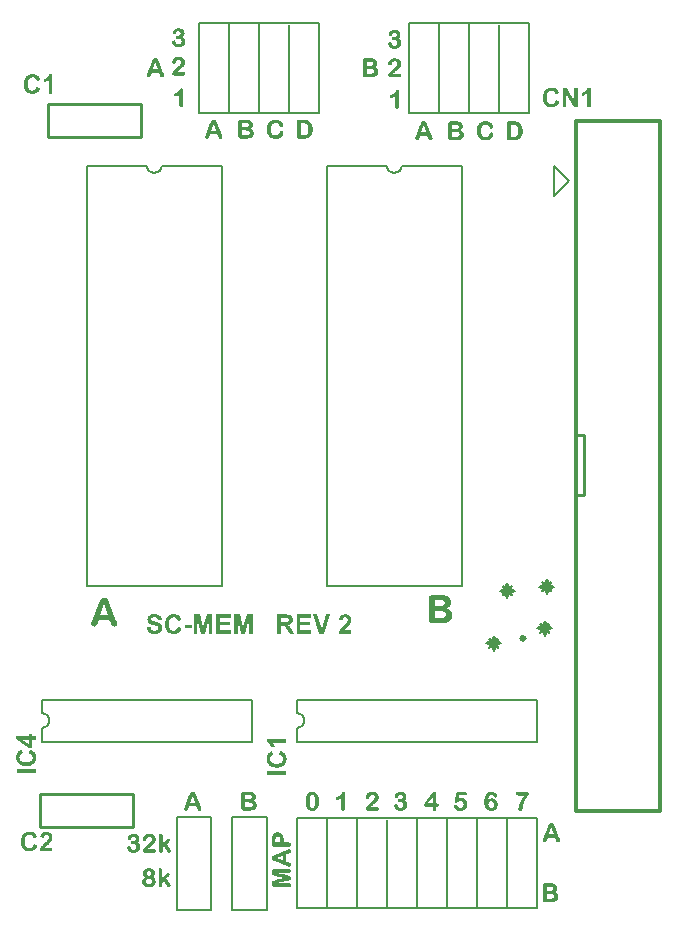
<source format=gto>
G04 Layer_Color=65535*
%FSLAX25Y25*%
%MOIN*%
G70*
G01*
G75*
%ADD11C,0.01000*%
%ADD26C,0.00800*%
%ADD27C,0.01200*%
%ADD28C,0.00600*%
%ADD29C,0.00500*%
G36*
X517179Y160818D02*
X517244Y160799D01*
X517327Y160772D01*
X517401Y160734D01*
X517475Y160688D01*
X517549Y160614D01*
X517558Y160605D01*
X517577Y160577D01*
X517604Y160531D01*
X517641Y160466D01*
X517678Y160383D01*
X517706Y160281D01*
X517725Y160170D01*
X517734Y160031D01*
Y157386D01*
X518844Y158690D01*
X518853Y158700D01*
X518881Y158727D01*
X518927Y158774D01*
X518983Y158829D01*
X519103Y158940D01*
X519168Y158995D01*
X519223Y159042D01*
X519233Y159051D01*
X519251Y159060D01*
X519279Y159079D01*
X519316Y159097D01*
X519371Y159116D01*
X519427Y159134D01*
X519491Y159153D01*
X519612D01*
X519658Y159143D01*
X519713Y159134D01*
X519778Y159116D01*
X519843Y159079D01*
X519917Y159042D01*
X519982Y158986D01*
X519991Y158977D01*
X520010Y158958D01*
X520037Y158922D01*
X520065Y158875D01*
X520093Y158820D01*
X520120Y158755D01*
X520139Y158681D01*
X520148Y158598D01*
Y158589D01*
X520139Y158552D01*
X520120Y158487D01*
X520093Y158413D01*
X520037Y158311D01*
X519954Y158200D01*
X519908Y158144D01*
X519843Y158080D01*
X519778Y158015D01*
X519695Y157950D01*
X519094Y157368D01*
X520231Y155610D01*
X520241Y155601D01*
X520250Y155573D01*
X520278Y155536D01*
X520305Y155490D01*
X520370Y155388D01*
X520426Y155286D01*
Y155277D01*
X520435Y155268D01*
X520463Y155212D01*
X520481Y155138D01*
X520491Y155055D01*
Y155046D01*
Y155009D01*
X520481Y154953D01*
X520472Y154888D01*
X520444Y154805D01*
X520416Y154731D01*
X520370Y154648D01*
X520315Y154574D01*
X520305Y154565D01*
X520287Y154546D01*
X520250Y154518D01*
X520194Y154491D01*
X520130Y154454D01*
X520056Y154426D01*
X519963Y154408D01*
X519862Y154398D01*
X519825D01*
X519778Y154408D01*
X519723Y154417D01*
X519602Y154454D01*
X519547Y154481D01*
X519491Y154518D01*
X519482Y154528D01*
X519473Y154546D01*
X519445Y154574D01*
X519408Y154620D01*
X519362Y154685D01*
X519307Y154759D01*
X519242Y154851D01*
X519168Y154963D01*
X518233Y156553D01*
X517734Y156017D01*
Y155157D01*
Y155138D01*
Y155101D01*
X517725Y155036D01*
X517706Y154953D01*
X517688Y154861D01*
X517651Y154768D01*
X517595Y154676D01*
X517530Y154593D01*
X517521Y154583D01*
X517493Y154565D01*
X517456Y154528D01*
X517401Y154500D01*
X517336Y154463D01*
X517262Y154426D01*
X517170Y154408D01*
X517077Y154398D01*
X517031D01*
X516975Y154408D01*
X516901Y154426D01*
X516827Y154445D01*
X516753Y154481D01*
X516670Y154528D01*
X516606Y154593D01*
X516596Y154602D01*
X516578Y154630D01*
X516550Y154676D01*
X516522Y154741D01*
X516495Y154824D01*
X516467Y154916D01*
X516448Y155036D01*
X516439Y155166D01*
Y159967D01*
Y159976D01*
Y159985D01*
Y160031D01*
X516448Y160106D01*
X516458Y160198D01*
X516476Y160300D01*
X516504Y160401D01*
X516541Y160503D01*
X516596Y160596D01*
X516606Y160605D01*
X516624Y160633D01*
X516670Y160670D01*
X516716Y160716D01*
X516790Y160753D01*
X516874Y160790D01*
X516966Y160818D01*
X517077Y160827D01*
X517124D01*
X517179Y160818D01*
D02*
G37*
G36*
X625654Y409818D02*
X625728Y409808D01*
X625821Y409799D01*
X625913Y409790D01*
X626126Y409753D01*
X626348Y409697D01*
X626579Y409623D01*
X626811Y409522D01*
X626820D01*
X626838Y409513D01*
X626866Y409494D01*
X626912Y409466D01*
X627014Y409402D01*
X627153Y409309D01*
X627301Y409207D01*
X627449Y409078D01*
X627597Y408930D01*
X627726Y408763D01*
Y408754D01*
X627745Y408745D01*
X627782Y408689D01*
X627828Y408597D01*
X627893Y408486D01*
X627948Y408356D01*
X628004Y408208D01*
X628041Y408060D01*
X628050Y407903D01*
Y407894D01*
Y407866D01*
X628041Y407820D01*
X628031Y407764D01*
X628004Y407690D01*
X627976Y407625D01*
X627930Y407551D01*
X627874Y407478D01*
X627865Y407468D01*
X627846Y407450D01*
X627809Y407422D01*
X627763Y407385D01*
X627699Y407348D01*
X627625Y407320D01*
X627541Y407302D01*
X627449Y407293D01*
X627402D01*
X627356Y407302D01*
X627301Y407311D01*
X627162Y407348D01*
X627097Y407376D01*
X627042Y407413D01*
X627033Y407422D01*
X627023Y407441D01*
X626996Y407468D01*
X626959Y407514D01*
X626922Y407570D01*
X626866Y407644D01*
X626820Y407727D01*
X626764Y407829D01*
Y407838D01*
X626755Y407847D01*
X626727Y407903D01*
X626672Y407977D01*
X626607Y408070D01*
X626533Y408181D01*
X626440Y408282D01*
X626339Y408384D01*
X626228Y408476D01*
X626219Y408486D01*
X626172Y408513D01*
X626108Y408541D01*
X626015Y408588D01*
X625913Y408625D01*
X625784Y408652D01*
X625636Y408680D01*
X625469Y408689D01*
X625405D01*
X625349Y408680D01*
X625293Y408671D01*
X625229Y408662D01*
X625062Y408625D01*
X624887Y408551D01*
X624794Y408513D01*
X624701Y408458D01*
X624600Y408393D01*
X624507Y408319D01*
X624424Y408236D01*
X624341Y408134D01*
Y408125D01*
X624322Y408107D01*
X624304Y408079D01*
X624276Y408033D01*
X624239Y407977D01*
X624202Y407912D01*
X624165Y407829D01*
X624128Y407736D01*
X624091Y407625D01*
X624054Y407514D01*
X624017Y407385D01*
X623980Y407237D01*
X623952Y407089D01*
X623934Y406922D01*
X623924Y406747D01*
X623915Y406562D01*
Y406553D01*
Y406534D01*
Y406497D01*
Y406441D01*
X623924Y406386D01*
Y406312D01*
X623943Y406155D01*
X623961Y405970D01*
X623989Y405775D01*
X624036Y405581D01*
X624100Y405406D01*
Y405396D01*
X624110Y405387D01*
X624137Y405332D01*
X624174Y405258D01*
X624239Y405156D01*
X624313Y405054D01*
X624405Y404943D01*
X624507Y404841D01*
X624627Y404749D01*
X624646Y404740D01*
X624692Y404712D01*
X624757Y404684D01*
X624859Y404647D01*
X624979Y404601D01*
X625108Y404573D01*
X625266Y404545D01*
X625432Y404536D01*
X625516D01*
X625608Y404545D01*
X625728Y404564D01*
X625858Y404592D01*
X625996Y404638D01*
X626135Y404693D01*
X626274Y404776D01*
X626293Y404786D01*
X626330Y404823D01*
X626394Y404878D01*
X626468Y404961D01*
X626551Y405072D01*
X626644Y405202D01*
X626727Y405359D01*
X626801Y405535D01*
Y405544D01*
X626820Y405572D01*
X626838Y405618D01*
X626857Y405664D01*
X626931Y405794D01*
X627014Y405933D01*
X627023Y405942D01*
X627042Y405961D01*
X627070Y405988D01*
X627116Y406025D01*
X627171Y406053D01*
X627245Y406081D01*
X627338Y406099D01*
X627439Y406109D01*
X627486D01*
X627532Y406099D01*
X627597Y406090D01*
X627662Y406062D01*
X627736Y406035D01*
X627809Y405988D01*
X627883Y405924D01*
X627893Y405914D01*
X627911Y405896D01*
X627939Y405859D01*
X627976Y405803D01*
X628013Y405738D01*
X628041Y405664D01*
X628059Y405581D01*
X628068Y405489D01*
Y405479D01*
Y405433D01*
X628059Y405378D01*
X628050Y405295D01*
X628031Y405202D01*
X628004Y405091D01*
X627967Y404971D01*
X627920Y404841D01*
X627911Y404823D01*
X627893Y404786D01*
X627856Y404712D01*
X627809Y404619D01*
X627745Y404518D01*
X627662Y404397D01*
X627560Y404277D01*
X627449Y404147D01*
X627430Y404129D01*
X627393Y404092D01*
X627319Y404027D01*
X627227Y403953D01*
X627116Y403870D01*
X626977Y403778D01*
X626811Y403685D01*
X626635Y403602D01*
X626625D01*
X626616Y403592D01*
X626588Y403583D01*
X626551Y403574D01*
X626505Y403555D01*
X626450Y403537D01*
X626311Y403500D01*
X626145Y403463D01*
X625950Y403426D01*
X625728Y403407D01*
X625497Y403398D01*
X625414D01*
X625321Y403407D01*
X625201D01*
X625062Y403417D01*
X624914Y403435D01*
X624600Y403491D01*
X624581D01*
X624535Y403509D01*
X624461Y403528D01*
X624359Y403555D01*
X624248Y403602D01*
X624128Y403648D01*
X623998Y403703D01*
X623869Y403778D01*
X623850Y403787D01*
X623813Y403815D01*
X623749Y403861D01*
X623666Y403926D01*
X623573Y404009D01*
X623462Y404110D01*
X623351Y404231D01*
X623240Y404369D01*
X623231Y404379D01*
X623203Y404406D01*
X623157Y404462D01*
X623110Y404527D01*
X623046Y404610D01*
X622981Y404712D01*
X622907Y404823D01*
X622842Y404952D01*
X622833Y404971D01*
X622815Y405017D01*
X622787Y405091D01*
X622741Y405193D01*
X622704Y405304D01*
X622657Y405433D01*
X622620Y405581D01*
X622583Y405729D01*
Y405738D01*
Y405748D01*
X622574Y405803D01*
X622555Y405887D01*
X622546Y405988D01*
X622528Y406118D01*
X622509Y406266D01*
X622500Y406432D01*
Y406599D01*
Y406608D01*
Y406636D01*
Y406673D01*
Y406728D01*
X622509Y406793D01*
Y406867D01*
X622518Y406950D01*
X622528Y407052D01*
X622555Y407256D01*
X622592Y407478D01*
X622639Y407709D01*
X622713Y407940D01*
Y407949D01*
X622722Y407968D01*
X622731Y407996D01*
X622750Y408042D01*
X622778Y408088D01*
X622805Y408153D01*
X622870Y408291D01*
X622953Y408449D01*
X623064Y408615D01*
X623194Y408791D01*
X623333Y408957D01*
X623342Y408967D01*
X623351Y408976D01*
X623407Y409031D01*
X623490Y409105D01*
X623601Y409198D01*
X623749Y409300D01*
X623906Y409411D01*
X624091Y409513D01*
X624285Y409605D01*
X624295D01*
X624313Y409614D01*
X624341Y409623D01*
X624378Y409642D01*
X624433Y409660D01*
X624498Y409679D01*
X624637Y409716D01*
X624813Y409753D01*
X625016Y409790D01*
X625229Y409818D01*
X625460Y409827D01*
X625590D01*
X625654Y409818D01*
D02*
G37*
G36*
X517276Y172318D02*
X517341Y172299D01*
X517424Y172272D01*
X517498Y172234D01*
X517572Y172188D01*
X517646Y172114D01*
X517655Y172105D01*
X517673Y172077D01*
X517701Y172031D01*
X517738Y171966D01*
X517775Y171883D01*
X517803Y171781D01*
X517822Y171670D01*
X517831Y171531D01*
Y168886D01*
X518941Y170190D01*
X518950Y170200D01*
X518978Y170227D01*
X519024Y170273D01*
X519079Y170329D01*
X519200Y170440D01*
X519265Y170495D01*
X519320Y170542D01*
X519329Y170551D01*
X519348Y170560D01*
X519376Y170579D01*
X519413Y170597D01*
X519468Y170616D01*
X519523Y170634D01*
X519588Y170653D01*
X519708D01*
X519755Y170643D01*
X519810Y170634D01*
X519875Y170616D01*
X519940Y170579D01*
X520014Y170542D01*
X520079Y170486D01*
X520088Y170477D01*
X520106Y170458D01*
X520134Y170422D01*
X520162Y170375D01*
X520190Y170320D01*
X520217Y170255D01*
X520236Y170181D01*
X520245Y170098D01*
Y170089D01*
X520236Y170052D01*
X520217Y169987D01*
X520190Y169913D01*
X520134Y169811D01*
X520051Y169700D01*
X520005Y169644D01*
X519940Y169580D01*
X519875Y169515D01*
X519792Y169450D01*
X519191Y168868D01*
X520328Y167110D01*
X520337Y167101D01*
X520347Y167073D01*
X520374Y167036D01*
X520402Y166990D01*
X520467Y166888D01*
X520522Y166786D01*
Y166777D01*
X520532Y166768D01*
X520560Y166712D01*
X520578Y166638D01*
X520587Y166555D01*
Y166546D01*
Y166509D01*
X520578Y166453D01*
X520569Y166388D01*
X520541Y166305D01*
X520513Y166231D01*
X520467Y166148D01*
X520411Y166074D01*
X520402Y166065D01*
X520384Y166046D01*
X520347Y166018D01*
X520291Y165991D01*
X520226Y165954D01*
X520153Y165926D01*
X520060Y165908D01*
X519958Y165898D01*
X519921D01*
X519875Y165908D01*
X519819Y165917D01*
X519699Y165954D01*
X519644Y165981D01*
X519588Y166018D01*
X519579Y166028D01*
X519570Y166046D01*
X519542Y166074D01*
X519505Y166120D01*
X519459Y166185D01*
X519403Y166259D01*
X519339Y166351D01*
X519265Y166463D01*
X518330Y168053D01*
X517831Y167517D01*
Y166657D01*
Y166638D01*
Y166601D01*
X517822Y166536D01*
X517803Y166453D01*
X517785Y166361D01*
X517747Y166268D01*
X517692Y166176D01*
X517627Y166093D01*
X517618Y166083D01*
X517590Y166065D01*
X517553Y166028D01*
X517498Y166000D01*
X517433Y165963D01*
X517359Y165926D01*
X517267Y165908D01*
X517174Y165898D01*
X517128D01*
X517072Y165908D01*
X516998Y165926D01*
X516924Y165945D01*
X516850Y165981D01*
X516767Y166028D01*
X516702Y166093D01*
X516693Y166102D01*
X516675Y166130D01*
X516647Y166176D01*
X516619Y166241D01*
X516591Y166324D01*
X516564Y166416D01*
X516545Y166536D01*
X516536Y166666D01*
Y171467D01*
Y171476D01*
Y171485D01*
Y171531D01*
X516545Y171606D01*
X516554Y171698D01*
X516573Y171800D01*
X516601Y171902D01*
X516638Y172003D01*
X516693Y172096D01*
X516702Y172105D01*
X516721Y172133D01*
X516767Y172170D01*
X516813Y172216D01*
X516887Y172253D01*
X516970Y172290D01*
X517063Y172318D01*
X517174Y172327D01*
X517220D01*
X517276Y172318D01*
D02*
G37*
G36*
X513368Y160762D02*
X513488Y160753D01*
X513627Y160734D01*
X513775Y160716D01*
X513932Y160679D01*
X514080Y160633D01*
X514099Y160624D01*
X514145Y160605D01*
X514219Y160577D01*
X514312Y160531D01*
X514413Y160476D01*
X514515Y160411D01*
X514626Y160337D01*
X514728Y160254D01*
X514737Y160244D01*
X514774Y160216D01*
X514820Y160161D01*
X514876Y160096D01*
X514941Y160022D01*
X515005Y159930D01*
X515061Y159828D01*
X515116Y159717D01*
X515126Y159708D01*
X515135Y159661D01*
X515153Y159606D01*
X515181Y159532D01*
X515209Y159430D01*
X515227Y159328D01*
X515237Y159208D01*
X515246Y159088D01*
Y159070D01*
Y159014D01*
X515237Y158940D01*
X515218Y158829D01*
X515190Y158718D01*
X515153Y158589D01*
X515098Y158450D01*
X515024Y158320D01*
X515015Y158302D01*
X514987Y158265D01*
X514931Y158209D01*
X514866Y158135D01*
X514774Y158061D01*
X514672Y157987D01*
X514552Y157913D01*
X514413Y157858D01*
X514432D01*
X514469Y157839D01*
X514524Y157821D01*
X514598Y157793D01*
X514691Y157747D01*
X514783Y157691D01*
X514876Y157626D01*
X514968Y157543D01*
X514978Y157534D01*
X515005Y157506D01*
X515052Y157451D01*
X515107Y157386D01*
X515172Y157312D01*
X515227Y157220D01*
X515292Y157118D01*
X515338Y157007D01*
X515347Y156998D01*
X515357Y156951D01*
X515375Y156886D01*
X515403Y156813D01*
X515431Y156711D01*
X515449Y156590D01*
X515458Y156470D01*
X515468Y156332D01*
Y156322D01*
Y156304D01*
Y156276D01*
Y156239D01*
X515458Y156137D01*
X515431Y156008D01*
X515403Y155860D01*
X515357Y155693D01*
X515292Y155517D01*
X515200Y155351D01*
Y155342D01*
X515190Y155333D01*
X515153Y155277D01*
X515089Y155194D01*
X515005Y155101D01*
X514894Y154990D01*
X514755Y154870D01*
X514598Y154759D01*
X514423Y154657D01*
X514413D01*
X514404Y154648D01*
X514367Y154639D01*
X514330Y154620D01*
X514284Y154602D01*
X514228Y154574D01*
X514080Y154537D01*
X513904Y154491D01*
X513701Y154445D01*
X513479Y154417D01*
X513229Y154408D01*
X513109D01*
X513054Y154417D01*
X512980D01*
X512813Y154435D01*
X512628Y154463D01*
X512425Y154509D01*
X512212Y154565D01*
X512017Y154648D01*
X512008D01*
X511999Y154657D01*
X511971Y154676D01*
X511934Y154694D01*
X511842Y154750D01*
X511740Y154824D01*
X511611Y154926D01*
X511490Y155046D01*
X511370Y155175D01*
X511259Y155333D01*
Y155342D01*
X511250Y155351D01*
X511231Y155379D01*
X511222Y155406D01*
X511176Y155499D01*
X511130Y155619D01*
X511083Y155767D01*
X511037Y155934D01*
X511009Y156119D01*
X511000Y156322D01*
Y156332D01*
Y156378D01*
X511009Y156433D01*
X511019Y156507D01*
X511028Y156600D01*
X511056Y156711D01*
X511083Y156831D01*
X511130Y156951D01*
X511185Y157081D01*
X511259Y157210D01*
X511342Y157340D01*
X511444Y157460D01*
X511564Y157580D01*
X511703Y157682D01*
X511860Y157784D01*
X512045Y157858D01*
X512036D01*
X512008Y157876D01*
X511971Y157895D01*
X511916Y157922D01*
X511851Y157959D01*
X511777Y158015D01*
X511703Y158071D01*
X511620Y158135D01*
X511537Y158219D01*
X511462Y158311D01*
X511388Y158413D01*
X511324Y158524D01*
X511277Y158653D01*
X511231Y158792D01*
X511203Y158940D01*
X511194Y159107D01*
Y159116D01*
Y159125D01*
Y159180D01*
X511203Y159264D01*
X511222Y159375D01*
X511250Y159495D01*
X511296Y159634D01*
X511351Y159773D01*
X511435Y159921D01*
X511444Y159939D01*
X511481Y159985D01*
X511537Y160059D01*
X511611Y160143D01*
X511712Y160244D01*
X511833Y160346D01*
X511971Y160448D01*
X512128Y160540D01*
X512138D01*
X512147Y160549D01*
X512175Y160559D01*
X512212Y160577D01*
X512304Y160614D01*
X512434Y160661D01*
X512582Y160697D01*
X512767Y160734D01*
X512961Y160762D01*
X513183Y160772D01*
X513266D01*
X513368Y160762D01*
D02*
G37*
G36*
X560047Y167098D02*
X560112Y167080D01*
X560176Y167061D01*
X560250Y167025D01*
X560333Y166969D01*
X560407Y166904D01*
X560417Y166895D01*
X560435Y166867D01*
X560472Y166821D01*
X560500Y166765D01*
X560537Y166692D01*
X560574Y166608D01*
X560593Y166516D01*
X560602Y166414D01*
Y166405D01*
Y166386D01*
Y166358D01*
X560593Y166312D01*
X560574Y166220D01*
X560546Y166127D01*
Y166118D01*
X560537Y166109D01*
X560509Y166053D01*
X560454Y165989D01*
X560389Y165924D01*
X560380D01*
X560370Y165914D01*
X560343Y165896D01*
X560315Y165877D01*
X560269Y165850D01*
X560213Y165822D01*
X560158Y165794D01*
X560084Y165757D01*
X560075D01*
X560047Y165748D01*
X560019Y165729D01*
X559973Y165711D01*
X559880Y165674D01*
X559834Y165656D01*
X559797Y165637D01*
X559057Y165359D01*
Y163019D01*
X559778Y162751D01*
X559788D01*
X559797Y162742D01*
X559853Y162723D01*
X559936Y162686D01*
X560038Y162649D01*
X560139Y162594D01*
X560250Y162548D01*
X560352Y162492D01*
X560426Y162436D01*
X560435Y162427D01*
X560454Y162409D01*
X560482Y162381D01*
X560509Y162335D01*
X560546Y162270D01*
X560574Y162187D01*
X560593Y162094D01*
X560602Y161983D01*
Y161974D01*
Y161937D01*
X560593Y161891D01*
X560574Y161826D01*
X560556Y161752D01*
X560528Y161669D01*
X560482Y161595D01*
X560417Y161512D01*
X560407Y161502D01*
X560380Y161484D01*
X560343Y161447D01*
X560287Y161419D01*
X560222Y161382D01*
X560148Y161345D01*
X560065Y161327D01*
X559973Y161317D01*
X559917D01*
X559880Y161327D01*
X559797Y161336D01*
X559695Y161354D01*
X559686D01*
X559667Y161363D01*
X559640Y161373D01*
X559603Y161391D01*
X559547Y161410D01*
X559482Y161428D01*
X559399Y161465D01*
X559316Y161493D01*
X555385Y163047D01*
X555375D01*
X555357Y163056D01*
X555320Y163075D01*
X555274Y163093D01*
X555209Y163112D01*
X555144Y163139D01*
X554978Y163204D01*
X554969D01*
X554931Y163223D01*
X554885Y163241D01*
X554830Y163269D01*
X554700Y163334D01*
X554562Y163408D01*
X554552Y163417D01*
X554534Y163426D01*
X554506Y163454D01*
X554460Y163491D01*
X554377Y163584D01*
X554284Y163713D01*
X554275Y163722D01*
X554265Y163750D01*
X554247Y163787D01*
X554228Y163842D01*
X554210Y163907D01*
X554191Y163990D01*
X554173Y164083D01*
Y164175D01*
Y164185D01*
Y164222D01*
X554182Y164277D01*
Y164342D01*
X554219Y164499D01*
X554247Y164573D01*
X554284Y164647D01*
X554293Y164656D01*
X554303Y164684D01*
X554330Y164712D01*
X554358Y164758D01*
X554451Y164860D01*
X554562Y164953D01*
X554571Y164962D01*
X554589Y164971D01*
X554626Y164999D01*
X554663Y165017D01*
X554774Y165082D01*
X554894Y165138D01*
X554904D01*
X554922Y165147D01*
X554959Y165165D01*
X555006Y165184D01*
X555070Y165211D01*
X555144Y165239D01*
X555228Y165276D01*
X555329Y165313D01*
X559279Y166913D01*
X559288D01*
X559298Y166923D01*
X559353Y166941D01*
X559436Y166978D01*
X559538Y167015D01*
X559649Y167043D01*
X559760Y167080D01*
X559871Y167098D01*
X559964Y167108D01*
X560001D01*
X560047Y167098D01*
D02*
G37*
G36*
X559954Y160503D02*
X560038Y160494D01*
X560130Y160466D01*
X560232Y160439D01*
X560324Y160392D01*
X560407Y160327D01*
X560417Y160318D01*
X560435Y160300D01*
X560472Y160254D01*
X560500Y160198D01*
X560537Y160133D01*
X560574Y160050D01*
X560593Y159958D01*
X560602Y159846D01*
Y159837D01*
Y159800D01*
X560593Y159745D01*
X560574Y159680D01*
X560556Y159606D01*
X560519Y159532D01*
X560472Y159458D01*
X560407Y159384D01*
X560398Y159375D01*
X560370Y159356D01*
X560324Y159328D01*
X560259Y159301D01*
X560176Y159264D01*
X560084Y159236D01*
X559964Y159218D01*
X559825Y159208D01*
X555727D01*
X559529Y158404D01*
X559547D01*
X559593Y158385D01*
X559658Y158367D01*
X559741Y158348D01*
X559927Y158302D01*
X560010Y158274D01*
X560093Y158246D01*
X560102D01*
X560121Y158237D01*
X560158Y158219D01*
X560204Y158191D01*
X560259Y158154D01*
X560315Y158117D01*
X560380Y158061D01*
X560444Y157996D01*
X560454Y157987D01*
X560472Y157969D01*
X560491Y157922D01*
X560519Y157867D01*
X560556Y157793D01*
X560574Y157710D01*
X560593Y157608D01*
X560602Y157497D01*
Y157488D01*
Y157460D01*
X560593Y157414D01*
Y157358D01*
X560556Y157229D01*
X560537Y157155D01*
X560500Y157090D01*
X560491Y157081D01*
X560482Y157062D01*
X560463Y157035D01*
X560426Y156998D01*
X560352Y156914D01*
X560241Y156831D01*
X560232D01*
X560213Y156813D01*
X560185Y156803D01*
X560139Y156775D01*
X560038Y156729D01*
X559908Y156692D01*
X559899D01*
X559871Y156683D01*
X559834Y156674D01*
X559778Y156665D01*
X559704Y156646D01*
X559630Y156628D01*
X559529Y156609D01*
X559427Y156590D01*
X555727Y155804D01*
X559890D01*
X559954Y155795D01*
X560038Y155786D01*
X560130Y155758D01*
X560232Y155730D01*
X560324Y155684D01*
X560407Y155619D01*
X560417Y155610D01*
X560435Y155591D01*
X560472Y155545D01*
X560500Y155490D01*
X560537Y155425D01*
X560574Y155342D01*
X560593Y155249D01*
X560602Y155138D01*
Y155129D01*
Y155092D01*
X560593Y155036D01*
X560574Y154972D01*
X560556Y154898D01*
X560519Y154824D01*
X560472Y154750D01*
X560407Y154676D01*
X560398Y154666D01*
X560370Y154648D01*
X560324Y154620D01*
X560259Y154593D01*
X560176Y154555D01*
X560084Y154528D01*
X559964Y154509D01*
X559825Y154500D01*
X554959D01*
X554885Y154509D01*
X554793Y154528D01*
X554700Y154555D01*
X554599Y154602D01*
X554515Y154657D01*
X554441Y154731D01*
X554432Y154741D01*
X554414Y154778D01*
X554386Y154824D01*
X554358Y154898D01*
X554330Y154981D01*
X554303Y155083D01*
X554284Y155203D01*
X554275Y155342D01*
Y155721D01*
Y155739D01*
Y155777D01*
Y155841D01*
X554284Y155924D01*
X554303Y156100D01*
X554321Y156184D01*
X554349Y156257D01*
Y156267D01*
X554367Y156285D01*
X554386Y156322D01*
X554404Y156359D01*
X554441Y156405D01*
X554488Y156452D01*
X554543Y156489D01*
X554608Y156526D01*
X554617D01*
X554645Y156544D01*
X554682Y156553D01*
X554737Y156581D01*
X554820Y156609D01*
X554913Y156637D01*
X555024Y156674D01*
X555154Y156711D01*
X558400Y157497D01*
X555154Y158292D01*
X555135Y158302D01*
X555089Y158311D01*
X555024Y158329D01*
X554941Y158357D01*
X554756Y158413D01*
X554672Y158450D01*
X554599Y158477D01*
X554589D01*
X554571Y158496D01*
X554543Y158514D01*
X554497Y158542D01*
X554423Y158625D01*
X554377Y158672D01*
X554349Y158737D01*
Y158746D01*
X554340Y158774D01*
X554321Y158810D01*
X554312Y158866D01*
X554293Y158949D01*
X554284Y159042D01*
X554275Y159143D01*
Y159273D01*
Y159652D01*
Y159671D01*
Y159717D01*
X554284Y159782D01*
X554293Y159874D01*
X554312Y159967D01*
X554349Y160078D01*
X554386Y160179D01*
X554441Y160272D01*
X554451Y160281D01*
X554469Y160309D01*
X554515Y160346D01*
X554571Y160392D01*
X554654Y160439D01*
X554756Y160476D01*
X554885Y160503D01*
X555033Y160512D01*
X559890D01*
X559954Y160503D01*
D02*
G37*
G36*
X556337Y172750D02*
X556421Y172741D01*
X556513Y172732D01*
X556615Y172713D01*
X556726Y172686D01*
X556957Y172611D01*
X557078Y172565D01*
X557198Y172510D01*
X557318Y172436D01*
X557438Y172353D01*
X557540Y172260D01*
X557642Y172158D01*
X557651Y172149D01*
X557660Y172131D01*
X557688Y172093D01*
X557716Y172047D01*
X557753Y171983D01*
X557799Y171908D01*
X557845Y171816D01*
X557892Y171714D01*
X557938Y171594D01*
X557984Y171465D01*
X558021Y171317D01*
X558067Y171159D01*
X558095Y170984D01*
X558123Y170799D01*
X558132Y170604D01*
X558141Y170391D01*
Y169365D01*
X559843D01*
X559917Y169355D01*
X560001Y169337D01*
X560102Y169318D01*
X560204Y169281D01*
X560306Y169226D01*
X560389Y169161D01*
X560398Y169152D01*
X560426Y169124D01*
X560454Y169087D01*
X560491Y169023D01*
X560537Y168958D01*
X560565Y168865D01*
X560593Y168773D01*
X560602Y168662D01*
Y168652D01*
Y168606D01*
X560593Y168551D01*
X560574Y168477D01*
X560546Y168403D01*
X560509Y168310D01*
X560463Y168227D01*
X560389Y168153D01*
X560380Y168144D01*
X560352Y168125D01*
X560296Y168097D01*
X560232Y168061D01*
X560148Y168024D01*
X560047Y167996D01*
X559927Y167977D01*
X559788Y167968D01*
X555043D01*
X554969Y167977D01*
X554867Y167996D01*
X554765Y168014D01*
X554663Y168051D01*
X554562Y168107D01*
X554478Y168172D01*
X554469Y168181D01*
X554451Y168209D01*
X554414Y168264D01*
X554377Y168329D01*
X554340Y168421D01*
X554303Y168532D01*
X554284Y168671D01*
X554275Y168819D01*
Y170401D01*
Y170410D01*
Y170429D01*
Y170466D01*
Y170521D01*
Y170577D01*
X554284Y170641D01*
X554293Y170799D01*
X554303Y170974D01*
X554321Y171159D01*
X554358Y171344D01*
X554395Y171502D01*
Y171520D01*
X554414Y171566D01*
X554441Y171640D01*
X554478Y171733D01*
X554525Y171835D01*
X554589Y171955D01*
X554663Y172066D01*
X554756Y172177D01*
X554765Y172186D01*
X554802Y172223D01*
X554857Y172278D01*
X554922Y172343D01*
X555015Y172408D01*
X555126Y172482D01*
X555246Y172547D01*
X555375Y172611D01*
X555394Y172621D01*
X555440Y172639D01*
X555514Y172658D01*
X555607Y172686D01*
X555727Y172713D01*
X555866Y172741D01*
X556014Y172750D01*
X556180Y172759D01*
X556273D01*
X556337Y172750D01*
D02*
G37*
G36*
X635155Y409716D02*
X635303Y409707D01*
X635469Y409697D01*
X635654Y409670D01*
X635849Y409642D01*
X636024Y409596D01*
X636033D01*
X636043Y409586D01*
X636070D01*
X636107Y409568D01*
X636191Y409540D01*
X636311Y409485D01*
X636450Y409420D01*
X636598Y409328D01*
X636746Y409216D01*
X636903Y409078D01*
X636912Y409068D01*
X636940Y409041D01*
X636986Y408994D01*
X637051Y408930D01*
X637125Y408847D01*
X637199Y408745D01*
X637291Y408625D01*
X637375Y408486D01*
X637467Y408319D01*
X637550Y408144D01*
X637625Y407940D01*
X637699Y407718D01*
X637763Y407478D01*
X637810Y407219D01*
X637837Y406932D01*
X637847Y406627D01*
Y406617D01*
Y406599D01*
Y406571D01*
Y406534D01*
X637837Y406423D01*
Y406293D01*
X637819Y406136D01*
X637800Y405961D01*
X637782Y405785D01*
X637745Y405609D01*
Y405600D01*
Y405590D01*
X637726Y405535D01*
X637699Y405442D01*
X637671Y405332D01*
X637625Y405202D01*
X637569Y405063D01*
X637513Y404915D01*
X637439Y404776D01*
X637430Y404758D01*
X637402Y404712D01*
X637356Y404647D01*
X637301Y404564D01*
X637227Y404462D01*
X637144Y404351D01*
X637051Y404249D01*
X636949Y404147D01*
X636940Y404138D01*
X636903Y404101D01*
X636838Y404055D01*
X636764Y404000D01*
X636681Y403935D01*
X636579Y403861D01*
X636468Y403796D01*
X636357Y403741D01*
X636348Y403731D01*
X636302Y403722D01*
X636246Y403694D01*
X636163Y403666D01*
X636070Y403629D01*
X635959Y403602D01*
X635849Y403574D01*
X635719Y403546D01*
X635701D01*
X635664Y403537D01*
X635590Y403528D01*
X635497D01*
X635386Y403518D01*
X635256Y403509D01*
X635109Y403500D01*
X633295D01*
X633231Y403509D01*
X633147Y403518D01*
X632972Y403546D01*
X632889Y403574D01*
X632805Y403611D01*
X632796Y403620D01*
X632778Y403629D01*
X632740Y403657D01*
X632703Y403694D01*
X632657Y403741D01*
X632620Y403796D01*
X632583Y403861D01*
X632555Y403935D01*
Y403944D01*
X632546Y403972D01*
X632537Y404018D01*
X632528Y404073D01*
X632518Y404147D01*
X632509Y404240D01*
X632500Y404332D01*
Y404444D01*
Y408883D01*
Y408893D01*
Y408902D01*
Y408957D01*
X632509Y409031D01*
X632528Y409124D01*
X632546Y409235D01*
X632583Y409337D01*
X632629Y409439D01*
X632694Y409522D01*
X632703Y409531D01*
X632731Y409550D01*
X632778Y409586D01*
X632852Y409623D01*
X632935Y409660D01*
X633046Y409697D01*
X633175Y409716D01*
X633323Y409725D01*
X635090D01*
X635155Y409716D01*
D02*
G37*
G36*
X604960Y409818D02*
X605025D01*
X605182Y409781D01*
X605256Y409753D01*
X605330Y409716D01*
X605339Y409707D01*
X605367Y409697D01*
X605395Y409670D01*
X605441Y409642D01*
X605543Y409550D01*
X605635Y409439D01*
X605645Y409429D01*
X605654Y409411D01*
X605682Y409374D01*
X605700Y409337D01*
X605765Y409226D01*
X605820Y409105D01*
Y409096D01*
X605829Y409078D01*
X605848Y409041D01*
X605866Y408994D01*
X605894Y408930D01*
X605922Y408856D01*
X605959Y408773D01*
X605996Y408671D01*
X607596Y404721D01*
Y404712D01*
X607606Y404703D01*
X607624Y404647D01*
X607661Y404564D01*
X607698Y404462D01*
X607726Y404351D01*
X607763Y404240D01*
X607781Y404129D01*
X607791Y404037D01*
Y404027D01*
Y404000D01*
X607781Y403953D01*
X607763Y403889D01*
X607744Y403824D01*
X607707Y403750D01*
X607652Y403666D01*
X607587Y403592D01*
X607578Y403583D01*
X607550Y403565D01*
X607504Y403528D01*
X607448Y403500D01*
X607374Y403463D01*
X607291Y403426D01*
X607198Y403407D01*
X607097Y403398D01*
X607041D01*
X606995Y403407D01*
X606903Y403426D01*
X606810Y403454D01*
X606801D01*
X606791Y403463D01*
X606736Y403491D01*
X606671Y403546D01*
X606606Y403611D01*
Y403620D01*
X606597Y403629D01*
X606579Y403657D01*
X606560Y403685D01*
X606532Y403731D01*
X606505Y403787D01*
X606477Y403842D01*
X606440Y403916D01*
Y403926D01*
X606431Y403953D01*
X606412Y403981D01*
X606394Y404027D01*
X606357Y404120D01*
X606338Y404166D01*
X606320Y404203D01*
X606042Y404943D01*
X603702D01*
X603434Y404221D01*
Y404212D01*
X603425Y404203D01*
X603406Y404147D01*
X603369Y404064D01*
X603332Y403963D01*
X603276Y403861D01*
X603230Y403750D01*
X603175Y403648D01*
X603119Y403574D01*
X603110Y403565D01*
X603091Y403546D01*
X603064Y403518D01*
X603018Y403491D01*
X602953Y403454D01*
X602870Y403426D01*
X602777Y403407D01*
X602666Y403398D01*
X602620D01*
X602573Y403407D01*
X602509Y403426D01*
X602435Y403444D01*
X602352Y403472D01*
X602278Y403518D01*
X602194Y403583D01*
X602185Y403592D01*
X602167Y403620D01*
X602130Y403657D01*
X602102Y403713D01*
X602065Y403778D01*
X602028Y403852D01*
X602009Y403935D01*
X602000Y404027D01*
Y404037D01*
Y404055D01*
Y404083D01*
X602009Y404120D01*
X602018Y404203D01*
X602037Y404305D01*
Y404314D01*
X602046Y404332D01*
X602056Y404360D01*
X602074Y404397D01*
X602093Y404453D01*
X602111Y404518D01*
X602148Y404601D01*
X602176Y404684D01*
X603730Y408615D01*
Y408625D01*
X603739Y408643D01*
X603757Y408680D01*
X603776Y408726D01*
X603794Y408791D01*
X603822Y408856D01*
X603887Y409022D01*
Y409031D01*
X603905Y409068D01*
X603924Y409115D01*
X603952Y409170D01*
X604016Y409300D01*
X604090Y409439D01*
X604100Y409448D01*
X604109Y409466D01*
X604137Y409494D01*
X604174Y409540D01*
X604266Y409623D01*
X604396Y409716D01*
X604405Y409725D01*
X604433Y409734D01*
X604470Y409753D01*
X604525Y409771D01*
X604590Y409790D01*
X604673Y409808D01*
X604766Y409827D01*
X604905D01*
X604960Y409818D01*
D02*
G37*
G36*
X547052Y186216D02*
X547173Y186207D01*
X547302Y186197D01*
X547432Y186179D01*
X547561Y186161D01*
X547580D01*
X547617Y186151D01*
X547682Y186133D01*
X547765Y186114D01*
X547848Y186086D01*
X547950Y186049D01*
X548052Y186003D01*
X548153Y185948D01*
X548163Y185939D01*
X548190Y185920D01*
X548237Y185892D01*
X548292Y185855D01*
X548357Y185800D01*
X548431Y185744D01*
X548560Y185596D01*
X548569Y185587D01*
X548588Y185559D01*
X548625Y185522D01*
X548662Y185467D01*
X548699Y185393D01*
X548745Y185319D01*
X548829Y185143D01*
Y185134D01*
X548847Y185097D01*
X548856Y185050D01*
X548875Y184986D01*
X548893Y184903D01*
X548903Y184819D01*
X548921Y184616D01*
Y184607D01*
Y184570D01*
X548912Y184523D01*
Y184458D01*
X548893Y184385D01*
X548875Y184292D01*
X548847Y184200D01*
X548810Y184089D01*
X548764Y183987D01*
X548699Y183876D01*
X548625Y183765D01*
X548542Y183654D01*
X548431Y183552D01*
X548311Y183459D01*
X548172Y183376D01*
X548014Y183302D01*
X548024D01*
X548070Y183284D01*
X548126Y183265D01*
X548200Y183228D01*
X548292Y183191D01*
X548394Y183136D01*
X548505Y183071D01*
X548616Y182988D01*
X548727Y182895D01*
X548829Y182784D01*
X548930Y182664D01*
X549023Y182525D01*
X549097Y182368D01*
X549152Y182202D01*
X549198Y182007D01*
X549208Y181804D01*
Y181795D01*
Y181776D01*
Y181748D01*
Y181711D01*
X549189Y181619D01*
X549171Y181489D01*
X549143Y181341D01*
X549087Y181175D01*
X549023Y181008D01*
X548930Y180842D01*
X548921Y180823D01*
X548884Y180768D01*
X548819Y180694D01*
X548727Y180601D01*
X548616Y180499D01*
X548486Y180398D01*
X548329Y180296D01*
X548153Y180203D01*
X548144D01*
X548107Y180185D01*
X548052Y180166D01*
X547987Y180139D01*
X547894Y180120D01*
X547783Y180093D01*
X547663Y180065D01*
X547534Y180046D01*
X547515D01*
X547469Y180037D01*
X547395Y180028D01*
X547284D01*
X547163Y180018D01*
X547015Y180009D01*
X546849Y180000D01*
X544749D01*
X544675Y180009D01*
X544583Y180028D01*
X544481Y180046D01*
X544379Y180083D01*
X544277Y180139D01*
X544194Y180203D01*
X544185Y180213D01*
X544167Y180240D01*
X544130Y180287D01*
X544102Y180361D01*
X544065Y180444D01*
X544028Y180555D01*
X544009Y180684D01*
X544000Y180833D01*
Y185383D01*
Y185393D01*
Y185402D01*
Y185458D01*
X544009Y185531D01*
X544028Y185624D01*
X544046Y185735D01*
X544083Y185837D01*
X544130Y185939D01*
X544194Y186022D01*
X544204Y186031D01*
X544231Y186049D01*
X544277Y186086D01*
X544351Y186124D01*
X544435Y186161D01*
X544546Y186197D01*
X544675Y186216D01*
X544823Y186225D01*
X546942D01*
X547052Y186216D01*
D02*
G37*
G36*
X611080Y251827D02*
X611261Y251814D01*
X611455Y251800D01*
X611650Y251772D01*
X611844Y251744D01*
X611872D01*
X611927Y251730D01*
X612024Y251702D01*
X612149Y251675D01*
X612274Y251633D01*
X612427Y251577D01*
X612579Y251508D01*
X612732Y251425D01*
X612746Y251411D01*
X612788Y251383D01*
X612857Y251342D01*
X612940Y251286D01*
X613037Y251203D01*
X613148Y251119D01*
X613343Y250897D01*
X613357Y250884D01*
X613384Y250842D01*
X613440Y250786D01*
X613495Y250703D01*
X613551Y250592D01*
X613620Y250481D01*
X613745Y250217D01*
Y250203D01*
X613773Y250148D01*
X613787Y250079D01*
X613815Y249981D01*
X613842Y249856D01*
X613856Y249731D01*
X613884Y249426D01*
Y249412D01*
Y249357D01*
X613870Y249287D01*
Y249190D01*
X613842Y249079D01*
X613815Y248940D01*
X613773Y248801D01*
X613718Y248635D01*
X613648Y248482D01*
X613551Y248316D01*
X613440Y248149D01*
X613315Y247983D01*
X613148Y247830D01*
X612968Y247691D01*
X612760Y247566D01*
X612524Y247455D01*
X612538D01*
X612607Y247427D01*
X612690Y247400D01*
X612802Y247344D01*
X612940Y247289D01*
X613093Y247205D01*
X613260Y247108D01*
X613426Y246983D01*
X613593Y246844D01*
X613745Y246678D01*
X613898Y246497D01*
X614037Y246289D01*
X614148Y246053D01*
X614231Y245803D01*
X614301Y245512D01*
X614314Y245207D01*
Y245193D01*
Y245165D01*
Y245123D01*
Y245068D01*
X614287Y244929D01*
X614259Y244735D01*
X614217Y244513D01*
X614134Y244263D01*
X614037Y244013D01*
X613898Y243763D01*
X613884Y243735D01*
X613829Y243652D01*
X613731Y243541D01*
X613593Y243402D01*
X613426Y243250D01*
X613232Y243097D01*
X612996Y242944D01*
X612732Y242805D01*
X612718D01*
X612663Y242778D01*
X612579Y242750D01*
X612482Y242708D01*
X612344Y242680D01*
X612177Y242639D01*
X611997Y242597D01*
X611802Y242569D01*
X611774D01*
X611705Y242555D01*
X611594Y242542D01*
X611427D01*
X611247Y242528D01*
X611025Y242514D01*
X610775Y242500D01*
X607624D01*
X607513Y242514D01*
X607374Y242542D01*
X607222Y242569D01*
X607069Y242625D01*
X606916Y242708D01*
X606791Y242805D01*
X606778Y242819D01*
X606750Y242861D01*
X606694Y242930D01*
X606653Y243041D01*
X606597Y243166D01*
X606542Y243333D01*
X606514Y243527D01*
X606500Y243749D01*
Y250578D01*
Y250592D01*
Y250606D01*
Y250689D01*
X606514Y250800D01*
X606542Y250939D01*
X606569Y251106D01*
X606625Y251258D01*
X606694Y251411D01*
X606791Y251536D01*
X606805Y251550D01*
X606847Y251577D01*
X606916Y251633D01*
X607027Y251689D01*
X607152Y251744D01*
X607319Y251800D01*
X607513Y251827D01*
X607735Y251841D01*
X610914D01*
X611080Y251827D01*
D02*
G37*
G36*
X498442Y250980D02*
X498539D01*
X498775Y250924D01*
X498886Y250883D01*
X498997Y250827D01*
X499011Y250814D01*
X499052Y250800D01*
X499094Y250758D01*
X499163Y250716D01*
X499316Y250577D01*
X499455Y250411D01*
X499469Y250397D01*
X499483Y250369D01*
X499524Y250314D01*
X499552Y250258D01*
X499649Y250092D01*
X499732Y249911D01*
Y249897D01*
X499746Y249870D01*
X499774Y249814D01*
X499802Y249745D01*
X499844Y249648D01*
X499885Y249536D01*
X499941Y249412D01*
X499996Y249259D01*
X502397Y243332D01*
Y243318D01*
X502411Y243304D01*
X502439Y243221D01*
X502495Y243096D01*
X502550Y242944D01*
X502592Y242777D01*
X502647Y242610D01*
X502675Y242444D01*
X502689Y242305D01*
Y242291D01*
Y242249D01*
X502675Y242180D01*
X502647Y242083D01*
X502620Y241986D01*
X502564Y241875D01*
X502481Y241750D01*
X502384Y241639D01*
X502370Y241625D01*
X502328Y241597D01*
X502259Y241542D01*
X502175Y241500D01*
X502064Y241444D01*
X501939Y241389D01*
X501801Y241361D01*
X501648Y241347D01*
X501565D01*
X501495Y241361D01*
X501356Y241389D01*
X501218Y241431D01*
X501204D01*
X501190Y241444D01*
X501107Y241486D01*
X501009Y241569D01*
X500912Y241667D01*
Y241680D01*
X500898Y241694D01*
X500871Y241736D01*
X500843Y241778D01*
X500801Y241847D01*
X500760Y241930D01*
X500718Y242014D01*
X500662Y242125D01*
Y242139D01*
X500648Y242180D01*
X500621Y242222D01*
X500593Y242291D01*
X500537Y242430D01*
X500510Y242499D01*
X500482Y242555D01*
X500066Y243665D01*
X496554D01*
X496151Y242583D01*
Y242569D01*
X496138Y242555D01*
X496110Y242472D01*
X496054Y242347D01*
X495999Y242194D01*
X495915Y242041D01*
X495846Y241875D01*
X495763Y241722D01*
X495680Y241611D01*
X495666Y241597D01*
X495638Y241569D01*
X495596Y241528D01*
X495527Y241486D01*
X495430Y241431D01*
X495305Y241389D01*
X495166Y241361D01*
X494999Y241347D01*
X494930D01*
X494861Y241361D01*
X494763Y241389D01*
X494652Y241417D01*
X494527Y241458D01*
X494416Y241528D01*
X494291Y241625D01*
X494278Y241639D01*
X494250Y241680D01*
X494194Y241736D01*
X494153Y241819D01*
X494097Y241916D01*
X494042Y242027D01*
X494014Y242152D01*
X494000Y242291D01*
Y242305D01*
Y242333D01*
Y242374D01*
X494014Y242430D01*
X494028Y242555D01*
X494056Y242708D01*
Y242721D01*
X494069Y242749D01*
X494083Y242791D01*
X494111Y242846D01*
X494139Y242930D01*
X494167Y243027D01*
X494222Y243152D01*
X494264Y243277D01*
X496596Y249176D01*
Y249189D01*
X496609Y249217D01*
X496637Y249273D01*
X496665Y249342D01*
X496693Y249439D01*
X496734Y249536D01*
X496832Y249786D01*
Y249800D01*
X496859Y249856D01*
X496887Y249925D01*
X496929Y250008D01*
X497026Y250203D01*
X497137Y250411D01*
X497151Y250425D01*
X497165Y250453D01*
X497206Y250494D01*
X497262Y250564D01*
X497401Y250689D01*
X497595Y250827D01*
X497609Y250841D01*
X497650Y250855D01*
X497706Y250883D01*
X497789Y250911D01*
X497886Y250938D01*
X498011Y250966D01*
X498150Y250994D01*
X498358D01*
X498442Y250980D01*
D02*
G37*
G36*
X508368Y172244D02*
X508470Y172234D01*
X508590Y172225D01*
X508719Y172207D01*
X508849Y172170D01*
X508979Y172133D01*
X508997Y172124D01*
X509034Y172114D01*
X509108Y172087D01*
X509191Y172049D01*
X509284Y172003D01*
X509385Y171948D01*
X509487Y171874D01*
X509589Y171800D01*
X509598Y171791D01*
X509635Y171763D01*
X509682Y171716D01*
X509737Y171652D01*
X509802Y171578D01*
X509867Y171494D01*
X509922Y171393D01*
X509977Y171291D01*
X509987Y171282D01*
X509996Y171245D01*
X510014Y171180D01*
X510042Y171106D01*
X510070Y171013D01*
X510088Y170912D01*
X510098Y170801D01*
X510107Y170680D01*
Y170671D01*
Y170662D01*
Y170607D01*
X510098Y170523D01*
X510079Y170422D01*
X510061Y170310D01*
X510024Y170181D01*
X509977Y170052D01*
X509913Y169931D01*
X509903Y169922D01*
X509876Y169885D01*
X509839Y169820D01*
X509783Y169755D01*
X509709Y169672D01*
X509626Y169580D01*
X509524Y169487D01*
X509413Y169404D01*
X509422Y169395D01*
X509459Y169386D01*
X509515Y169358D01*
X509589Y169311D01*
X509663Y169265D01*
X509756Y169201D01*
X509839Y169126D01*
X509931Y169043D01*
X509940Y169034D01*
X509968Y169006D01*
X510014Y168951D01*
X510061Y168895D01*
X510116Y168812D01*
X510181Y168729D01*
X510237Y168627D01*
X510283Y168525D01*
X510292Y168516D01*
X510301Y168479D01*
X510320Y168423D01*
X510348Y168350D01*
X510366Y168257D01*
X510385Y168155D01*
X510394Y168035D01*
X510403Y167915D01*
Y167896D01*
Y167850D01*
X510394Y167776D01*
X510385Y167674D01*
X510366Y167563D01*
X510338Y167434D01*
X510301Y167295D01*
X510246Y167156D01*
X510237Y167138D01*
X510218Y167092D01*
X510181Y167027D01*
X510125Y166944D01*
X510061Y166842D01*
X509977Y166731D01*
X509885Y166611D01*
X509774Y166499D01*
X509765Y166490D01*
X509719Y166453D01*
X509654Y166398D01*
X509571Y166333D01*
X509459Y166268D01*
X509339Y166194D01*
X509200Y166120D01*
X509053Y166056D01*
X509034Y166046D01*
X508979Y166028D01*
X508895Y166009D01*
X508784Y165981D01*
X508645Y165945D01*
X508488Y165926D01*
X508313Y165908D01*
X508127Y165898D01*
X508044D01*
X507942Y165908D01*
X507822Y165917D01*
X507674Y165945D01*
X507517Y165972D01*
X507360Y166018D01*
X507202Y166074D01*
X507184Y166083D01*
X507138Y166111D01*
X507064Y166148D01*
X506962Y166203D01*
X506860Y166268D01*
X506749Y166351D01*
X506629Y166435D01*
X506527Y166536D01*
X506518Y166546D01*
X506481Y166583D01*
X506435Y166638D01*
X506379Y166712D01*
X506315Y166796D01*
X506250Y166897D01*
X506185Y166999D01*
X506130Y167110D01*
X506120Y167119D01*
X506111Y167166D01*
X506083Y167221D01*
X506065Y167286D01*
X506037Y167369D01*
X506009Y167452D01*
X506000Y167535D01*
X505991Y167619D01*
Y167628D01*
Y167665D01*
X506000Y167711D01*
X506009Y167776D01*
X506037Y167850D01*
X506065Y167924D01*
X506111Y167998D01*
X506167Y168063D01*
X506176Y168072D01*
X506204Y168090D01*
X506241Y168118D01*
X506296Y168155D01*
X506361Y168183D01*
X506435Y168211D01*
X506527Y168229D01*
X506620Y168238D01*
X506675D01*
X506712Y168229D01*
X506796Y168201D01*
X506897Y168155D01*
X506907D01*
X506916Y168137D01*
X506971Y168100D01*
X507027Y168026D01*
X507073Y167933D01*
Y167924D01*
X507082Y167905D01*
X507092Y167878D01*
X507110Y167841D01*
X507147Y167748D01*
X507202Y167628D01*
X507267Y167499D01*
X507341Y167360D01*
X507415Y167239D01*
X507499Y167129D01*
X507508Y167119D01*
X507545Y167092D01*
X507591Y167045D01*
X507665Y167008D01*
X507758Y166962D01*
X507868Y166916D01*
X507989Y166888D01*
X508137Y166879D01*
X508174D01*
X508220Y166888D01*
X508285Y166897D01*
X508350Y166906D01*
X508424Y166925D01*
X508507Y166953D01*
X508590Y166990D01*
X508599Y166999D01*
X508627Y167008D01*
X508664Y167036D01*
X508719Y167082D01*
X508775Y167129D01*
X508840Y167184D01*
X508895Y167258D01*
X508951Y167332D01*
X508960Y167341D01*
X508979Y167369D01*
X508997Y167424D01*
X509025Y167489D01*
X509053Y167563D01*
X509080Y167656D01*
X509090Y167757D01*
X509099Y167868D01*
Y167878D01*
Y167887D01*
Y167943D01*
X509090Y168026D01*
X509071Y168118D01*
X509034Y168229D01*
X508997Y168350D01*
X508932Y168461D01*
X508849Y168562D01*
X508840Y168571D01*
X508803Y168599D01*
X508747Y168646D01*
X508673Y168692D01*
X508581Y168738D01*
X508461Y168784D01*
X508331Y168812D01*
X508174Y168821D01*
X508118D01*
X508035Y168812D01*
X507989D01*
X507924Y168803D01*
X507896D01*
X507831Y168793D01*
X507758Y168784D01*
X507656D01*
X507610Y168793D01*
X507554Y168803D01*
X507415Y168840D01*
X507350Y168868D01*
X507286Y168914D01*
X507276Y168923D01*
X507267Y168941D01*
X507239Y168969D01*
X507212Y169016D01*
X507184Y169071D01*
X507165Y169136D01*
X507147Y169210D01*
X507138Y169302D01*
Y169311D01*
Y169339D01*
X507147Y169386D01*
X507156Y169441D01*
X507184Y169497D01*
X507212Y169561D01*
X507258Y169626D01*
X507313Y169682D01*
X507323Y169691D01*
X507350Y169709D01*
X507387Y169728D01*
X507443Y169755D01*
X507517Y169783D01*
X507600Y169811D01*
X507702Y169820D01*
X507813Y169829D01*
X508035D01*
X508100Y169839D01*
X508183Y169857D01*
X508285Y169876D01*
X508377Y169913D01*
X508479Y169959D01*
X508581Y170024D01*
X508590Y170033D01*
X508618Y170061D01*
X508664Y170107D01*
X508710Y170172D01*
X508747Y170255D01*
X508793Y170347D01*
X508821Y170468D01*
X508830Y170597D01*
Y170607D01*
Y170643D01*
X508821Y170699D01*
X508803Y170764D01*
X508784Y170838D01*
X508747Y170921D01*
X508701Y170995D01*
X508636Y171078D01*
X508627Y171088D01*
X508599Y171115D01*
X508553Y171143D01*
X508497Y171189D01*
X508424Y171226D01*
X508331Y171254D01*
X508220Y171282D01*
X508100Y171291D01*
X508016D01*
X507970Y171282D01*
X507841Y171263D01*
X507721Y171226D01*
X507711D01*
X507702Y171217D01*
X507637Y171180D01*
X507573Y171124D01*
X507499Y171060D01*
X507480Y171041D01*
X507443Y170986D01*
X507397Y170903D01*
X507332Y170782D01*
Y170773D01*
X507323Y170755D01*
X507304Y170718D01*
X507286Y170680D01*
X507230Y170570D01*
X507184Y170449D01*
X507175Y170431D01*
X507138Y170385D01*
X507073Y170329D01*
X506990Y170273D01*
X506981D01*
X506971Y170264D01*
X506944Y170255D01*
X506907Y170246D01*
X506814Y170227D01*
X506694Y170218D01*
X506657D01*
X506620Y170227D01*
X506573Y170237D01*
X506518Y170255D01*
X506462Y170283D01*
X506398Y170320D01*
X506333Y170375D01*
X506324Y170385D01*
X506305Y170403D01*
X506287Y170440D01*
X506259Y170486D01*
X506222Y170542D01*
X506204Y170616D01*
X506185Y170699D01*
X506176Y170791D01*
Y170801D01*
Y170828D01*
X506185Y170875D01*
X506194Y170940D01*
X506213Y171013D01*
X506231Y171097D01*
X506268Y171180D01*
X506315Y171273D01*
X506324Y171282D01*
X506342Y171319D01*
X506370Y171365D01*
X506416Y171430D01*
X506472Y171504D01*
X506546Y171587D01*
X506620Y171670D01*
X506712Y171754D01*
X506721Y171763D01*
X506758Y171791D01*
X506814Y171827D01*
X506888Y171883D01*
X506981Y171939D01*
X507092Y172003D01*
X507221Y172059D01*
X507360Y172114D01*
X507378Y172124D01*
X507424Y172133D01*
X507508Y172160D01*
X507610Y172188D01*
X507739Y172207D01*
X507887Y172234D01*
X508044Y172244D01*
X508220Y172253D01*
X508294D01*
X508368Y172244D01*
D02*
G37*
G36*
X513529Y172253D02*
X513594D01*
X513752Y172234D01*
X513927Y172207D01*
X514112Y172170D01*
X514297Y172124D01*
X514482Y172049D01*
X514492Y172040D01*
X514538Y172022D01*
X514593Y171994D01*
X514667Y171948D01*
X514750Y171892D01*
X514834Y171827D01*
X514926Y171754D01*
X515019Y171661D01*
X515028Y171652D01*
X515056Y171615D01*
X515102Y171569D01*
X515148Y171504D01*
X515213Y171421D01*
X515269Y171319D01*
X515324Y171217D01*
X515379Y171097D01*
X515389Y171088D01*
X515398Y171041D01*
X515416Y170976D01*
X515444Y170903D01*
X515472Y170801D01*
X515490Y170690D01*
X515500Y170570D01*
X515509Y170449D01*
Y170440D01*
Y170422D01*
Y170394D01*
Y170357D01*
X515500Y170255D01*
X515472Y170125D01*
X515444Y169977D01*
X515398Y169811D01*
X515333Y169644D01*
X515241Y169478D01*
Y169469D01*
X515232Y169459D01*
X515195Y169404D01*
X515148Y169330D01*
X515074Y169228D01*
X515000Y169117D01*
X514908Y169006D01*
X514806Y168895D01*
X514704Y168793D01*
X514695Y168784D01*
X514649Y168747D01*
X514584Y168692D01*
X514492Y168608D01*
X514371Y168507D01*
X514214Y168377D01*
X514029Y168220D01*
X513816Y168044D01*
X513807Y168035D01*
X513789Y168026D01*
X513761Y167998D01*
X513715Y167961D01*
X513613Y167868D01*
X513483Y167757D01*
X513335Y167637D01*
X513197Y167508D01*
X513076Y167387D01*
X513021Y167332D01*
X512975Y167277D01*
X512956Y167258D01*
X512919Y167221D01*
X512854Y167175D01*
X512789Y167138D01*
X514908D01*
X514972Y167129D01*
X515056Y167119D01*
X515148Y167101D01*
X515241Y167073D01*
X515324Y167036D01*
X515407Y166981D01*
X515416Y166971D01*
X515435Y166953D01*
X515472Y166916D01*
X515509Y166869D01*
X515546Y166814D01*
X515583Y166740D01*
X515601Y166657D01*
X515611Y166564D01*
Y166555D01*
Y166527D01*
X515601Y166481D01*
X515592Y166426D01*
X515574Y166361D01*
X515537Y166296D01*
X515500Y166222D01*
X515444Y166157D01*
X515435Y166148D01*
X515416Y166130D01*
X515379Y166111D01*
X515324Y166083D01*
X515259Y166046D01*
X515176Y166028D01*
X515084Y166009D01*
X514972Y166000D01*
X511883D01*
X511818Y166009D01*
X511735Y166028D01*
X511652Y166046D01*
X511559Y166083D01*
X511476Y166130D01*
X511393Y166194D01*
X511383Y166203D01*
X511365Y166231D01*
X511328Y166268D01*
X511300Y166324D01*
X511263Y166388D01*
X511226Y166472D01*
X511208Y166555D01*
X511199Y166648D01*
Y166657D01*
Y166675D01*
X511208Y166712D01*
X511217Y166768D01*
X511226Y166832D01*
X511245Y166897D01*
X511272Y166981D01*
X511309Y167073D01*
X511319Y167082D01*
X511328Y167119D01*
X511356Y167166D01*
X511393Y167230D01*
X511439Y167295D01*
X511494Y167369D01*
X511633Y167517D01*
X511643Y167526D01*
X511652Y167545D01*
X511680Y167572D01*
X511717Y167610D01*
X511809Y167711D01*
X511938Y167841D01*
X512077Y167989D01*
X512234Y168146D01*
X512401Y168313D01*
X512568Y168470D01*
X512577Y168479D01*
X512586Y168488D01*
X512641Y168535D01*
X512715Y168608D01*
X512817Y168692D01*
X512919Y168784D01*
X513030Y168868D01*
X513132Y168951D01*
X513224Y169016D01*
X513243Y169025D01*
X513280Y169053D01*
X513335Y169099D01*
X513409Y169164D01*
X513492Y169228D01*
X513576Y169311D01*
X513668Y169395D01*
X513752Y169478D01*
X513761Y169487D01*
X513789Y169515D01*
X513826Y169561D01*
X513881Y169626D01*
X513927Y169691D01*
X513983Y169774D01*
X514038Y169857D01*
X514084Y169950D01*
X514094Y169959D01*
X514103Y169987D01*
X514121Y170042D01*
X514149Y170098D01*
X514168Y170172D01*
X514186Y170255D01*
X514195Y170338D01*
X514205Y170422D01*
Y170431D01*
Y170458D01*
X514195Y170505D01*
X514186Y170570D01*
X514158Y170699D01*
X514121Y170773D01*
X514084Y170847D01*
X514075Y170856D01*
X514066Y170875D01*
X514038Y170912D01*
X514001Y170958D01*
X513955Y171004D01*
X513909Y171051D01*
X513770Y171143D01*
X513761Y171152D01*
X513733Y171161D01*
X513696Y171180D01*
X513640Y171198D01*
X513585Y171217D01*
X513511Y171236D01*
X513428Y171254D01*
X513298D01*
X513261Y171245D01*
X513178Y171236D01*
X513067Y171198D01*
X512937Y171143D01*
X512808Y171069D01*
X512688Y170958D01*
X512623Y170884D01*
X512568Y170810D01*
X512558Y170801D01*
X512549Y170782D01*
X512540Y170755D01*
X512521Y170708D01*
X512494Y170653D01*
X512466Y170570D01*
X512429Y170477D01*
Y170468D01*
X512410Y170431D01*
X512392Y170385D01*
X512364Y170320D01*
X512290Y170172D01*
X512244Y170098D01*
X512197Y170024D01*
X512188Y170015D01*
X512170Y169996D01*
X512142Y169968D01*
X512096Y169940D01*
X512031Y169913D01*
X511957Y169885D01*
X511874Y169867D01*
X511772Y169857D01*
X511735D01*
X511689Y169867D01*
X511633Y169876D01*
X511568Y169894D01*
X511504Y169922D01*
X511430Y169959D01*
X511365Y170015D01*
X511356Y170024D01*
X511337Y170042D01*
X511319Y170079D01*
X511291Y170135D01*
X511254Y170190D01*
X511236Y170264D01*
X511217Y170357D01*
X511208Y170449D01*
Y170468D01*
Y170505D01*
X511217Y170560D01*
X511226Y170643D01*
X511236Y170736D01*
X511263Y170847D01*
X511291Y170958D01*
X511337Y171078D01*
X511346Y171097D01*
X511365Y171134D01*
X511393Y171198D01*
X511439Y171273D01*
X511494Y171365D01*
X511568Y171467D01*
X511652Y171569D01*
X511744Y171670D01*
X511754Y171679D01*
X511791Y171716D01*
X511855Y171763D01*
X511929Y171827D01*
X512031Y171892D01*
X512142Y171966D01*
X512271Y172031D01*
X512420Y172096D01*
X512429D01*
X512438Y172105D01*
X512494Y172124D01*
X512577Y172151D01*
X512688Y172179D01*
X512826Y172207D01*
X512993Y172234D01*
X513169Y172253D01*
X513363Y172262D01*
X513474D01*
X513529Y172253D01*
D02*
G37*
G36*
X616052Y409716D02*
X616173Y409707D01*
X616302Y409697D01*
X616432Y409679D01*
X616561Y409660D01*
X616580D01*
X616617Y409651D01*
X616681Y409633D01*
X616765Y409614D01*
X616848Y409586D01*
X616950Y409550D01*
X617052Y409503D01*
X617153Y409448D01*
X617163Y409439D01*
X617190Y409420D01*
X617237Y409392D01*
X617292Y409355D01*
X617357Y409300D01*
X617431Y409244D01*
X617560Y409096D01*
X617569Y409087D01*
X617588Y409059D01*
X617625Y409022D01*
X617662Y408967D01*
X617699Y408893D01*
X617745Y408819D01*
X617829Y408643D01*
Y408634D01*
X617847Y408597D01*
X617856Y408551D01*
X617875Y408486D01*
X617893Y408402D01*
X617903Y408319D01*
X617921Y408116D01*
Y408107D01*
Y408070D01*
X617912Y408023D01*
Y407959D01*
X617893Y407885D01*
X617875Y407792D01*
X617847Y407699D01*
X617810Y407588D01*
X617764Y407487D01*
X617699Y407376D01*
X617625Y407265D01*
X617542Y407154D01*
X617431Y407052D01*
X617310Y406959D01*
X617172Y406876D01*
X617015Y406802D01*
X617024D01*
X617070Y406784D01*
X617126Y406765D01*
X617200Y406728D01*
X617292Y406691D01*
X617394Y406636D01*
X617505Y406571D01*
X617616Y406488D01*
X617727Y406395D01*
X617829Y406284D01*
X617930Y406164D01*
X618023Y406025D01*
X618097Y405868D01*
X618152Y405701D01*
X618198Y405507D01*
X618208Y405304D01*
Y405295D01*
Y405276D01*
Y405248D01*
Y405211D01*
X618189Y405119D01*
X618171Y404989D01*
X618143Y404841D01*
X618087Y404675D01*
X618023Y404508D01*
X617930Y404342D01*
X617921Y404323D01*
X617884Y404268D01*
X617819Y404194D01*
X617727Y404101D01*
X617616Y404000D01*
X617486Y403898D01*
X617329Y403796D01*
X617153Y403703D01*
X617144D01*
X617107Y403685D01*
X617052Y403666D01*
X616987Y403639D01*
X616894Y403620D01*
X616783Y403592D01*
X616663Y403565D01*
X616534Y403546D01*
X616515D01*
X616469Y403537D01*
X616395Y403528D01*
X616284D01*
X616163Y403518D01*
X616015Y403509D01*
X615849Y403500D01*
X613749D01*
X613675Y403509D01*
X613583Y403528D01*
X613481Y403546D01*
X613379Y403583D01*
X613277Y403639D01*
X613194Y403703D01*
X613185Y403713D01*
X613167Y403741D01*
X613130Y403787D01*
X613102Y403861D01*
X613065Y403944D01*
X613028Y404055D01*
X613009Y404184D01*
X613000Y404332D01*
Y408883D01*
Y408893D01*
Y408902D01*
Y408957D01*
X613009Y409031D01*
X613028Y409124D01*
X613046Y409235D01*
X613083Y409337D01*
X613130Y409439D01*
X613194Y409522D01*
X613203Y409531D01*
X613231Y409550D01*
X613277Y409586D01*
X613351Y409623D01*
X613435Y409660D01*
X613546Y409697D01*
X613675Y409716D01*
X613823Y409725D01*
X615941D01*
X616052Y409716D01*
D02*
G37*
G36*
X527960Y186318D02*
X528025D01*
X528182Y186281D01*
X528256Y186253D01*
X528330Y186216D01*
X528339Y186207D01*
X528367Y186197D01*
X528395Y186170D01*
X528441Y186142D01*
X528543Y186049D01*
X528635Y185939D01*
X528645Y185929D01*
X528654Y185911D01*
X528682Y185874D01*
X528700Y185837D01*
X528765Y185726D01*
X528820Y185606D01*
Y185596D01*
X528829Y185578D01*
X528848Y185541D01*
X528866Y185494D01*
X528894Y185430D01*
X528922Y185356D01*
X528959Y185273D01*
X528996Y185171D01*
X530596Y181221D01*
Y181212D01*
X530606Y181202D01*
X530624Y181147D01*
X530661Y181064D01*
X530698Y180962D01*
X530726Y180851D01*
X530763Y180740D01*
X530781Y180629D01*
X530791Y180536D01*
Y180527D01*
Y180499D01*
X530781Y180453D01*
X530763Y180388D01*
X530744Y180324D01*
X530707Y180250D01*
X530652Y180166D01*
X530587Y180093D01*
X530578Y180083D01*
X530550Y180065D01*
X530504Y180028D01*
X530448Y180000D01*
X530374Y179963D01*
X530291Y179926D01*
X530198Y179908D01*
X530097Y179898D01*
X530041D01*
X529995Y179908D01*
X529903Y179926D01*
X529810Y179954D01*
X529801D01*
X529791Y179963D01*
X529736Y179991D01*
X529671Y180046D01*
X529606Y180111D01*
Y180120D01*
X529597Y180130D01*
X529579Y180157D01*
X529560Y180185D01*
X529532Y180231D01*
X529505Y180287D01*
X529477Y180342D01*
X529440Y180416D01*
Y180426D01*
X529431Y180453D01*
X529412Y180481D01*
X529394Y180527D01*
X529357Y180620D01*
X529338Y180666D01*
X529320Y180703D01*
X529042Y181443D01*
X526702D01*
X526434Y180721D01*
Y180712D01*
X526425Y180703D01*
X526406Y180648D01*
X526369Y180564D01*
X526332Y180463D01*
X526276Y180361D01*
X526230Y180250D01*
X526175Y180148D01*
X526119Y180074D01*
X526110Y180065D01*
X526091Y180046D01*
X526064Y180018D01*
X526018Y179991D01*
X525953Y179954D01*
X525870Y179926D01*
X525777Y179908D01*
X525666Y179898D01*
X525620D01*
X525573Y179908D01*
X525509Y179926D01*
X525435Y179945D01*
X525351Y179972D01*
X525278Y180018D01*
X525194Y180083D01*
X525185Y180093D01*
X525167Y180120D01*
X525130Y180157D01*
X525102Y180213D01*
X525065Y180278D01*
X525028Y180351D01*
X525009Y180435D01*
X525000Y180527D01*
Y180536D01*
Y180555D01*
Y180583D01*
X525009Y180620D01*
X525019Y180703D01*
X525037Y180805D01*
Y180814D01*
X525046Y180833D01*
X525056Y180860D01*
X525074Y180897D01*
X525093Y180953D01*
X525111Y181017D01*
X525148Y181101D01*
X525176Y181184D01*
X526730Y185115D01*
Y185125D01*
X526739Y185143D01*
X526757Y185180D01*
X526776Y185226D01*
X526794Y185291D01*
X526822Y185356D01*
X526887Y185522D01*
Y185531D01*
X526905Y185568D01*
X526924Y185615D01*
X526952Y185670D01*
X527016Y185800D01*
X527091Y185939D01*
X527100Y185948D01*
X527109Y185966D01*
X527137Y185994D01*
X527174Y186040D01*
X527266Y186124D01*
X527396Y186216D01*
X527405Y186225D01*
X527433Y186234D01*
X527470Y186253D01*
X527525Y186272D01*
X527590Y186290D01*
X527673Y186309D01*
X527766Y186327D01*
X527905D01*
X527960Y186318D01*
D02*
G37*
G36*
X555654Y410318D02*
X555728Y410309D01*
X555821Y410299D01*
X555913Y410290D01*
X556126Y410253D01*
X556348Y410197D01*
X556579Y410123D01*
X556811Y410022D01*
X556820D01*
X556838Y410012D01*
X556866Y409994D01*
X556912Y409966D01*
X557014Y409902D01*
X557153Y409809D01*
X557301Y409707D01*
X557449Y409578D01*
X557597Y409430D01*
X557726Y409263D01*
Y409254D01*
X557745Y409245D01*
X557782Y409189D01*
X557828Y409097D01*
X557893Y408986D01*
X557948Y408856D01*
X558004Y408708D01*
X558041Y408560D01*
X558050Y408403D01*
Y408394D01*
Y408366D01*
X558041Y408320D01*
X558032Y408264D01*
X558004Y408190D01*
X557976Y408125D01*
X557930Y408051D01*
X557874Y407977D01*
X557865Y407968D01*
X557846Y407950D01*
X557809Y407922D01*
X557763Y407885D01*
X557698Y407848D01*
X557624Y407820D01*
X557541Y407802D01*
X557449Y407793D01*
X557403D01*
X557356Y407802D01*
X557301Y407811D01*
X557162Y407848D01*
X557097Y407876D01*
X557042Y407913D01*
X557032Y407922D01*
X557023Y407940D01*
X556995Y407968D01*
X556958Y408014D01*
X556921Y408070D01*
X556866Y408144D01*
X556820Y408227D01*
X556764Y408329D01*
Y408338D01*
X556755Y408348D01*
X556727Y408403D01*
X556672Y408477D01*
X556607Y408569D01*
X556533Y408680D01*
X556440Y408782D01*
X556339Y408884D01*
X556228Y408977D01*
X556218Y408986D01*
X556172Y409014D01*
X556108Y409041D01*
X556015Y409088D01*
X555913Y409125D01*
X555784Y409152D01*
X555636Y409180D01*
X555469Y409189D01*
X555405D01*
X555349Y409180D01*
X555294Y409171D01*
X555229Y409162D01*
X555062Y409125D01*
X554886Y409051D01*
X554794Y409014D01*
X554702Y408958D01*
X554600Y408893D01*
X554507Y408819D01*
X554424Y408736D01*
X554341Y408634D01*
Y408625D01*
X554322Y408606D01*
X554304Y408579D01*
X554276Y408532D01*
X554239Y408477D01*
X554202Y408412D01*
X554165Y408329D01*
X554128Y408237D01*
X554091Y408125D01*
X554054Y408014D01*
X554017Y407885D01*
X553980Y407737D01*
X553952Y407589D01*
X553934Y407422D01*
X553925Y407247D01*
X553915Y407062D01*
Y407053D01*
Y407034D01*
Y406997D01*
Y406942D01*
X553925Y406886D01*
Y406812D01*
X553943Y406655D01*
X553962Y406470D01*
X553989Y406276D01*
X554036Y406081D01*
X554100Y405905D01*
Y405896D01*
X554109Y405887D01*
X554137Y405831D01*
X554174Y405758D01*
X554239Y405656D01*
X554313Y405554D01*
X554405Y405443D01*
X554507Y405341D01*
X554628Y405249D01*
X554646Y405239D01*
X554692Y405212D01*
X554757Y405184D01*
X554859Y405147D01*
X554979Y405101D01*
X555108Y405073D01*
X555266Y405045D01*
X555432Y405036D01*
X555515D01*
X555608Y405045D01*
X555728Y405064D01*
X555858Y405091D01*
X555997Y405138D01*
X556135Y405193D01*
X556274Y405276D01*
X556292Y405286D01*
X556329Y405323D01*
X556394Y405378D01*
X556468Y405462D01*
X556552Y405573D01*
X556644Y405702D01*
X556727Y405859D01*
X556801Y406035D01*
Y406044D01*
X556820Y406072D01*
X556838Y406118D01*
X556857Y406165D01*
X556931Y406294D01*
X557014Y406433D01*
X557023Y406442D01*
X557042Y406461D01*
X557069Y406488D01*
X557116Y406525D01*
X557171Y406553D01*
X557245Y406581D01*
X557338Y406599D01*
X557440Y406608D01*
X557486D01*
X557532Y406599D01*
X557597Y406590D01*
X557661Y406562D01*
X557735Y406534D01*
X557809Y406488D01*
X557884Y406424D01*
X557893Y406414D01*
X557911Y406396D01*
X557939Y406359D01*
X557976Y406303D01*
X558013Y406239D01*
X558041Y406165D01*
X558059Y406081D01*
X558069Y405989D01*
Y405979D01*
Y405933D01*
X558059Y405878D01*
X558050Y405794D01*
X558032Y405702D01*
X558004Y405591D01*
X557967Y405471D01*
X557921Y405341D01*
X557911Y405323D01*
X557893Y405286D01*
X557856Y405212D01*
X557809Y405119D01*
X557745Y405018D01*
X557661Y404897D01*
X557560Y404777D01*
X557449Y404647D01*
X557430Y404629D01*
X557393Y404592D01*
X557319Y404527D01*
X557227Y404453D01*
X557116Y404370D01*
X556977Y404278D01*
X556811Y404185D01*
X556635Y404102D01*
X556626D01*
X556616Y404093D01*
X556589Y404083D01*
X556552Y404074D01*
X556505Y404056D01*
X556450Y404037D01*
X556311Y404000D01*
X556145Y403963D01*
X555950Y403926D01*
X555728Y403907D01*
X555497Y403898D01*
X555414D01*
X555321Y403907D01*
X555201D01*
X555062Y403917D01*
X554914Y403935D01*
X554600Y403991D01*
X554581D01*
X554535Y404009D01*
X554461Y404028D01*
X554359Y404056D01*
X554248Y404102D01*
X554128Y404148D01*
X553999Y404204D01*
X553869Y404278D01*
X553851Y404287D01*
X553814Y404315D01*
X553749Y404361D01*
X553665Y404425D01*
X553573Y404509D01*
X553462Y404610D01*
X553351Y404731D01*
X553240Y404870D01*
X553231Y404879D01*
X553203Y404907D01*
X553157Y404962D01*
X553111Y405027D01*
X553046Y405110D01*
X552981Y405212D01*
X552907Y405323D01*
X552842Y405452D01*
X552833Y405471D01*
X552814Y405517D01*
X552787Y405591D01*
X552740Y405693D01*
X552704Y405804D01*
X552657Y405933D01*
X552620Y406081D01*
X552583Y406229D01*
Y406239D01*
Y406248D01*
X552574Y406303D01*
X552556Y406387D01*
X552546Y406488D01*
X552528Y406618D01*
X552509Y406766D01*
X552500Y406932D01*
Y407099D01*
Y407108D01*
Y407136D01*
Y407173D01*
Y407228D01*
X552509Y407293D01*
Y407367D01*
X552519Y407450D01*
X552528Y407552D01*
X552556Y407756D01*
X552593Y407977D01*
X552639Y408209D01*
X552713Y408440D01*
Y408449D01*
X552722Y408468D01*
X552731Y408496D01*
X552750Y408542D01*
X552777Y408588D01*
X552805Y408653D01*
X552870Y408791D01*
X552953Y408949D01*
X553064Y409115D01*
X553194Y409291D01*
X553333Y409457D01*
X553342Y409467D01*
X553351Y409476D01*
X553406Y409531D01*
X553490Y409606D01*
X553601Y409698D01*
X553749Y409800D01*
X553906Y409911D01*
X554091Y410012D01*
X554285Y410105D01*
X554294D01*
X554313Y410114D01*
X554341Y410123D01*
X554378Y410142D01*
X554433Y410160D01*
X554498Y410179D01*
X554637Y410216D01*
X554812Y410253D01*
X555016Y410290D01*
X555229Y410318D01*
X555460Y410327D01*
X555589D01*
X555654Y410318D01*
D02*
G37*
G36*
X595368Y440244D02*
X595470Y440235D01*
X595590Y440225D01*
X595719Y440207D01*
X595849Y440170D01*
X595978Y440133D01*
X595997Y440124D01*
X596034Y440114D01*
X596108Y440087D01*
X596191Y440050D01*
X596284Y440003D01*
X596385Y439948D01*
X596487Y439874D01*
X596589Y439800D01*
X596598Y439790D01*
X596635Y439763D01*
X596681Y439716D01*
X596737Y439652D01*
X596802Y439578D01*
X596867Y439495D01*
X596922Y439393D01*
X596978Y439291D01*
X596987Y439282D01*
X596996Y439245D01*
X597015Y439180D01*
X597042Y439106D01*
X597070Y439013D01*
X597088Y438912D01*
X597098Y438801D01*
X597107Y438681D01*
Y438671D01*
Y438662D01*
Y438607D01*
X597098Y438523D01*
X597079Y438421D01*
X597061Y438310D01*
X597024Y438181D01*
X596978Y438052D01*
X596913Y437931D01*
X596904Y437922D01*
X596876Y437885D01*
X596839Y437820D01*
X596783Y437755D01*
X596709Y437672D01*
X596626Y437580D01*
X596524Y437487D01*
X596413Y437404D01*
X596422Y437395D01*
X596459Y437386D01*
X596515Y437358D01*
X596589Y437312D01*
X596663Y437265D01*
X596756Y437200D01*
X596839Y437126D01*
X596931Y437043D01*
X596941Y437034D01*
X596968Y437006D01*
X597015Y436951D01*
X597061Y436895D01*
X597116Y436812D01*
X597181Y436729D01*
X597236Y436627D01*
X597283Y436525D01*
X597292Y436516D01*
X597301Y436479D01*
X597320Y436423D01*
X597347Y436349D01*
X597366Y436257D01*
X597385Y436155D01*
X597394Y436035D01*
X597403Y435915D01*
Y435896D01*
Y435850D01*
X597394Y435776D01*
X597385Y435674D01*
X597366Y435563D01*
X597338Y435434D01*
X597301Y435295D01*
X597246Y435156D01*
X597236Y435138D01*
X597218Y435091D01*
X597181Y435027D01*
X597125Y434943D01*
X597061Y434842D01*
X596978Y434731D01*
X596885Y434611D01*
X596774Y434500D01*
X596765Y434490D01*
X596719Y434453D01*
X596654Y434398D01*
X596570Y434333D01*
X596459Y434268D01*
X596339Y434194D01*
X596201Y434120D01*
X596053Y434056D01*
X596034Y434046D01*
X595978Y434028D01*
X595895Y434009D01*
X595784Y433982D01*
X595646Y433945D01*
X595488Y433926D01*
X595312Y433908D01*
X595127Y433898D01*
X595044D01*
X594943Y433908D01*
X594822Y433917D01*
X594674Y433945D01*
X594517Y433972D01*
X594360Y434019D01*
X594203Y434074D01*
X594184Y434083D01*
X594138Y434111D01*
X594064Y434148D01*
X593962Y434203D01*
X593860Y434268D01*
X593749Y434351D01*
X593629Y434435D01*
X593527Y434537D01*
X593518Y434546D01*
X593481Y434583D01*
X593435Y434638D01*
X593379Y434712D01*
X593315Y434796D01*
X593250Y434897D01*
X593185Y434999D01*
X593129Y435110D01*
X593120Y435119D01*
X593111Y435166D01*
X593083Y435221D01*
X593065Y435286D01*
X593037Y435369D01*
X593009Y435452D01*
X593000Y435535D01*
X592991Y435619D01*
Y435628D01*
Y435665D01*
X593000Y435711D01*
X593009Y435776D01*
X593037Y435850D01*
X593065Y435924D01*
X593111Y435998D01*
X593166Y436063D01*
X593176Y436072D01*
X593203Y436091D01*
X593240Y436118D01*
X593296Y436155D01*
X593361Y436183D01*
X593435Y436211D01*
X593527Y436229D01*
X593620Y436238D01*
X593675D01*
X593712Y436229D01*
X593795Y436201D01*
X593897Y436155D01*
X593906D01*
X593916Y436137D01*
X593971Y436100D01*
X594027Y436026D01*
X594073Y435933D01*
Y435924D01*
X594082Y435906D01*
X594092Y435878D01*
X594110Y435841D01*
X594147Y435748D01*
X594203Y435628D01*
X594267Y435499D01*
X594341Y435360D01*
X594415Y435240D01*
X594498Y435128D01*
X594508Y435119D01*
X594545Y435091D01*
X594591Y435045D01*
X594665Y435008D01*
X594758Y434962D01*
X594869Y434916D01*
X594989Y434888D01*
X595137Y434879D01*
X595174D01*
X595220Y434888D01*
X595285Y434897D01*
X595350Y434906D01*
X595424Y434925D01*
X595507Y434953D01*
X595590Y434990D01*
X595599Y434999D01*
X595627Y435008D01*
X595664Y435036D01*
X595719Y435082D01*
X595775Y435128D01*
X595840Y435184D01*
X595895Y435258D01*
X595951Y435332D01*
X595960Y435341D01*
X595978Y435369D01*
X595997Y435425D01*
X596025Y435489D01*
X596053Y435563D01*
X596080Y435656D01*
X596090Y435757D01*
X596099Y435869D01*
Y435878D01*
Y435887D01*
Y435943D01*
X596090Y436026D01*
X596071Y436118D01*
X596034Y436229D01*
X595997Y436349D01*
X595932Y436460D01*
X595849Y436562D01*
X595840Y436572D01*
X595803Y436599D01*
X595747Y436646D01*
X595673Y436692D01*
X595581Y436738D01*
X595461Y436784D01*
X595331Y436812D01*
X595174Y436821D01*
X595118D01*
X595035Y436812D01*
X594989D01*
X594924Y436803D01*
X594896D01*
X594832Y436794D01*
X594758Y436784D01*
X594656D01*
X594609Y436794D01*
X594554Y436803D01*
X594415Y436840D01*
X594350Y436868D01*
X594286Y436914D01*
X594277Y436923D01*
X594267Y436941D01*
X594240Y436969D01*
X594212Y437015D01*
X594184Y437071D01*
X594166Y437136D01*
X594147Y437210D01*
X594138Y437302D01*
Y437312D01*
Y437339D01*
X594147Y437386D01*
X594156Y437441D01*
X594184Y437497D01*
X594212Y437561D01*
X594258Y437626D01*
X594313Y437681D01*
X594323Y437691D01*
X594350Y437709D01*
X594387Y437728D01*
X594443Y437755D01*
X594517Y437783D01*
X594600Y437811D01*
X594702Y437820D01*
X594813Y437829D01*
X595035D01*
X595100Y437839D01*
X595183Y437857D01*
X595285Y437876D01*
X595377Y437913D01*
X595479Y437959D01*
X595581Y438024D01*
X595590Y438033D01*
X595618Y438061D01*
X595664Y438107D01*
X595710Y438172D01*
X595747Y438255D01*
X595793Y438347D01*
X595821Y438468D01*
X595830Y438597D01*
Y438607D01*
Y438644D01*
X595821Y438699D01*
X595803Y438764D01*
X595784Y438838D01*
X595747Y438921D01*
X595701Y438995D01*
X595636Y439078D01*
X595627Y439087D01*
X595599Y439115D01*
X595553Y439143D01*
X595498Y439189D01*
X595424Y439226D01*
X595331Y439254D01*
X595220Y439282D01*
X595100Y439291D01*
X595016D01*
X594970Y439282D01*
X594841Y439263D01*
X594721Y439226D01*
X594711D01*
X594702Y439217D01*
X594637Y439180D01*
X594572Y439124D01*
X594498Y439060D01*
X594480Y439041D01*
X594443Y438986D01*
X594397Y438903D01*
X594332Y438782D01*
Y438773D01*
X594323Y438755D01*
X594304Y438718D01*
X594286Y438681D01*
X594230Y438569D01*
X594184Y438449D01*
X594175Y438431D01*
X594138Y438384D01*
X594073Y438329D01*
X593990Y438273D01*
X593981D01*
X593971Y438264D01*
X593944Y438255D01*
X593906Y438246D01*
X593814Y438227D01*
X593694Y438218D01*
X593657D01*
X593620Y438227D01*
X593574Y438237D01*
X593518Y438255D01*
X593463Y438283D01*
X593398Y438320D01*
X593333Y438375D01*
X593324Y438384D01*
X593305Y438403D01*
X593287Y438440D01*
X593259Y438486D01*
X593222Y438542D01*
X593203Y438616D01*
X593185Y438699D01*
X593176Y438792D01*
Y438801D01*
Y438829D01*
X593185Y438875D01*
X593194Y438940D01*
X593213Y439013D01*
X593231Y439097D01*
X593268Y439180D01*
X593315Y439272D01*
X593324Y439282D01*
X593342Y439319D01*
X593370Y439365D01*
X593416Y439430D01*
X593472Y439504D01*
X593546Y439587D01*
X593620Y439670D01*
X593712Y439753D01*
X593721Y439763D01*
X593758Y439790D01*
X593814Y439827D01*
X593888Y439883D01*
X593981Y439938D01*
X594092Y440003D01*
X594221Y440059D01*
X594360Y440114D01*
X594378Y440124D01*
X594424Y440133D01*
X594508Y440161D01*
X594609Y440188D01*
X594739Y440207D01*
X594887Y440235D01*
X595044Y440244D01*
X595220Y440253D01*
X595294D01*
X595368Y440244D01*
D02*
G37*
G36*
X595331Y430753D02*
X595396D01*
X595553Y430734D01*
X595729Y430707D01*
X595914Y430670D01*
X596099Y430623D01*
X596284Y430549D01*
X596293Y430540D01*
X596339Y430522D01*
X596395Y430494D01*
X596469Y430448D01*
X596552Y430392D01*
X596635Y430328D01*
X596728Y430254D01*
X596820Y430161D01*
X596830Y430152D01*
X596857Y430115D01*
X596904Y430068D01*
X596950Y430004D01*
X597015Y429920D01*
X597070Y429819D01*
X597125Y429717D01*
X597181Y429597D01*
X597190Y429588D01*
X597199Y429541D01*
X597218Y429476D01*
X597246Y429402D01*
X597273Y429301D01*
X597292Y429190D01*
X597301Y429070D01*
X597310Y428949D01*
Y428940D01*
Y428922D01*
Y428894D01*
Y428857D01*
X597301Y428755D01*
X597273Y428625D01*
X597246Y428477D01*
X597199Y428311D01*
X597135Y428145D01*
X597042Y427978D01*
Y427969D01*
X597033Y427959D01*
X596996Y427904D01*
X596950Y427830D01*
X596876Y427728D01*
X596802Y427617D01*
X596709Y427506D01*
X596607Y427395D01*
X596506Y427293D01*
X596496Y427284D01*
X596450Y427247D01*
X596385Y427192D01*
X596293Y427108D01*
X596173Y427007D01*
X596016Y426877D01*
X595830Y426720D01*
X595618Y426544D01*
X595609Y426535D01*
X595590Y426526D01*
X595562Y426498D01*
X595516Y426461D01*
X595414Y426369D01*
X595285Y426258D01*
X595137Y426137D01*
X594998Y426008D01*
X594878Y425887D01*
X594822Y425832D01*
X594776Y425776D01*
X594758Y425758D01*
X594721Y425721D01*
X594656Y425675D01*
X594591Y425638D01*
X596709D01*
X596774Y425629D01*
X596857Y425619D01*
X596950Y425601D01*
X597042Y425573D01*
X597125Y425536D01*
X597209Y425481D01*
X597218Y425471D01*
X597236Y425453D01*
X597273Y425416D01*
X597310Y425370D01*
X597347Y425314D01*
X597385Y425240D01*
X597403Y425157D01*
X597412Y425064D01*
Y425055D01*
Y425027D01*
X597403Y424981D01*
X597394Y424926D01*
X597375Y424861D01*
X597338Y424796D01*
X597301Y424722D01*
X597246Y424657D01*
X597236Y424648D01*
X597218Y424629D01*
X597181Y424611D01*
X597125Y424583D01*
X597061Y424546D01*
X596978Y424528D01*
X596885Y424509D01*
X596774Y424500D01*
X593684D01*
X593620Y424509D01*
X593537Y424528D01*
X593453Y424546D01*
X593361Y424583D01*
X593278Y424629D01*
X593194Y424694D01*
X593185Y424704D01*
X593166Y424731D01*
X593129Y424768D01*
X593102Y424824D01*
X593065Y424889D01*
X593028Y424972D01*
X593009Y425055D01*
X593000Y425147D01*
Y425157D01*
Y425175D01*
X593009Y425212D01*
X593018Y425268D01*
X593028Y425332D01*
X593046Y425397D01*
X593074Y425481D01*
X593111Y425573D01*
X593120Y425582D01*
X593129Y425619D01*
X593157Y425666D01*
X593194Y425730D01*
X593240Y425795D01*
X593296Y425869D01*
X593435Y426017D01*
X593444Y426026D01*
X593453Y426045D01*
X593481Y426073D01*
X593518Y426110D01*
X593610Y426211D01*
X593740Y426341D01*
X593879Y426489D01*
X594036Y426646D01*
X594203Y426813D01*
X594369Y426970D01*
X594378Y426979D01*
X594387Y426988D01*
X594443Y427035D01*
X594517Y427108D01*
X594619Y427192D01*
X594721Y427284D01*
X594832Y427367D01*
X594933Y427451D01*
X595026Y427516D01*
X595044Y427525D01*
X595081Y427553D01*
X595137Y427599D01*
X595211Y427664D01*
X595294Y427728D01*
X595377Y427811D01*
X595470Y427895D01*
X595553Y427978D01*
X595562Y427987D01*
X595590Y428015D01*
X595627Y428061D01*
X595682Y428126D01*
X595729Y428191D01*
X595784Y428274D01*
X595840Y428357D01*
X595886Y428450D01*
X595895Y428459D01*
X595904Y428487D01*
X595923Y428542D01*
X595951Y428598D01*
X595969Y428672D01*
X595988Y428755D01*
X595997Y428838D01*
X596006Y428922D01*
Y428931D01*
Y428959D01*
X595997Y429005D01*
X595988Y429070D01*
X595960Y429199D01*
X595923Y429273D01*
X595886Y429347D01*
X595877Y429356D01*
X595867Y429375D01*
X595840Y429412D01*
X595803Y429458D01*
X595756Y429504D01*
X595710Y429551D01*
X595572Y429643D01*
X595562Y429652D01*
X595535Y429662D01*
X595498Y429680D01*
X595442Y429699D01*
X595387Y429717D01*
X595312Y429736D01*
X595229Y429754D01*
X595100D01*
X595063Y429745D01*
X594979Y429736D01*
X594869Y429699D01*
X594739Y429643D01*
X594609Y429569D01*
X594489Y429458D01*
X594424Y429384D01*
X594369Y429310D01*
X594360Y429301D01*
X594350Y429282D01*
X594341Y429254D01*
X594323Y429208D01*
X594295Y429153D01*
X594267Y429070D01*
X594230Y428977D01*
Y428968D01*
X594212Y428931D01*
X594193Y428885D01*
X594166Y428820D01*
X594092Y428672D01*
X594045Y428598D01*
X593999Y428524D01*
X593990Y428514D01*
X593971Y428496D01*
X593944Y428468D01*
X593897Y428441D01*
X593832Y428413D01*
X593758Y428385D01*
X593675Y428367D01*
X593574Y428357D01*
X593537D01*
X593490Y428367D01*
X593435Y428376D01*
X593370Y428394D01*
X593305Y428422D01*
X593231Y428459D01*
X593166Y428514D01*
X593157Y428524D01*
X593139Y428542D01*
X593120Y428579D01*
X593092Y428635D01*
X593055Y428690D01*
X593037Y428764D01*
X593018Y428857D01*
X593009Y428949D01*
Y428968D01*
Y429005D01*
X593018Y429060D01*
X593028Y429143D01*
X593037Y429236D01*
X593065Y429347D01*
X593092Y429458D01*
X593139Y429578D01*
X593148Y429597D01*
X593166Y429634D01*
X593194Y429699D01*
X593240Y429773D01*
X593296Y429865D01*
X593370Y429967D01*
X593453Y430068D01*
X593546Y430170D01*
X593555Y430180D01*
X593592Y430217D01*
X593657Y430263D01*
X593731Y430328D01*
X593832Y430392D01*
X593944Y430466D01*
X594073Y430531D01*
X594221Y430596D01*
X594230D01*
X594240Y430605D01*
X594295Y430623D01*
X594378Y430651D01*
X594489Y430679D01*
X594628Y430707D01*
X594795Y430734D01*
X594970Y430753D01*
X595164Y430762D01*
X595275D01*
X595331Y430753D01*
D02*
G37*
G36*
X546053Y410216D02*
X546173Y410207D01*
X546302Y410197D01*
X546432Y410179D01*
X546561Y410160D01*
X546580D01*
X546617Y410151D01*
X546681Y410133D01*
X546765Y410114D01*
X546848Y410086D01*
X546950Y410049D01*
X547051Y410003D01*
X547153Y409948D01*
X547162Y409938D01*
X547190Y409920D01*
X547236Y409892D01*
X547292Y409855D01*
X547357Y409800D01*
X547431Y409744D01*
X547560Y409596D01*
X547570Y409587D01*
X547588Y409559D01*
X547625Y409522D01*
X547662Y409467D01*
X547699Y409393D01*
X547745Y409319D01*
X547828Y409143D01*
Y409134D01*
X547847Y409097D01*
X547856Y409051D01*
X547875Y408986D01*
X547893Y408903D01*
X547902Y408819D01*
X547921Y408616D01*
Y408606D01*
Y408569D01*
X547912Y408523D01*
Y408459D01*
X547893Y408385D01*
X547875Y408292D01*
X547847Y408200D01*
X547810Y408088D01*
X547764Y407987D01*
X547699Y407876D01*
X547625Y407765D01*
X547542Y407654D01*
X547431Y407552D01*
X547310Y407459D01*
X547172Y407376D01*
X547015Y407302D01*
X547024D01*
X547070Y407284D01*
X547125Y407265D01*
X547199Y407228D01*
X547292Y407191D01*
X547394Y407136D01*
X547505Y407071D01*
X547616Y406988D01*
X547727Y406895D01*
X547828Y406784D01*
X547930Y406664D01*
X548023Y406525D01*
X548097Y406368D01*
X548152Y406202D01*
X548199Y406007D01*
X548208Y405804D01*
Y405794D01*
Y405776D01*
Y405748D01*
Y405711D01*
X548189Y405619D01*
X548171Y405489D01*
X548143Y405341D01*
X548088Y405175D01*
X548023Y405008D01*
X547930Y404842D01*
X547921Y404823D01*
X547884Y404768D01*
X547819Y404694D01*
X547727Y404601D01*
X547616Y404499D01*
X547486Y404398D01*
X547329Y404296D01*
X547153Y404204D01*
X547144D01*
X547107Y404185D01*
X547051Y404167D01*
X546987Y404139D01*
X546894Y404120D01*
X546783Y404093D01*
X546663Y404065D01*
X546533Y404046D01*
X546515D01*
X546469Y404037D01*
X546395Y404028D01*
X546284D01*
X546164Y404018D01*
X546016Y404009D01*
X545849Y404000D01*
X543749D01*
X543675Y404009D01*
X543583Y404028D01*
X543481Y404046D01*
X543379Y404083D01*
X543278Y404139D01*
X543194Y404204D01*
X543185Y404213D01*
X543166Y404241D01*
X543129Y404287D01*
X543102Y404361D01*
X543065Y404444D01*
X543028Y404555D01*
X543009Y404684D01*
X543000Y404833D01*
Y409383D01*
Y409393D01*
Y409402D01*
Y409457D01*
X543009Y409531D01*
X543028Y409624D01*
X543046Y409735D01*
X543083Y409837D01*
X543129Y409938D01*
X543194Y410022D01*
X543203Y410031D01*
X543231Y410049D01*
X543278Y410086D01*
X543352Y410123D01*
X543435Y410160D01*
X543546Y410197D01*
X543675Y410216D01*
X543823Y410225D01*
X545941D01*
X546053Y410216D01*
D02*
G37*
G36*
X523331Y431253D02*
X523396D01*
X523553Y431235D01*
X523729Y431207D01*
X523914Y431170D01*
X524099Y431123D01*
X524284Y431049D01*
X524293Y431040D01*
X524339Y431022D01*
X524395Y430994D01*
X524469Y430948D01*
X524552Y430892D01*
X524635Y430828D01*
X524728Y430754D01*
X524820Y430661D01*
X524829Y430652D01*
X524857Y430615D01*
X524903Y430569D01*
X524950Y430504D01*
X525014Y430420D01*
X525070Y430319D01*
X525126Y430217D01*
X525181Y430097D01*
X525190Y430088D01*
X525200Y430041D01*
X525218Y429977D01*
X525246Y429903D01*
X525274Y429801D01*
X525292Y429690D01*
X525301Y429569D01*
X525311Y429449D01*
Y429440D01*
Y429422D01*
Y429394D01*
Y429357D01*
X525301Y429255D01*
X525274Y429125D01*
X525246Y428977D01*
X525200Y428811D01*
X525135Y428645D01*
X525042Y428478D01*
Y428469D01*
X525033Y428460D01*
X524996Y428404D01*
X524950Y428330D01*
X524876Y428228D01*
X524802Y428117D01*
X524709Y428006D01*
X524608Y427895D01*
X524506Y427794D01*
X524497Y427784D01*
X524450Y427747D01*
X524385Y427692D01*
X524293Y427608D01*
X524173Y427507D01*
X524016Y427377D01*
X523831Y427220D01*
X523618Y427044D01*
X523608Y427035D01*
X523590Y427026D01*
X523562Y426998D01*
X523516Y426961D01*
X523414Y426868D01*
X523285Y426757D01*
X523137Y426637D01*
X522998Y426508D01*
X522878Y426388D01*
X522822Y426332D01*
X522776Y426276D01*
X522757Y426258D01*
X522720Y426221D01*
X522656Y426175D01*
X522591Y426138D01*
X524709D01*
X524774Y426128D01*
X524857Y426119D01*
X524950Y426101D01*
X525042Y426073D01*
X525126Y426036D01*
X525209Y425981D01*
X525218Y425971D01*
X525237Y425953D01*
X525274Y425916D01*
X525311Y425870D01*
X525348Y425814D01*
X525385Y425740D01*
X525403Y425657D01*
X525412Y425564D01*
Y425555D01*
Y425527D01*
X525403Y425481D01*
X525394Y425425D01*
X525375Y425361D01*
X525338Y425296D01*
X525301Y425222D01*
X525246Y425157D01*
X525237Y425148D01*
X525218Y425130D01*
X525181Y425111D01*
X525126Y425083D01*
X525061Y425046D01*
X524977Y425028D01*
X524885Y425009D01*
X524774Y425000D01*
X521685D01*
X521620Y425009D01*
X521536Y425028D01*
X521453Y425046D01*
X521361Y425083D01*
X521278Y425130D01*
X521194Y425194D01*
X521185Y425204D01*
X521167Y425231D01*
X521130Y425268D01*
X521102Y425324D01*
X521065Y425388D01*
X521028Y425472D01*
X521009Y425555D01*
X521000Y425647D01*
Y425657D01*
Y425675D01*
X521009Y425712D01*
X521019Y425768D01*
X521028Y425833D01*
X521046Y425897D01*
X521074Y425981D01*
X521111Y426073D01*
X521120Y426082D01*
X521130Y426119D01*
X521157Y426165D01*
X521194Y426230D01*
X521241Y426295D01*
X521296Y426369D01*
X521435Y426517D01*
X521444Y426526D01*
X521453Y426545D01*
X521481Y426573D01*
X521518Y426610D01*
X521610Y426711D01*
X521740Y426841D01*
X521879Y426989D01*
X522036Y427146D01*
X522202Y427313D01*
X522369Y427470D01*
X522378Y427479D01*
X522388Y427488D01*
X522443Y427534D01*
X522517Y427608D01*
X522619Y427692D01*
X522720Y427784D01*
X522831Y427868D01*
X522933Y427951D01*
X523026Y428016D01*
X523044Y428025D01*
X523081Y428053D01*
X523137Y428099D01*
X523211Y428163D01*
X523294Y428228D01*
X523377Y428311D01*
X523470Y428395D01*
X523553Y428478D01*
X523562Y428487D01*
X523590Y428515D01*
X523627Y428561D01*
X523682Y428626D01*
X523729Y428691D01*
X523784Y428774D01*
X523840Y428857D01*
X523886Y428950D01*
X523895Y428959D01*
X523905Y428987D01*
X523923Y429042D01*
X523951Y429098D01*
X523969Y429172D01*
X523988Y429255D01*
X523997Y429338D01*
X524006Y429422D01*
Y429431D01*
Y429459D01*
X523997Y429505D01*
X523988Y429569D01*
X523960Y429699D01*
X523923Y429773D01*
X523886Y429847D01*
X523877Y429856D01*
X523868Y429875D01*
X523840Y429912D01*
X523803Y429958D01*
X523757Y430004D01*
X523710Y430051D01*
X523571Y430143D01*
X523562Y430152D01*
X523534Y430162D01*
X523497Y430180D01*
X523442Y430198D01*
X523386Y430217D01*
X523313Y430235D01*
X523229Y430254D01*
X523100D01*
X523063Y430245D01*
X522979Y430235D01*
X522868Y430198D01*
X522739Y430143D01*
X522610Y430069D01*
X522489Y429958D01*
X522425Y429884D01*
X522369Y429810D01*
X522360Y429801D01*
X522351Y429782D01*
X522341Y429754D01*
X522323Y429708D01*
X522295Y429653D01*
X522267Y429569D01*
X522230Y429477D01*
Y429468D01*
X522212Y429431D01*
X522193Y429385D01*
X522165Y429320D01*
X522091Y429172D01*
X522045Y429098D01*
X521999Y429024D01*
X521990Y429014D01*
X521971Y428996D01*
X521944Y428968D01*
X521897Y428940D01*
X521833Y428913D01*
X521759Y428885D01*
X521675Y428866D01*
X521573Y428857D01*
X521536D01*
X521490Y428866D01*
X521435Y428876D01*
X521370Y428894D01*
X521305Y428922D01*
X521231Y428959D01*
X521167Y429014D01*
X521157Y429024D01*
X521139Y429042D01*
X521120Y429079D01*
X521093Y429135D01*
X521056Y429190D01*
X521037Y429264D01*
X521019Y429357D01*
X521009Y429449D01*
Y429468D01*
Y429505D01*
X521019Y429560D01*
X521028Y429643D01*
X521037Y429736D01*
X521065Y429847D01*
X521093Y429958D01*
X521139Y430078D01*
X521148Y430097D01*
X521167Y430134D01*
X521194Y430198D01*
X521241Y430272D01*
X521296Y430365D01*
X521370Y430467D01*
X521453Y430569D01*
X521546Y430670D01*
X521555Y430680D01*
X521592Y430717D01*
X521657Y430763D01*
X521731Y430828D01*
X521833Y430892D01*
X521944Y430966D01*
X522073Y431031D01*
X522221Y431096D01*
X522230D01*
X522239Y431105D01*
X522295Y431123D01*
X522378Y431151D01*
X522489Y431179D01*
X522628Y431207D01*
X522794Y431235D01*
X522970Y431253D01*
X523165Y431262D01*
X523276D01*
X523331Y431253D01*
D02*
G37*
G36*
X523368Y440744D02*
X523470Y440734D01*
X523590Y440725D01*
X523720Y440707D01*
X523849Y440670D01*
X523979Y440633D01*
X523997Y440624D01*
X524034Y440614D01*
X524108Y440587D01*
X524191Y440550D01*
X524284Y440503D01*
X524385Y440448D01*
X524487Y440374D01*
X524589Y440300D01*
X524598Y440290D01*
X524635Y440263D01*
X524682Y440216D01*
X524737Y440152D01*
X524802Y440078D01*
X524866Y439994D01*
X524922Y439893D01*
X524977Y439791D01*
X524987Y439782D01*
X524996Y439745D01*
X525014Y439680D01*
X525042Y439606D01*
X525070Y439513D01*
X525089Y439412D01*
X525098Y439301D01*
X525107Y439181D01*
Y439171D01*
Y439162D01*
Y439107D01*
X525098Y439023D01*
X525079Y438921D01*
X525061Y438810D01*
X525024Y438681D01*
X524977Y438552D01*
X524913Y438431D01*
X524903Y438422D01*
X524876Y438385D01*
X524839Y438320D01*
X524783Y438256D01*
X524709Y438172D01*
X524626Y438080D01*
X524524Y437987D01*
X524413Y437904D01*
X524423Y437895D01*
X524460Y437886D01*
X524515Y437858D01*
X524589Y437812D01*
X524663Y437765D01*
X524755Y437701D01*
X524839Y437627D01*
X524931Y437543D01*
X524940Y437534D01*
X524968Y437506D01*
X525014Y437451D01*
X525061Y437395D01*
X525116Y437312D01*
X525181Y437229D01*
X525237Y437127D01*
X525283Y437025D01*
X525292Y437016D01*
X525301Y436979D01*
X525320Y436924D01*
X525348Y436849D01*
X525366Y436757D01*
X525385Y436655D01*
X525394Y436535D01*
X525403Y436415D01*
Y436396D01*
Y436350D01*
X525394Y436276D01*
X525385Y436174D01*
X525366Y436063D01*
X525338Y435934D01*
X525301Y435795D01*
X525246Y435656D01*
X525237Y435638D01*
X525218Y435592D01*
X525181Y435527D01*
X525126Y435443D01*
X525061Y435342D01*
X524977Y435231D01*
X524885Y435111D01*
X524774Y435000D01*
X524765Y434990D01*
X524719Y434953D01*
X524654Y434898D01*
X524571Y434833D01*
X524460Y434768D01*
X524339Y434694D01*
X524200Y434620D01*
X524052Y434555D01*
X524034Y434546D01*
X523979Y434528D01*
X523895Y434509D01*
X523784Y434481D01*
X523645Y434445D01*
X523488Y434426D01*
X523313Y434408D01*
X523128Y434398D01*
X523044D01*
X522942Y434408D01*
X522822Y434417D01*
X522674Y434445D01*
X522517Y434472D01*
X522360Y434518D01*
X522202Y434574D01*
X522184Y434583D01*
X522138Y434611D01*
X522064Y434648D01*
X521962Y434703D01*
X521860Y434768D01*
X521749Y434852D01*
X521629Y434935D01*
X521527Y435037D01*
X521518Y435046D01*
X521481Y435083D01*
X521435Y435138D01*
X521379Y435212D01*
X521314Y435295D01*
X521250Y435397D01*
X521185Y435499D01*
X521130Y435610D01*
X521120Y435619D01*
X521111Y435666D01*
X521083Y435721D01*
X521065Y435786D01*
X521037Y435869D01*
X521009Y435952D01*
X521000Y436035D01*
X520991Y436119D01*
Y436128D01*
Y436165D01*
X521000Y436211D01*
X521009Y436276D01*
X521037Y436350D01*
X521065Y436424D01*
X521111Y436498D01*
X521167Y436563D01*
X521176Y436572D01*
X521204Y436590D01*
X521241Y436618D01*
X521296Y436655D01*
X521361Y436683D01*
X521435Y436711D01*
X521527Y436729D01*
X521620Y436738D01*
X521675D01*
X521712Y436729D01*
X521796Y436701D01*
X521897Y436655D01*
X521907D01*
X521916Y436637D01*
X521971Y436600D01*
X522027Y436526D01*
X522073Y436433D01*
Y436424D01*
X522082Y436406D01*
X522091Y436378D01*
X522110Y436341D01*
X522147Y436248D01*
X522202Y436128D01*
X522267Y435998D01*
X522341Y435860D01*
X522415Y435740D01*
X522499Y435629D01*
X522508Y435619D01*
X522545Y435592D01*
X522591Y435545D01*
X522665Y435508D01*
X522757Y435462D01*
X522868Y435416D01*
X522989Y435388D01*
X523137Y435379D01*
X523174D01*
X523220Y435388D01*
X523285Y435397D01*
X523350Y435406D01*
X523423Y435425D01*
X523507Y435453D01*
X523590Y435490D01*
X523599Y435499D01*
X523627Y435508D01*
X523664Y435536D01*
X523720Y435582D01*
X523775Y435629D01*
X523840Y435684D01*
X523895Y435758D01*
X523951Y435832D01*
X523960Y435841D01*
X523979Y435869D01*
X523997Y435924D01*
X524025Y435989D01*
X524052Y436063D01*
X524080Y436156D01*
X524089Y436258D01*
X524099Y436369D01*
Y436378D01*
Y436387D01*
Y436443D01*
X524089Y436526D01*
X524071Y436618D01*
X524034Y436729D01*
X523997Y436849D01*
X523932Y436961D01*
X523849Y437062D01*
X523840Y437072D01*
X523803Y437099D01*
X523747Y437146D01*
X523673Y437192D01*
X523581Y437238D01*
X523460Y437284D01*
X523331Y437312D01*
X523174Y437321D01*
X523118D01*
X523035Y437312D01*
X522989D01*
X522924Y437303D01*
X522896D01*
X522831Y437293D01*
X522757Y437284D01*
X522656D01*
X522610Y437293D01*
X522554Y437303D01*
X522415Y437340D01*
X522351Y437367D01*
X522286Y437414D01*
X522276Y437423D01*
X522267Y437441D01*
X522239Y437469D01*
X522212Y437515D01*
X522184Y437571D01*
X522165Y437636D01*
X522147Y437710D01*
X522138Y437802D01*
Y437812D01*
Y437839D01*
X522147Y437886D01*
X522156Y437941D01*
X522184Y437996D01*
X522212Y438061D01*
X522258Y438126D01*
X522313Y438181D01*
X522323Y438191D01*
X522351Y438209D01*
X522388Y438228D01*
X522443Y438256D01*
X522517Y438283D01*
X522600Y438311D01*
X522702Y438320D01*
X522813Y438330D01*
X523035D01*
X523100Y438339D01*
X523183Y438357D01*
X523285Y438376D01*
X523377Y438413D01*
X523479Y438459D01*
X523581Y438524D01*
X523590Y438533D01*
X523618Y438561D01*
X523664Y438607D01*
X523710Y438672D01*
X523747Y438755D01*
X523794Y438847D01*
X523821Y438968D01*
X523831Y439097D01*
Y439107D01*
Y439144D01*
X523821Y439199D01*
X523803Y439264D01*
X523784Y439338D01*
X523747Y439421D01*
X523701Y439495D01*
X523636Y439578D01*
X523627Y439587D01*
X523599Y439615D01*
X523553Y439643D01*
X523497Y439689D01*
X523423Y439726D01*
X523331Y439754D01*
X523220Y439782D01*
X523100Y439791D01*
X523017D01*
X522970Y439782D01*
X522841Y439763D01*
X522720Y439726D01*
X522711D01*
X522702Y439717D01*
X522637Y439680D01*
X522573Y439625D01*
X522499Y439560D01*
X522480Y439541D01*
X522443Y439486D01*
X522397Y439402D01*
X522332Y439282D01*
Y439273D01*
X522323Y439255D01*
X522304Y439218D01*
X522286Y439181D01*
X522230Y439070D01*
X522184Y438949D01*
X522175Y438931D01*
X522138Y438884D01*
X522073Y438829D01*
X521990Y438773D01*
X521980D01*
X521971Y438764D01*
X521944Y438755D01*
X521907Y438746D01*
X521814Y438727D01*
X521694Y438718D01*
X521657D01*
X521620Y438727D01*
X521573Y438736D01*
X521518Y438755D01*
X521462Y438783D01*
X521398Y438820D01*
X521333Y438875D01*
X521324Y438884D01*
X521305Y438903D01*
X521287Y438940D01*
X521259Y438986D01*
X521222Y439042D01*
X521204Y439116D01*
X521185Y439199D01*
X521176Y439291D01*
Y439301D01*
Y439328D01*
X521185Y439375D01*
X521194Y439439D01*
X521213Y439513D01*
X521231Y439597D01*
X521268Y439680D01*
X521314Y439773D01*
X521324Y439782D01*
X521342Y439819D01*
X521370Y439865D01*
X521416Y439930D01*
X521472Y440004D01*
X521546Y440087D01*
X521620Y440170D01*
X521712Y440253D01*
X521722Y440263D01*
X521759Y440290D01*
X521814Y440328D01*
X521888Y440383D01*
X521980Y440439D01*
X522091Y440503D01*
X522221Y440559D01*
X522360Y440614D01*
X522378Y440624D01*
X522425Y440633D01*
X522508Y440660D01*
X522610Y440688D01*
X522739Y440707D01*
X522887Y440734D01*
X523044Y440744D01*
X523220Y440753D01*
X523294D01*
X523368Y440744D01*
D02*
G37*
G36*
X565155Y410216D02*
X565303Y410207D01*
X565469Y410197D01*
X565654Y410170D01*
X565848Y410142D01*
X566024Y410096D01*
X566034D01*
X566043Y410086D01*
X566071D01*
X566108Y410068D01*
X566191Y410040D01*
X566311Y409985D01*
X566450Y409920D01*
X566598Y409828D01*
X566746Y409717D01*
X566903Y409578D01*
X566912Y409569D01*
X566940Y409541D01*
X566986Y409494D01*
X567051Y409430D01*
X567125Y409346D01*
X567199Y409245D01*
X567291Y409125D01*
X567375Y408986D01*
X567467Y408819D01*
X567551Y408643D01*
X567625Y408440D01*
X567698Y408218D01*
X567763Y407977D01*
X567809Y407719D01*
X567837Y407432D01*
X567846Y407127D01*
Y407117D01*
Y407099D01*
Y407071D01*
Y407034D01*
X567837Y406923D01*
Y406793D01*
X567819Y406636D01*
X567800Y406461D01*
X567782Y406285D01*
X567745Y406109D01*
Y406100D01*
Y406090D01*
X567726Y406035D01*
X567698Y405942D01*
X567671Y405831D01*
X567625Y405702D01*
X567569Y405563D01*
X567514Y405415D01*
X567440Y405276D01*
X567430Y405258D01*
X567403Y405212D01*
X567356Y405147D01*
X567301Y405064D01*
X567227Y404962D01*
X567143Y404851D01*
X567051Y404749D01*
X566949Y404647D01*
X566940Y404638D01*
X566903Y404601D01*
X566838Y404555D01*
X566764Y404499D01*
X566681Y404435D01*
X566579Y404361D01*
X566468Y404296D01*
X566357Y404241D01*
X566348Y404231D01*
X566302Y404222D01*
X566246Y404194D01*
X566163Y404167D01*
X566071Y404130D01*
X565960Y404102D01*
X565848Y404074D01*
X565719Y404046D01*
X565700D01*
X565663Y404037D01*
X565590Y404028D01*
X565497D01*
X565386Y404018D01*
X565257Y404009D01*
X565108Y404000D01*
X563296D01*
X563231Y404009D01*
X563147Y404018D01*
X562972Y404046D01*
X562888Y404074D01*
X562805Y404111D01*
X562796Y404120D01*
X562778Y404130D01*
X562741Y404157D01*
X562704Y404194D01*
X562657Y404241D01*
X562620Y404296D01*
X562583Y404361D01*
X562556Y404435D01*
Y404444D01*
X562546Y404472D01*
X562537Y404518D01*
X562528Y404573D01*
X562519Y404647D01*
X562509Y404740D01*
X562500Y404833D01*
Y404944D01*
Y409383D01*
Y409393D01*
Y409402D01*
Y409457D01*
X562509Y409531D01*
X562528Y409624D01*
X562546Y409735D01*
X562583Y409837D01*
X562630Y409938D01*
X562694Y410022D01*
X562704Y410031D01*
X562731Y410049D01*
X562778Y410086D01*
X562851Y410123D01*
X562935Y410160D01*
X563046Y410197D01*
X563175Y410216D01*
X563323Y410225D01*
X565090D01*
X565155Y410216D01*
D02*
G37*
G36*
X524164Y420753D02*
X524229Y420735D01*
X524294Y420716D01*
X524368Y420679D01*
X524432Y420623D01*
X524497Y420559D01*
X524506Y420549D01*
X524525Y420522D01*
X524543Y420485D01*
X524580Y420420D01*
X524608Y420346D01*
X524626Y420263D01*
X524645Y420152D01*
X524654Y420041D01*
Y415305D01*
Y415296D01*
Y415268D01*
Y415222D01*
X524645Y415166D01*
X524636Y415092D01*
X524617Y415018D01*
X524571Y414852D01*
X524534Y414768D01*
X524497Y414685D01*
X524441Y414611D01*
X524377Y414537D01*
X524303Y414481D01*
X524210Y414435D01*
X524118Y414407D01*
X523997Y414398D01*
X523951D01*
X523896Y414407D01*
X523831Y414426D01*
X523757Y414444D01*
X523674Y414481D01*
X523600Y414528D01*
X523526Y414593D01*
X523517Y414602D01*
X523498Y414630D01*
X523470Y414676D01*
X523443Y414731D01*
X523415Y414815D01*
X523387Y414907D01*
X523369Y415018D01*
X523359Y415147D01*
Y418829D01*
X523350Y418820D01*
X523322Y418792D01*
X523267Y418755D01*
X523211Y418700D01*
X523128Y418644D01*
X523045Y418579D01*
X522841Y418431D01*
X522619Y418283D01*
X522508Y418209D01*
X522406Y418154D01*
X522296Y418098D01*
X522203Y418061D01*
X522111Y418034D01*
X522027Y418024D01*
X521990D01*
X521953Y418034D01*
X521898Y418043D01*
X521842Y418061D01*
X521777Y418089D01*
X521722Y418126D01*
X521657Y418182D01*
X521648Y418191D01*
X521629Y418209D01*
X521611Y418246D01*
X521583Y418293D01*
X521546Y418348D01*
X521528Y418413D01*
X521509Y418487D01*
X521500Y418561D01*
Y418570D01*
Y418598D01*
X521509Y418644D01*
X521519Y418700D01*
X521537Y418755D01*
X521565Y418820D01*
X521602Y418875D01*
X521648Y418922D01*
X521657Y418931D01*
X521676Y418940D01*
X521713Y418968D01*
X521768Y419005D01*
X521833Y419042D01*
X521925Y419088D01*
X522027Y419143D01*
X522148Y419199D01*
X522157D01*
X522166Y419208D01*
X522194Y419227D01*
X522231Y419236D01*
X522314Y419282D01*
X522425Y419347D01*
X522554Y419421D01*
X522684Y419504D01*
X522814Y419588D01*
X522925Y419680D01*
X522934Y419689D01*
X522971Y419726D01*
X523026Y419782D01*
X523100Y419846D01*
X523174Y419930D01*
X523267Y420031D01*
X523350Y420143D01*
X523443Y420254D01*
X523452Y420272D01*
X523480Y420309D01*
X523517Y420355D01*
X523572Y420420D01*
X523674Y420559D01*
X523720Y420614D01*
X523757Y420660D01*
X523766Y420670D01*
X523775Y420679D01*
X523794Y420697D01*
X523831Y420716D01*
X523877Y420735D01*
X523933Y420744D01*
X523997Y420762D01*
X524118D01*
X524164Y420753D01*
D02*
G37*
G36*
X547807Y239000D02*
X546614D01*
X546605Y244032D01*
X545347Y239000D01*
X544098D01*
X542840Y244032D01*
Y239000D01*
X541647D01*
Y245401D01*
X543580D01*
X544727Y241026D01*
X545865Y245401D01*
X547807D01*
Y239000D01*
D02*
G37*
G36*
X534385D02*
X533192D01*
X533183Y244032D01*
X531925Y239000D01*
X530676D01*
X529418Y244032D01*
Y239000D01*
X528225D01*
Y245401D01*
X530158D01*
X531305Y241026D01*
X532443Y245401D01*
X534385D01*
Y239000D01*
D02*
G37*
G36*
X515266Y245512D02*
X515368Y245503D01*
X515488Y245494D01*
X515608Y245475D01*
X515747Y245457D01*
X516043Y245392D01*
X516191Y245345D01*
X516339Y245299D01*
X516487Y245234D01*
X516625Y245161D01*
X516755Y245077D01*
X516875Y244985D01*
X516885Y244975D01*
X516903Y244957D01*
X516931Y244929D01*
X516968Y244892D01*
X517014Y244837D01*
X517069Y244772D01*
X517125Y244698D01*
X517190Y244615D01*
X517245Y244513D01*
X517301Y244411D01*
X517356Y244291D01*
X517403Y244162D01*
X517449Y244032D01*
X517486Y243884D01*
X517514Y243736D01*
X517523Y243569D01*
X516228Y243523D01*
Y243532D01*
Y243542D01*
X516209Y243606D01*
X516191Y243690D01*
X516154Y243792D01*
X516108Y243912D01*
X516043Y244023D01*
X515960Y244134D01*
X515867Y244226D01*
X515858Y244235D01*
X515821Y244263D01*
X515756Y244300D01*
X515663Y244337D01*
X515553Y244374D01*
X515414Y244411D01*
X515247Y244439D01*
X515053Y244448D01*
X514960D01*
X514859Y244439D01*
X514739Y244421D01*
X514600Y244393D01*
X514452Y244346D01*
X514313Y244291D01*
X514184Y244208D01*
X514174Y244198D01*
X514156Y244180D01*
X514119Y244152D01*
X514082Y244106D01*
X514045Y244051D01*
X514008Y243976D01*
X513989Y243902D01*
X513980Y243810D01*
Y243801D01*
Y243773D01*
X513989Y243727D01*
X514008Y243681D01*
X514026Y243616D01*
X514054Y243551D01*
X514100Y243486D01*
X514165Y243422D01*
X514174Y243412D01*
X514221Y243385D01*
X514248Y243366D01*
X514294Y243348D01*
X514341Y243320D01*
X514405Y243292D01*
X514479Y243264D01*
X514563Y243227D01*
X514665Y243190D01*
X514766Y243153D01*
X514896Y243116D01*
X515034Y243079D01*
X515182Y243042D01*
X515349Y242996D01*
X515358D01*
X515395Y242987D01*
X515442Y242977D01*
X515506Y242959D01*
X515580Y242940D01*
X515673Y242913D01*
X515774Y242885D01*
X515876Y242857D01*
X516098Y242783D01*
X516329Y242709D01*
X516551Y242626D01*
X516644Y242580D01*
X516737Y242533D01*
X516746D01*
X516755Y242524D01*
X516811Y242487D01*
X516894Y242432D01*
X516995Y242358D01*
X517106Y242265D01*
X517227Y242154D01*
X517347Y242025D01*
X517449Y241877D01*
X517458Y241858D01*
X517486Y241803D01*
X517532Y241720D01*
X517578Y241599D01*
X517625Y241451D01*
X517671Y241276D01*
X517698Y241081D01*
X517708Y240859D01*
Y240850D01*
Y240831D01*
Y240804D01*
Y240767D01*
X517698Y240721D01*
X517689Y240656D01*
X517671Y240526D01*
X517634Y240360D01*
X517578Y240184D01*
X517495Y240008D01*
X517393Y239823D01*
Y239814D01*
X517375Y239805D01*
X517338Y239749D01*
X517264Y239657D01*
X517171Y239555D01*
X517051Y239435D01*
X516894Y239324D01*
X516727Y239213D01*
X516524Y239111D01*
X516514D01*
X516496Y239102D01*
X516468Y239092D01*
X516422Y239074D01*
X516366Y239055D01*
X516302Y239037D01*
X516228Y239019D01*
X516145Y239000D01*
X516043Y238972D01*
X515941Y238954D01*
X515700Y238917D01*
X515432Y238889D01*
X515136Y238880D01*
X515016D01*
X514933Y238889D01*
X514831Y238898D01*
X514720Y238908D01*
X514591Y238926D01*
X514452Y238954D01*
X514147Y239019D01*
X513989Y239065D01*
X513841Y239111D01*
X513684Y239176D01*
X513536Y239250D01*
X513397Y239333D01*
X513268Y239435D01*
X513259Y239444D01*
X513240Y239462D01*
X513203Y239490D01*
X513166Y239536D01*
X513110Y239601D01*
X513055Y239675D01*
X512990Y239758D01*
X512925Y239851D01*
X512861Y239962D01*
X512796Y240082D01*
X512731Y240221D01*
X512667Y240369D01*
X512620Y240526D01*
X512565Y240702D01*
X512528Y240887D01*
X512500Y241081D01*
X513758Y241201D01*
Y241192D01*
X513767Y241174D01*
Y241137D01*
X513776Y241100D01*
X513813Y240989D01*
X513860Y240850D01*
X513915Y240693D01*
X513999Y240535D01*
X514091Y240397D01*
X514211Y240267D01*
X514230Y240258D01*
X514276Y240221D01*
X514350Y240175D01*
X514461Y240119D01*
X514600Y240064D01*
X514757Y240018D01*
X514942Y239981D01*
X515155Y239971D01*
X515257D01*
X515368Y239990D01*
X515506Y240008D01*
X515654Y240036D01*
X515811Y240082D01*
X515960Y240147D01*
X516089Y240230D01*
X516108Y240240D01*
X516145Y240277D01*
X516191Y240332D01*
X516256Y240406D01*
X516311Y240498D01*
X516366Y240610D01*
X516403Y240721D01*
X516413Y240850D01*
Y240859D01*
Y240887D01*
X516403Y240933D01*
X516394Y240989D01*
X516376Y241044D01*
X516357Y241109D01*
X516320Y241174D01*
X516274Y241238D01*
X516265Y241248D01*
X516246Y241266D01*
X516219Y241294D01*
X516172Y241331D01*
X516108Y241377D01*
X516024Y241424D01*
X515932Y241470D01*
X515811Y241516D01*
X515802D01*
X515765Y241534D01*
X515700Y241553D01*
X515654Y241571D01*
X515599Y241581D01*
X515534Y241599D01*
X515460Y241627D01*
X515377Y241646D01*
X515284Y241673D01*
X515173Y241701D01*
X515053Y241729D01*
X514923Y241766D01*
X514776Y241803D01*
X514766D01*
X514729Y241812D01*
X514674Y241830D01*
X514609Y241849D01*
X514526Y241877D01*
X514424Y241904D01*
X514322Y241941D01*
X514202Y241979D01*
X513962Y242071D01*
X513730Y242182D01*
X513610Y242237D01*
X513508Y242302D01*
X513407Y242367D01*
X513323Y242432D01*
X513314Y242441D01*
X513296Y242460D01*
X513268Y242487D01*
X513231Y242524D01*
X513184Y242580D01*
X513138Y242645D01*
X513083Y242709D01*
X513036Y242793D01*
X512925Y242987D01*
X512833Y243209D01*
X512796Y243329D01*
X512768Y243449D01*
X512750Y243588D01*
X512741Y243727D01*
Y243736D01*
Y243745D01*
Y243773D01*
Y243810D01*
X512759Y243902D01*
X512778Y244023D01*
X512805Y244162D01*
X512851Y244319D01*
X512916Y244485D01*
X513009Y244642D01*
Y244652D01*
X513018Y244661D01*
X513064Y244717D01*
X513120Y244791D01*
X513212Y244883D01*
X513323Y244985D01*
X513462Y245096D01*
X513619Y245198D01*
X513804Y245290D01*
X513813D01*
X513832Y245299D01*
X513860Y245308D01*
X513897Y245327D01*
X513952Y245345D01*
X514008Y245364D01*
X514082Y245382D01*
X514165Y245410D01*
X514350Y245447D01*
X514563Y245484D01*
X514803Y245512D01*
X515071Y245521D01*
X515182D01*
X515266Y245512D01*
D02*
G37*
G36*
X521759D02*
X521861Y245503D01*
X521972Y245484D01*
X522101Y245466D01*
X522240Y245438D01*
X522388Y245401D01*
X522545Y245355D01*
X522703Y245299D01*
X522869Y245225D01*
X523027Y245151D01*
X523174Y245059D01*
X523332Y244948D01*
X523470Y244828D01*
X523480D01*
X523489Y244809D01*
X523517Y244781D01*
X523545Y244754D01*
X523582Y244707D01*
X523619Y244652D01*
X523720Y244522D01*
X523822Y244356D01*
X523933Y244152D01*
X524035Y243921D01*
X524127Y243653D01*
X522851Y243348D01*
Y243357D01*
X522842Y243366D01*
Y243394D01*
X522823Y243431D01*
X522795Y243514D01*
X522749Y243625D01*
X522684Y243755D01*
X522601Y243884D01*
X522490Y244014D01*
X522370Y244125D01*
X522351Y244134D01*
X522305Y244171D01*
X522231Y244217D01*
X522129Y244272D01*
X522000Y244328D01*
X521852Y244374D01*
X521685Y244411D01*
X521500Y244421D01*
X521435D01*
X521380Y244411D01*
X521324Y244402D01*
X521250Y244393D01*
X521093Y244356D01*
X520908Y244291D01*
X520714Y244198D01*
X520612Y244143D01*
X520520Y244078D01*
X520427Y243995D01*
X520344Y243902D01*
Y243893D01*
X520326Y243875D01*
X520307Y243847D01*
X520279Y243801D01*
X520242Y243745D01*
X520205Y243681D01*
X520168Y243597D01*
X520131Y243505D01*
X520085Y243394D01*
X520048Y243273D01*
X520011Y243135D01*
X519974Y242987D01*
X519946Y242820D01*
X519928Y242645D01*
X519918Y242450D01*
X519909Y242237D01*
Y242228D01*
Y242182D01*
Y242117D01*
X519918Y242043D01*
Y241941D01*
X519937Y241821D01*
X519946Y241701D01*
X519965Y241562D01*
X520020Y241276D01*
X520094Y240989D01*
X520141Y240850D01*
X520205Y240721D01*
X520270Y240600D01*
X520344Y240498D01*
X520353Y240489D01*
X520363Y240480D01*
X520390Y240452D01*
X520427Y240415D01*
X520520Y240341D01*
X520649Y240249D01*
X520807Y240147D01*
X521001Y240073D01*
X521223Y240008D01*
X521343Y239999D01*
X521473Y239990D01*
X521519D01*
X521556Y239999D01*
X521658Y240008D01*
X521778Y240027D01*
X521907Y240073D01*
X522055Y240128D01*
X522203Y240202D01*
X522351Y240314D01*
X522370Y240332D01*
X522416Y240378D01*
X522481Y240452D01*
X522555Y240563D01*
X522647Y240711D01*
X522730Y240887D01*
X522814Y241100D01*
X522888Y241350D01*
X524146Y240961D01*
Y240952D01*
X524136Y240915D01*
X524118Y240859D01*
X524090Y240785D01*
X524053Y240702D01*
X524016Y240600D01*
X523970Y240489D01*
X523914Y240369D01*
X523785Y240119D01*
X523619Y239860D01*
X523415Y239611D01*
X523304Y239499D01*
X523184Y239398D01*
X523174Y239388D01*
X523156Y239379D01*
X523119Y239352D01*
X523064Y239315D01*
X522999Y239278D01*
X522916Y239241D01*
X522823Y239194D01*
X522721Y239148D01*
X522601Y239092D01*
X522472Y239046D01*
X522333Y239009D01*
X522185Y238972D01*
X522027Y238935D01*
X521852Y238908D01*
X521676Y238898D01*
X521482Y238889D01*
X521426D01*
X521361Y238898D01*
X521269Y238908D01*
X521167Y238917D01*
X521038Y238935D01*
X520899Y238963D01*
X520742Y239000D01*
X520584Y239046D01*
X520418Y239102D01*
X520242Y239176D01*
X520066Y239259D01*
X519891Y239352D01*
X519715Y239472D01*
X519549Y239601D01*
X519391Y239758D01*
X519382Y239768D01*
X519354Y239795D01*
X519317Y239851D01*
X519262Y239916D01*
X519206Y240008D01*
X519132Y240110D01*
X519058Y240240D01*
X518984Y240388D01*
X518910Y240545D01*
X518836Y240721D01*
X518762Y240924D01*
X518707Y241137D01*
X518651Y241359D01*
X518614Y241609D01*
X518586Y241867D01*
X518577Y242145D01*
Y242154D01*
Y242163D01*
Y242219D01*
X518586Y242302D01*
Y242413D01*
X518605Y242543D01*
X518623Y242700D01*
X518642Y242866D01*
X518679Y243061D01*
X518725Y243255D01*
X518781Y243459D01*
X518846Y243662D01*
X518929Y243875D01*
X519021Y244078D01*
X519132Y244272D01*
X519252Y244458D01*
X519401Y244633D01*
X519410Y244642D01*
X519438Y244670D01*
X519484Y244717D01*
X519549Y244772D01*
X519632Y244837D01*
X519733Y244911D01*
X519844Y244994D01*
X519983Y245077D01*
X520131Y245161D01*
X520289Y245244D01*
X520473Y245318D01*
X520658Y245382D01*
X520871Y245438D01*
X521084Y245484D01*
X521324Y245512D01*
X521565Y245521D01*
X521676D01*
X521759Y245512D01*
D02*
G37*
G36*
X534960Y410318D02*
X535025D01*
X535182Y410281D01*
X535256Y410253D01*
X535330Y410216D01*
X535339Y410207D01*
X535367Y410197D01*
X535395Y410170D01*
X535441Y410142D01*
X535543Y410049D01*
X535635Y409938D01*
X535644Y409929D01*
X535654Y409911D01*
X535681Y409874D01*
X535700Y409837D01*
X535765Y409726D01*
X535820Y409606D01*
Y409596D01*
X535829Y409578D01*
X535848Y409541D01*
X535866Y409494D01*
X535894Y409430D01*
X535922Y409356D01*
X535959Y409272D01*
X535996Y409171D01*
X537596Y405221D01*
Y405212D01*
X537605Y405202D01*
X537624Y405147D01*
X537661Y405064D01*
X537698Y404962D01*
X537726Y404851D01*
X537763Y404740D01*
X537781Y404629D01*
X537790Y404536D01*
Y404527D01*
Y404499D01*
X537781Y404453D01*
X537763Y404389D01*
X537744Y404324D01*
X537707Y404250D01*
X537652Y404167D01*
X537587Y404093D01*
X537578Y404083D01*
X537550Y404065D01*
X537504Y404028D01*
X537448Y404000D01*
X537374Y403963D01*
X537291Y403926D01*
X537198Y403907D01*
X537097Y403898D01*
X537041D01*
X536995Y403907D01*
X536903Y403926D01*
X536810Y403954D01*
X536801D01*
X536792Y403963D01*
X536736Y403991D01*
X536671Y404046D01*
X536607Y404111D01*
Y404120D01*
X536597Y404130D01*
X536579Y404157D01*
X536560Y404185D01*
X536532Y404231D01*
X536505Y404287D01*
X536477Y404342D01*
X536440Y404416D01*
Y404425D01*
X536431Y404453D01*
X536412Y404481D01*
X536394Y404527D01*
X536357Y404620D01*
X536338Y404666D01*
X536320Y404703D01*
X536042Y405443D01*
X533702D01*
X533434Y404721D01*
Y404712D01*
X533425Y404703D01*
X533406Y404647D01*
X533369Y404564D01*
X533332Y404462D01*
X533277Y404361D01*
X533230Y404250D01*
X533175Y404148D01*
X533119Y404074D01*
X533110Y404065D01*
X533091Y404046D01*
X533064Y404018D01*
X533017Y403991D01*
X532953Y403954D01*
X532869Y403926D01*
X532777Y403907D01*
X532666Y403898D01*
X532620D01*
X532574Y403907D01*
X532509Y403926D01*
X532435Y403944D01*
X532351Y403972D01*
X532277Y404018D01*
X532194Y404083D01*
X532185Y404093D01*
X532166Y404120D01*
X532129Y404157D01*
X532102Y404213D01*
X532065Y404278D01*
X532028Y404352D01*
X532009Y404435D01*
X532000Y404527D01*
Y404536D01*
Y404555D01*
Y404583D01*
X532009Y404620D01*
X532019Y404703D01*
X532037Y404805D01*
Y404814D01*
X532046Y404833D01*
X532056Y404860D01*
X532074Y404897D01*
X532093Y404953D01*
X532111Y405018D01*
X532148Y405101D01*
X532176Y405184D01*
X533730Y409115D01*
Y409125D01*
X533739Y409143D01*
X533757Y409180D01*
X533776Y409226D01*
X533794Y409291D01*
X533822Y409356D01*
X533887Y409522D01*
Y409531D01*
X533906Y409569D01*
X533924Y409615D01*
X533952Y409670D01*
X534017Y409800D01*
X534091Y409938D01*
X534100Y409948D01*
X534109Y409966D01*
X534137Y409994D01*
X534174Y410040D01*
X534266Y410123D01*
X534396Y410216D01*
X534405Y410225D01*
X534433Y410234D01*
X534470Y410253D01*
X534525Y410272D01*
X534590Y410290D01*
X534673Y410309D01*
X534766Y410327D01*
X534904D01*
X534960Y410318D01*
D02*
G37*
G36*
X596164Y420253D02*
X596229Y420234D01*
X596293Y420216D01*
X596368Y420179D01*
X596432Y420123D01*
X596497Y420059D01*
X596506Y420049D01*
X596525Y420022D01*
X596543Y419985D01*
X596580Y419920D01*
X596608Y419846D01*
X596627Y419763D01*
X596645Y419652D01*
X596654Y419541D01*
Y414805D01*
Y414795D01*
Y414768D01*
Y414721D01*
X596645Y414666D01*
X596636Y414592D01*
X596617Y414518D01*
X596571Y414352D01*
X596534Y414268D01*
X596497Y414185D01*
X596442Y414111D01*
X596377Y414037D01*
X596303Y413981D01*
X596210Y413935D01*
X596118Y413907D01*
X595997Y413898D01*
X595951D01*
X595896Y413907D01*
X595831Y413926D01*
X595757Y413944D01*
X595674Y413981D01*
X595600Y414028D01*
X595526Y414092D01*
X595516Y414102D01*
X595498Y414129D01*
X595470Y414176D01*
X595442Y414231D01*
X595415Y414315D01*
X595387Y414407D01*
X595368Y414518D01*
X595359Y414647D01*
Y418329D01*
X595350Y418320D01*
X595322Y418292D01*
X595267Y418255D01*
X595211Y418199D01*
X595128Y418144D01*
X595045Y418079D01*
X594841Y417931D01*
X594619Y417783D01*
X594508Y417709D01*
X594407Y417654D01*
X594296Y417598D01*
X594203Y417561D01*
X594110Y417533D01*
X594027Y417524D01*
X593990D01*
X593953Y417533D01*
X593898Y417543D01*
X593842Y417561D01*
X593778Y417589D01*
X593722Y417626D01*
X593657Y417682D01*
X593648Y417691D01*
X593630Y417709D01*
X593611Y417746D01*
X593583Y417793D01*
X593546Y417848D01*
X593528Y417913D01*
X593509Y417987D01*
X593500Y418061D01*
Y418070D01*
Y418098D01*
X593509Y418144D01*
X593518Y418199D01*
X593537Y418255D01*
X593565Y418320D01*
X593602Y418375D01*
X593648Y418422D01*
X593657Y418431D01*
X593676Y418440D01*
X593713Y418468D01*
X593768Y418505D01*
X593833Y418542D01*
X593926Y418588D01*
X594027Y418644D01*
X594147Y418699D01*
X594157D01*
X594166Y418708D01*
X594194Y418727D01*
X594231Y418736D01*
X594314Y418782D01*
X594425Y418847D01*
X594555Y418921D01*
X594684Y419004D01*
X594813Y419088D01*
X594924Y419180D01*
X594934Y419189D01*
X594971Y419226D01*
X595026Y419282D01*
X595100Y419347D01*
X595174Y419430D01*
X595267Y419531D01*
X595350Y419642D01*
X595442Y419754D01*
X595452Y419772D01*
X595479Y419809D01*
X595516Y419855D01*
X595572Y419920D01*
X595674Y420059D01*
X595720Y420114D01*
X595757Y420160D01*
X595766Y420170D01*
X595776Y420179D01*
X595794Y420197D01*
X595831Y420216D01*
X595877Y420234D01*
X595933Y420244D01*
X595997Y420262D01*
X596118D01*
X596164Y420253D01*
D02*
G37*
G36*
X527522Y240711D02*
X525108D01*
Y241941D01*
X527522D01*
Y240711D01*
D02*
G37*
G36*
X540444Y244319D02*
X536994D01*
Y242903D01*
X540204D01*
Y241821D01*
X536994D01*
Y240082D01*
X540564D01*
Y239000D01*
X535699D01*
Y245401D01*
X540444D01*
Y244319D01*
D02*
G37*
G36*
X479177Y172929D02*
X479260Y172919D01*
X479352Y172910D01*
X479454Y172892D01*
X479565Y172873D01*
X479806Y172809D01*
X480046Y172716D01*
X480175Y172661D01*
X480287Y172596D01*
X480407Y172512D01*
X480509Y172420D01*
X480518Y172411D01*
X480536Y172401D01*
X480555Y172364D01*
X480592Y172327D01*
X480638Y172281D01*
X480684Y172216D01*
X480730Y172152D01*
X480786Y172069D01*
X480878Y171883D01*
X480971Y171671D01*
X481008Y171551D01*
X481027Y171421D01*
X481045Y171282D01*
X481054Y171143D01*
Y171125D01*
Y171070D01*
X481045Y170986D01*
X481036Y170885D01*
X481017Y170755D01*
X480990Y170616D01*
X480953Y170468D01*
X480897Y170320D01*
X480888Y170302D01*
X480869Y170255D01*
X480832Y170172D01*
X480777Y170071D01*
X480712Y169950D01*
X480629Y169811D01*
X480527Y169664D01*
X480407Y169506D01*
X480398Y169497D01*
X480361Y169451D01*
X480305Y169386D01*
X480222Y169293D01*
X480111Y169183D01*
X479972Y169035D01*
X479806Y168877D01*
X479602Y168683D01*
X479593Y168674D01*
X479574Y168665D01*
X479546Y168637D01*
X479509Y168600D01*
X479408Y168507D01*
X479287Y168396D01*
X479167Y168276D01*
X479047Y168156D01*
X478936Y168054D01*
X478899Y168008D01*
X478862Y167971D01*
X478853Y167962D01*
X478834Y167943D01*
X478806Y167906D01*
X478769Y167860D01*
X478686Y167758D01*
X478612Y167638D01*
X481054D01*
Y166500D01*
X476753D01*
Y166509D01*
Y166528D01*
X476762Y166565D01*
X476771Y166611D01*
X476781Y166666D01*
X476790Y166731D01*
X476827Y166898D01*
X476883Y167083D01*
X476957Y167286D01*
X477049Y167508D01*
X477169Y167721D01*
Y167730D01*
X477188Y167749D01*
X477206Y167786D01*
X477243Y167823D01*
X477280Y167887D01*
X477336Y167952D01*
X477400Y168035D01*
X477474Y168128D01*
X477558Y168239D01*
X477660Y168350D01*
X477771Y168480D01*
X477900Y168618D01*
X478039Y168757D01*
X478196Y168914D01*
X478363Y169081D01*
X478547Y169256D01*
X478557Y169266D01*
X478584Y169293D01*
X478621Y169331D01*
X478677Y169386D01*
X478751Y169441D01*
X478825Y169516D01*
X478992Y169682D01*
X479158Y169858D01*
X479324Y170034D01*
X479398Y170107D01*
X479472Y170191D01*
X479528Y170255D01*
X479565Y170311D01*
X479574Y170329D01*
X479602Y170376D01*
X479648Y170450D01*
X479695Y170552D01*
X479741Y170662D01*
X479787Y170792D01*
X479815Y170922D01*
X479824Y171060D01*
Y171070D01*
Y171079D01*
Y171125D01*
X479815Y171208D01*
X479796Y171301D01*
X479769Y171403D01*
X479732Y171504D01*
X479676Y171606D01*
X479602Y171698D01*
X479593Y171708D01*
X479565Y171736D01*
X479509Y171773D01*
X479445Y171809D01*
X479352Y171846D01*
X479250Y171883D01*
X479130Y171911D01*
X478992Y171921D01*
X478927D01*
X478853Y171911D01*
X478769Y171893D01*
X478668Y171865D01*
X478566Y171819D01*
X478464Y171763D01*
X478372Y171689D01*
X478363Y171680D01*
X478335Y171643D01*
X478298Y171588D01*
X478261Y171504D01*
X478215Y171403D01*
X478177Y171264D01*
X478140Y171107D01*
X478122Y170922D01*
X476901Y171042D01*
Y171051D01*
X476910Y171088D01*
Y171134D01*
X476929Y171208D01*
X476938Y171291D01*
X476966Y171384D01*
X476994Y171486D01*
X477021Y171606D01*
X477114Y171837D01*
X477225Y172078D01*
X477299Y172198D01*
X477382Y172309D01*
X477474Y172401D01*
X477576Y172494D01*
X477586Y172503D01*
X477604Y172512D01*
X477632Y172531D01*
X477678Y172568D01*
X477734Y172596D01*
X477808Y172633D01*
X477881Y172679D01*
X477974Y172716D01*
X478076Y172762D01*
X478187Y172799D01*
X478427Y172873D01*
X478714Y172919D01*
X478862Y172929D01*
X479019Y172938D01*
X479112D01*
X479177Y172929D01*
D02*
G37*
G36*
X474682Y425512D02*
X474784Y425503D01*
X474895Y425484D01*
X475024Y425466D01*
X475163Y425438D01*
X475311Y425401D01*
X475468Y425355D01*
X475626Y425299D01*
X475792Y425225D01*
X475949Y425151D01*
X476097Y425059D01*
X476255Y424948D01*
X476393Y424827D01*
X476403D01*
X476412Y424809D01*
X476440Y424781D01*
X476467Y424754D01*
X476504Y424707D01*
X476541Y424652D01*
X476643Y424522D01*
X476745Y424356D01*
X476856Y424152D01*
X476958Y423921D01*
X477050Y423653D01*
X475773Y423348D01*
Y423357D01*
X475764Y423366D01*
Y423394D01*
X475746Y423431D01*
X475718Y423514D01*
X475672Y423625D01*
X475607Y423755D01*
X475524Y423884D01*
X475413Y424014D01*
X475292Y424124D01*
X475274Y424134D01*
X475228Y424171D01*
X475154Y424217D01*
X475052Y424272D01*
X474923Y424328D01*
X474775Y424374D01*
X474608Y424411D01*
X474423Y424420D01*
X474358D01*
X474303Y424411D01*
X474247Y424402D01*
X474173Y424393D01*
X474016Y424356D01*
X473831Y424291D01*
X473637Y424198D01*
X473535Y424143D01*
X473443Y424078D01*
X473350Y423995D01*
X473267Y423903D01*
Y423893D01*
X473248Y423875D01*
X473230Y423847D01*
X473202Y423801D01*
X473165Y423745D01*
X473128Y423680D01*
X473091Y423597D01*
X473054Y423505D01*
X473008Y423394D01*
X472971Y423274D01*
X472934Y423135D01*
X472897Y422987D01*
X472869Y422820D01*
X472851Y422645D01*
X472841Y422450D01*
X472832Y422237D01*
Y422228D01*
Y422182D01*
Y422117D01*
X472841Y422043D01*
Y421942D01*
X472860Y421821D01*
X472869Y421701D01*
X472888Y421562D01*
X472943Y421276D01*
X473017Y420989D01*
X473063Y420850D01*
X473128Y420720D01*
X473193Y420600D01*
X473267Y420499D01*
X473276Y420489D01*
X473285Y420480D01*
X473313Y420452D01*
X473350Y420415D01*
X473443Y420341D01*
X473572Y420249D01*
X473729Y420147D01*
X473923Y420073D01*
X474146Y420008D01*
X474266Y419999D01*
X474395Y419990D01*
X474441D01*
X474478Y419999D01*
X474580Y420008D01*
X474700Y420027D01*
X474830Y420073D01*
X474978Y420128D01*
X475126Y420202D01*
X475274Y420314D01*
X475292Y420332D01*
X475339Y420378D01*
X475403Y420452D01*
X475478Y420563D01*
X475570Y420711D01*
X475653Y420887D01*
X475737Y421100D01*
X475810Y421349D01*
X477069Y420961D01*
Y420952D01*
X477059Y420915D01*
X477041Y420859D01*
X477013Y420785D01*
X476976Y420702D01*
X476939Y420600D01*
X476893Y420489D01*
X476837Y420369D01*
X476708Y420119D01*
X476541Y419860D01*
X476338Y419611D01*
X476227Y419499D01*
X476107Y419398D01*
X476097Y419388D01*
X476079Y419379D01*
X476042Y419351D01*
X475986Y419314D01*
X475921Y419277D01*
X475838Y419241D01*
X475746Y419194D01*
X475644Y419148D01*
X475524Y419093D01*
X475394Y419046D01*
X475255Y419009D01*
X475107Y418972D01*
X474950Y418935D01*
X474775Y418907D01*
X474599Y418898D01*
X474404Y418889D01*
X474349D01*
X474284Y418898D01*
X474192Y418907D01*
X474090Y418917D01*
X473960Y418935D01*
X473822Y418963D01*
X473665Y419000D01*
X473507Y419046D01*
X473341Y419102D01*
X473165Y419176D01*
X472989Y419259D01*
X472814Y419351D01*
X472638Y419472D01*
X472471Y419601D01*
X472314Y419759D01*
X472305Y419768D01*
X472277Y419796D01*
X472240Y419851D01*
X472185Y419916D01*
X472129Y420008D01*
X472055Y420110D01*
X471981Y420239D01*
X471907Y420388D01*
X471833Y420545D01*
X471759Y420720D01*
X471685Y420924D01*
X471629Y421137D01*
X471574Y421359D01*
X471537Y421608D01*
X471509Y421868D01*
X471500Y422145D01*
Y422154D01*
Y422163D01*
Y422219D01*
X471509Y422302D01*
Y422413D01*
X471528Y422543D01*
X471546Y422700D01*
X471565Y422866D01*
X471602Y423061D01*
X471648Y423255D01*
X471703Y423458D01*
X471768Y423662D01*
X471851Y423875D01*
X471944Y424078D01*
X472055Y424272D01*
X472175Y424458D01*
X472323Y424633D01*
X472332Y424643D01*
X472360Y424670D01*
X472406Y424717D01*
X472471Y424772D01*
X472554Y424837D01*
X472656Y424911D01*
X472767Y424994D01*
X472906Y425077D01*
X473054Y425161D01*
X473211Y425244D01*
X473396Y425318D01*
X473581Y425383D01*
X473794Y425438D01*
X474007Y425484D01*
X474247Y425512D01*
X474488Y425521D01*
X474599D01*
X474682Y425512D01*
D02*
G37*
G36*
X559000Y192000D02*
X552599D01*
Y193295D01*
X559000D01*
Y192000D01*
D02*
G37*
G36*
X473682Y173012D02*
X473784Y173003D01*
X473895Y172984D01*
X474024Y172966D01*
X474163Y172938D01*
X474311Y172901D01*
X474468Y172855D01*
X474625Y172799D01*
X474792Y172725D01*
X474949Y172651D01*
X475097Y172559D01*
X475254Y172448D01*
X475393Y172327D01*
X475402D01*
X475412Y172309D01*
X475440Y172281D01*
X475467Y172254D01*
X475504Y172207D01*
X475541Y172152D01*
X475643Y172022D01*
X475745Y171856D01*
X475856Y171652D01*
X475957Y171421D01*
X476050Y171153D01*
X474774Y170847D01*
Y170857D01*
X474764Y170866D01*
Y170894D01*
X474746Y170931D01*
X474718Y171014D01*
X474672Y171125D01*
X474607Y171255D01*
X474524Y171384D01*
X474413Y171513D01*
X474293Y171625D01*
X474274Y171634D01*
X474228Y171671D01*
X474154Y171717D01*
X474052Y171773D01*
X473922Y171828D01*
X473774Y171874D01*
X473608Y171911D01*
X473423Y171921D01*
X473358D01*
X473303Y171911D01*
X473247Y171902D01*
X473173Y171893D01*
X473016Y171856D01*
X472831Y171791D01*
X472637Y171698D01*
X472535Y171643D01*
X472442Y171578D01*
X472350Y171495D01*
X472267Y171403D01*
Y171393D01*
X472248Y171375D01*
X472230Y171347D01*
X472202Y171301D01*
X472165Y171245D01*
X472128Y171180D01*
X472091Y171097D01*
X472054Y171005D01*
X472008Y170894D01*
X471971Y170773D01*
X471934Y170635D01*
X471897Y170487D01*
X471869Y170320D01*
X471850Y170144D01*
X471841Y169950D01*
X471832Y169738D01*
Y169728D01*
Y169682D01*
Y169617D01*
X471841Y169543D01*
Y169441D01*
X471860Y169321D01*
X471869Y169201D01*
X471887Y169062D01*
X471943Y168775D01*
X472017Y168489D01*
X472063Y168350D01*
X472128Y168220D01*
X472193Y168100D01*
X472267Y167999D01*
X472276Y167989D01*
X472285Y167980D01*
X472313Y167952D01*
X472350Y167915D01*
X472442Y167841D01*
X472572Y167749D01*
X472729Y167647D01*
X472924Y167573D01*
X473145Y167508D01*
X473266Y167499D01*
X473395Y167490D01*
X473442D01*
X473479Y167499D01*
X473580Y167508D01*
X473701Y167527D01*
X473830Y167573D01*
X473978Y167629D01*
X474126Y167702D01*
X474274Y167814D01*
X474293Y167832D01*
X474339Y167878D01*
X474403Y167952D01*
X474477Y168063D01*
X474570Y168211D01*
X474653Y168387D01*
X474736Y168600D01*
X474811Y168850D01*
X476068Y168461D01*
Y168452D01*
X476059Y168415D01*
X476041Y168359D01*
X476013Y168285D01*
X475976Y168202D01*
X475939Y168100D01*
X475893Y167989D01*
X475837Y167869D01*
X475708Y167619D01*
X475541Y167360D01*
X475338Y167111D01*
X475227Y166999D01*
X475106Y166898D01*
X475097Y166888D01*
X475079Y166879D01*
X475042Y166851D01*
X474986Y166814D01*
X474922Y166778D01*
X474838Y166741D01*
X474746Y166694D01*
X474644Y166648D01*
X474524Y166593D01*
X474394Y166546D01*
X474256Y166509D01*
X474108Y166472D01*
X473950Y166435D01*
X473774Y166408D01*
X473599Y166398D01*
X473405Y166389D01*
X473349D01*
X473284Y166398D01*
X473192Y166408D01*
X473090Y166417D01*
X472961Y166435D01*
X472822Y166463D01*
X472664Y166500D01*
X472507Y166546D01*
X472341Y166602D01*
X472165Y166676D01*
X471989Y166759D01*
X471813Y166851D01*
X471638Y166972D01*
X471471Y167101D01*
X471314Y167259D01*
X471305Y167268D01*
X471277Y167296D01*
X471240Y167351D01*
X471184Y167416D01*
X471129Y167508D01*
X471055Y167610D01*
X470981Y167739D01*
X470907Y167887D01*
X470833Y168045D01*
X470759Y168220D01*
X470685Y168424D01*
X470630Y168637D01*
X470574Y168859D01*
X470537Y169108D01*
X470509Y169368D01*
X470500Y169645D01*
Y169654D01*
Y169664D01*
Y169719D01*
X470509Y169802D01*
Y169913D01*
X470528Y170043D01*
X470546Y170200D01*
X470565Y170367D01*
X470602Y170561D01*
X470648Y170755D01*
X470704Y170958D01*
X470768Y171162D01*
X470852Y171375D01*
X470944Y171578D01*
X471055Y171773D01*
X471175Y171958D01*
X471323Y172133D01*
X471333Y172143D01*
X471360Y172170D01*
X471407Y172216D01*
X471471Y172272D01*
X471555Y172337D01*
X471656Y172411D01*
X471767Y172494D01*
X471906Y172577D01*
X472054Y172661D01*
X472211Y172744D01*
X472396Y172818D01*
X472581Y172882D01*
X472794Y172938D01*
X473007Y172984D01*
X473247Y173012D01*
X473488Y173021D01*
X473599D01*
X473682Y173012D01*
D02*
G37*
G36*
X481046Y419000D02*
X479816D01*
Y423634D01*
X479807Y423625D01*
X479788Y423606D01*
X479751Y423579D01*
X479696Y423532D01*
X479631Y423477D01*
X479557Y423421D01*
X479464Y423357D01*
X479362Y423283D01*
X479251Y423209D01*
X479131Y423135D01*
X479002Y423052D01*
X478863Y422977D01*
X478567Y422839D01*
X478234Y422709D01*
Y423819D01*
X478243D01*
X478253Y423829D01*
X478280Y423838D01*
X478317Y423847D01*
X478410Y423893D01*
X478539Y423949D01*
X478696Y424023D01*
X478872Y424124D01*
X479067Y424254D01*
X479270Y424402D01*
X479279Y424411D01*
X479298Y424420D01*
X479325Y424448D01*
X479362Y424485D01*
X479464Y424578D01*
X479575Y424698D01*
X479705Y424846D01*
X479834Y425031D01*
X479954Y425225D01*
X480047Y425438D01*
X481046D01*
Y419000D01*
D02*
G37*
G36*
X567202Y244319D02*
X563752D01*
Y242903D01*
X566961D01*
Y241821D01*
X563752D01*
Y240082D01*
X567322D01*
Y239000D01*
X562457D01*
Y245401D01*
X567202D01*
Y244319D01*
D02*
G37*
G36*
X618635Y186170D02*
X618746Y186151D01*
X618885Y186105D01*
X619024Y186040D01*
X619079Y185994D01*
X619144Y185929D01*
X619190Y185864D01*
X619227Y185791D01*
X619246Y185698D01*
X619255Y185596D01*
Y185587D01*
Y185559D01*
X619246Y185513D01*
X619237Y185448D01*
X619209Y185383D01*
X619181Y185319D01*
X619135Y185254D01*
X619070Y185189D01*
X619061Y185180D01*
X619033Y185171D01*
X618996Y185143D01*
X618931Y185115D01*
X618857Y185088D01*
X618774Y185069D01*
X618663Y185050D01*
X618543Y185041D01*
X616656D01*
X616434Y183867D01*
X616443D01*
X616452Y183876D01*
X616480Y183894D01*
X616517Y183913D01*
X616609Y183968D01*
X616739Y184024D01*
X616887Y184079D01*
X617054Y184135D01*
X617239Y184172D01*
X617423Y184181D01*
X617497D01*
X617571Y184172D01*
X617673Y184162D01*
X617794Y184144D01*
X617923Y184116D01*
X618062Y184079D01*
X618200Y184024D01*
X618219Y184014D01*
X618265Y183996D01*
X618330Y183959D01*
X618423Y183913D01*
X618515Y183848D01*
X618626Y183774D01*
X618737Y183691D01*
X618839Y183589D01*
X618848Y183580D01*
X618885Y183543D01*
X618931Y183478D01*
X618996Y183404D01*
X619070Y183311D01*
X619144Y183191D01*
X619209Y183071D01*
X619274Y182932D01*
X619283Y182914D01*
X619301Y182868D01*
X619320Y182793D01*
X619357Y182692D01*
X619384Y182571D01*
X619403Y182442D01*
X619421Y182294D01*
X619431Y182137D01*
Y182127D01*
Y182109D01*
Y182072D01*
Y182035D01*
X619421Y181980D01*
X619412Y181915D01*
X619394Y181767D01*
X619357Y181591D01*
X619311Y181397D01*
X619237Y181202D01*
X619144Y181008D01*
Y180999D01*
X619135Y180990D01*
X619116Y180962D01*
X619089Y180925D01*
X619033Y180833D01*
X618940Y180712D01*
X618829Y180583D01*
X618691Y180453D01*
X618524Y180315D01*
X618339Y180194D01*
X618330D01*
X618312Y180185D01*
X618284Y180166D01*
X618247Y180148D01*
X618200Y180130D01*
X618136Y180102D01*
X617988Y180046D01*
X617812Y179991D01*
X617599Y179945D01*
X617368Y179908D01*
X617118Y179898D01*
X617044D01*
X616989Y179908D01*
X616924D01*
X616850Y179917D01*
X616683Y179935D01*
X616480Y179963D01*
X616277Y180018D01*
X616073Y180083D01*
X615879Y180176D01*
X615870D01*
X615860Y180185D01*
X615805Y180231D01*
X615712Y180287D01*
X615611Y180370D01*
X615499Y180463D01*
X615388Y180573D01*
X615287Y180694D01*
X615194Y180833D01*
X615185Y180851D01*
X615167Y180897D01*
X615130Y180971D01*
X615093Y181054D01*
X615056Y181166D01*
X615019Y181277D01*
X615000Y181387D01*
X614991Y181499D01*
Y181508D01*
Y181535D01*
X615000Y181572D01*
X615009Y181619D01*
X615028Y181674D01*
X615056Y181730D01*
X615093Y181795D01*
X615148Y181859D01*
X615157Y181869D01*
X615176Y181887D01*
X615213Y181915D01*
X615259Y181952D01*
X615314Y181980D01*
X615379Y182007D01*
X615462Y182026D01*
X615546Y182035D01*
X615564D01*
X615611Y182026D01*
X615685Y182017D01*
X615768Y181989D01*
X615870Y181933D01*
X615962Y181859D01*
X616054Y181767D01*
X616091Y181702D01*
X616128Y181628D01*
X616138Y181609D01*
X616156Y181563D01*
X616202Y181489D01*
X616249Y181406D01*
X616314Y181314D01*
X616388Y181212D01*
X616471Y181119D01*
X616563Y181045D01*
X616573Y181036D01*
X616609Y181017D01*
X616665Y180990D01*
X616730Y180953D01*
X616813Y180916D01*
X616915Y180888D01*
X617026Y180869D01*
X617137Y180860D01*
X617183D01*
X617239Y180869D01*
X617312Y180879D01*
X617396Y180897D01*
X617479Y180925D01*
X617562Y180962D01*
X617646Y181008D01*
X617655Y181017D01*
X617683Y181036D01*
X617720Y181073D01*
X617775Y181119D01*
X617831Y181175D01*
X617886Y181249D01*
X617942Y181332D01*
X617988Y181424D01*
X617997Y181434D01*
X618006Y181471D01*
X618025Y181526D01*
X618052Y181609D01*
X618080Y181702D01*
X618099Y181804D01*
X618108Y181924D01*
X618117Y182044D01*
Y182063D01*
Y182109D01*
X618108Y182174D01*
X618099Y182266D01*
X618080Y182368D01*
X618062Y182470D01*
X618025Y182581D01*
X617978Y182683D01*
X617969Y182692D01*
X617951Y182729D01*
X617923Y182775D01*
X617886Y182831D01*
X617840Y182895D01*
X617775Y182960D01*
X617710Y183016D01*
X617627Y183071D01*
X617618Y183080D01*
X617590Y183089D01*
X617544Y183108D01*
X617488Y183136D01*
X617414Y183163D01*
X617340Y183182D01*
X617248Y183191D01*
X617155Y183201D01*
X617044D01*
X616970Y183191D01*
X616813Y183163D01*
X616748Y183145D01*
X616683Y183117D01*
X616674D01*
X616656Y183099D01*
X616628Y183080D01*
X616582Y183053D01*
X616517Y183006D01*
X616443Y182960D01*
X616360Y182895D01*
X616249Y182812D01*
X616240Y182803D01*
X616202Y182775D01*
X616147Y182738D01*
X616073Y182701D01*
X615990Y182664D01*
X615906Y182627D01*
X615814Y182599D01*
X615731Y182590D01*
X615694D01*
X615648Y182599D01*
X615592Y182608D01*
X615527Y182627D01*
X615462Y182664D01*
X615388Y182701D01*
X615314Y182756D01*
X615305Y182766D01*
X615287Y182784D01*
X615259Y182821D01*
X615222Y182877D01*
X615185Y182932D01*
X615157Y182997D01*
X615139Y183071D01*
X615130Y183154D01*
Y183163D01*
Y183182D01*
X615139Y183201D01*
Y183238D01*
X615148Y183293D01*
X615157Y183358D01*
X615176Y183450D01*
X615527Y185448D01*
Y185467D01*
X615536Y185504D01*
X615555Y185568D01*
X615583Y185652D01*
X615611Y185744D01*
X615657Y185828D01*
X615703Y185920D01*
X615768Y185994D01*
X615777Y186003D01*
X615805Y186022D01*
X615842Y186049D01*
X615906Y186086D01*
X615980Y186124D01*
X616082Y186151D01*
X616193Y186170D01*
X616332Y186179D01*
X618580D01*
X618635Y186170D01*
D02*
G37*
G36*
X639172Y186151D02*
X639265Y186142D01*
X639366Y186124D01*
X639477Y186096D01*
X639570Y186059D01*
X639663Y186012D01*
X639672Y186003D01*
X639700Y185985D01*
X639727Y185948D01*
X639774Y185901D01*
X639811Y185837D01*
X639838Y185754D01*
X639866Y185652D01*
X639875Y185541D01*
Y185531D01*
Y185504D01*
X639866Y185467D01*
X639848Y185402D01*
X639820Y185337D01*
X639774Y185245D01*
X639718Y185152D01*
X639644Y185041D01*
X639635Y185032D01*
X639607Y184986D01*
X639561Y184930D01*
X639505Y184847D01*
X639431Y184745D01*
X639348Y184643D01*
X639256Y184523D01*
X639163Y184394D01*
X639154Y184375D01*
X639117Y184338D01*
X639071Y184264D01*
X638997Y184162D01*
X638923Y184042D01*
X638830Y183894D01*
X638728Y183737D01*
X638626Y183552D01*
Y183543D01*
X638617Y183534D01*
X638599Y183506D01*
X638580Y183459D01*
X638553Y183413D01*
X638525Y183358D01*
X638460Y183219D01*
X638377Y183053D01*
X638294Y182849D01*
X638210Y182627D01*
X638118Y182387D01*
Y182368D01*
X638099Y182322D01*
X638081Y182257D01*
X638062Y182165D01*
X638034Y182072D01*
X638016Y181970D01*
X637988Y181878D01*
X637970Y181795D01*
Y181785D01*
X637960Y181757D01*
X637951Y181711D01*
X637942Y181647D01*
X637933Y181572D01*
X637914Y181480D01*
X637896Y181369D01*
X637877Y181249D01*
Y181230D01*
X637868Y181193D01*
X637859Y181129D01*
X637850Y181054D01*
X637840Y180962D01*
X637822Y180879D01*
X637813Y180786D01*
X637794Y180703D01*
Y180694D01*
Y180684D01*
X637776Y180629D01*
X637757Y180555D01*
X637729Y180463D01*
X637637Y180259D01*
X637581Y180166D01*
X637516Y180083D01*
X637507Y180074D01*
X637489Y180055D01*
X637442Y180028D01*
X637387Y179991D01*
X637322Y179954D01*
X637239Y179926D01*
X637147Y179908D01*
X637036Y179898D01*
X636989D01*
X636934Y179908D01*
X636869Y179926D01*
X636795Y179945D01*
X636712Y179982D01*
X636638Y180028D01*
X636564Y180093D01*
X636554Y180102D01*
X636536Y180130D01*
X636508Y180176D01*
X636481Y180240D01*
X636453Y180324D01*
X636425Y180416D01*
X636407Y180536D01*
X636397Y180666D01*
Y180675D01*
Y180721D01*
X636407Y180777D01*
X636416Y180869D01*
X636425Y180971D01*
X636444Y181101D01*
X636471Y181249D01*
X636508Y181406D01*
Y181415D01*
X636517Y181424D01*
Y181452D01*
X636527Y181489D01*
X636554Y181582D01*
X636591Y181711D01*
X636647Y181869D01*
X636712Y182053D01*
X636786Y182266D01*
X636869Y182498D01*
Y182507D01*
X636878Y182525D01*
X636897Y182562D01*
X636915Y182608D01*
X636943Y182664D01*
X636971Y182738D01*
X637008Y182821D01*
X637045Y182905D01*
X637137Y183099D01*
X637248Y183321D01*
X637368Y183561D01*
X637507Y183811D01*
X637516Y183820D01*
X637526Y183839D01*
X637544Y183876D01*
X637572Y183922D01*
X637609Y183987D01*
X637655Y184052D01*
X637766Y184218D01*
X637896Y184403D01*
X638053Y184607D01*
X638219Y184819D01*
X638405Y185023D01*
X636203D01*
X636138Y185032D01*
X636055Y185041D01*
X635962Y185060D01*
X635870Y185078D01*
X635778Y185115D01*
X635694Y185161D01*
X635685Y185171D01*
X635667Y185189D01*
X635630Y185226D01*
X635602Y185273D01*
X635565Y185337D01*
X635528Y185421D01*
X635509Y185513D01*
X635500Y185624D01*
Y185643D01*
Y185679D01*
X635509Y185735D01*
X635528Y185800D01*
X635556Y185874D01*
X635593Y185948D01*
X635639Y186012D01*
X635713Y186059D01*
X635722Y186068D01*
X635750Y186077D01*
X635796Y186096D01*
X635861Y186114D01*
X635944Y186133D01*
X636036Y186142D01*
X636147Y186161D01*
X639098D01*
X639172Y186151D01*
D02*
G37*
G36*
X627608Y186253D02*
X627747Y186234D01*
X627895Y186207D01*
X628062Y186170D01*
X628228Y186114D01*
X628395Y186040D01*
X628404D01*
X628413Y186031D01*
X628469Y186003D01*
X628543Y185957D01*
X628635Y185892D01*
X628737Y185809D01*
X628848Y185716D01*
X628940Y185615D01*
X629033Y185494D01*
X629042Y185476D01*
X629070Y185439D01*
X629107Y185374D01*
X629144Y185291D01*
X629181Y185198D01*
X629218Y185097D01*
X629246Y184976D01*
X629255Y184865D01*
Y184856D01*
Y184828D01*
X629246Y184792D01*
X629237Y184745D01*
X629218Y184690D01*
X629190Y184625D01*
X629153Y184560D01*
X629098Y184495D01*
X629088Y184486D01*
X629070Y184468D01*
X629042Y184449D01*
X628996Y184422D01*
X628940Y184385D01*
X628876Y184366D01*
X628792Y184347D01*
X628709Y184338D01*
X628672D01*
X628635Y184347D01*
X628589Y184357D01*
X628460Y184394D01*
X628395Y184422D01*
X628330Y184458D01*
X628321Y184468D01*
X628302Y184486D01*
X628274Y184514D01*
X628237Y184551D01*
X628200Y184597D01*
X628154Y184662D01*
X628117Y184736D01*
X628080Y184810D01*
Y184819D01*
X628062Y184847D01*
X628043Y184884D01*
X628016Y184930D01*
X627932Y185050D01*
X627877Y185106D01*
X627812Y185161D01*
X627803Y185171D01*
X627775Y185180D01*
X627738Y185208D01*
X627692Y185236D01*
X627627Y185254D01*
X627553Y185282D01*
X627470Y185291D01*
X627377Y185300D01*
X627350D01*
X627313Y185291D01*
X627257Y185282D01*
X627202Y185273D01*
X627137Y185254D01*
X627063Y185217D01*
X626989Y185180D01*
X626979Y185171D01*
X626961Y185161D01*
X626924Y185134D01*
X626878Y185097D01*
X626822Y185050D01*
X626767Y185004D01*
X626656Y184865D01*
Y184856D01*
X626647Y184847D01*
X626628Y184819D01*
X626610Y184782D01*
X626582Y184736D01*
X626563Y184680D01*
X626536Y184616D01*
X626499Y184532D01*
X626471Y184440D01*
X626443Y184329D01*
X626415Y184218D01*
X626388Y184089D01*
X626360Y183940D01*
X626341Y183783D01*
X626323Y183617D01*
X626313Y183432D01*
X626323Y183450D01*
X626341Y183487D01*
X626369Y183543D01*
X626425Y183617D01*
X626489Y183691D01*
X626573Y183774D01*
X626674Y183857D01*
X626794Y183922D01*
X626813Y183931D01*
X626859Y183950D01*
X626924Y183977D01*
X627026Y184014D01*
X627137Y184042D01*
X627276Y184070D01*
X627414Y184089D01*
X627571Y184098D01*
X627645D01*
X627719Y184089D01*
X627821Y184079D01*
X627942Y184061D01*
X628071Y184033D01*
X628210Y183996D01*
X628339Y183940D01*
X628358Y183931D01*
X628395Y183913D01*
X628469Y183876D01*
X628552Y183829D01*
X628645Y183765D01*
X628746Y183691D01*
X628848Y183598D01*
X628950Y183496D01*
X628959Y183487D01*
X628996Y183450D01*
X629042Y183386D01*
X629098Y183311D01*
X629172Y183210D01*
X629237Y183099D01*
X629301Y182969D01*
X629357Y182831D01*
X629366Y182812D01*
X629385Y182766D01*
X629403Y182692D01*
X629431Y182590D01*
X629459Y182470D01*
X629486Y182340D01*
X629495Y182192D01*
X629505Y182044D01*
Y182035D01*
Y182017D01*
Y181989D01*
Y181942D01*
X629495Y181887D01*
X629486Y181832D01*
X629468Y181684D01*
X629431Y181508D01*
X629385Y181323D01*
X629311Y181138D01*
X629218Y180944D01*
Y180934D01*
X629209Y180925D01*
X629190Y180897D01*
X629172Y180860D01*
X629107Y180777D01*
X629014Y180666D01*
X628903Y180536D01*
X628774Y180416D01*
X628617Y180287D01*
X628441Y180176D01*
X628432D01*
X628422Y180166D01*
X628395Y180148D01*
X628358Y180130D01*
X628302Y180111D01*
X628247Y180093D01*
X628117Y180037D01*
X627951Y179991D01*
X627757Y179945D01*
X627544Y179908D01*
X627313Y179898D01*
X627239D01*
X627192Y179908D01*
X627128D01*
X627053Y179917D01*
X626887Y179945D01*
X626693Y179982D01*
X626480Y180046D01*
X626267Y180130D01*
X626064Y180250D01*
X626054D01*
X626045Y180268D01*
X626018Y180287D01*
X625981Y180315D01*
X625888Y180398D01*
X625768Y180509D01*
X625638Y180657D01*
X625509Y180833D01*
X625379Y181036D01*
X625268Y181277D01*
Y181286D01*
X625259Y181304D01*
X625241Y181351D01*
X625231Y181397D01*
X625204Y181462D01*
X625185Y181545D01*
X625157Y181637D01*
X625139Y181739D01*
X625111Y181859D01*
X625083Y181980D01*
X625065Y182118D01*
X625046Y182266D01*
X625009Y182590D01*
X625000Y182941D01*
Y182951D01*
Y182978D01*
Y183016D01*
Y183071D01*
X625009Y183145D01*
Y183228D01*
Y183311D01*
X625019Y183413D01*
X625037Y183635D01*
X625065Y183867D01*
X625102Y184116D01*
X625157Y184357D01*
Y184366D01*
X625167Y184385D01*
X625176Y184422D01*
X625185Y184458D01*
X625204Y184514D01*
X625231Y184579D01*
X625278Y184727D01*
X625351Y184893D01*
X625435Y185060D01*
X625527Y185236D01*
X625638Y185402D01*
Y185411D01*
X625657Y185421D01*
X625694Y185476D01*
X625759Y185550D01*
X625851Y185643D01*
X625962Y185744D01*
X626091Y185855D01*
X626239Y185948D01*
X626397Y186040D01*
X626406D01*
X626415Y186049D01*
X626443Y186059D01*
X626480Y186077D01*
X626573Y186114D01*
X626693Y186151D01*
X626841Y186188D01*
X627016Y186225D01*
X627211Y186253D01*
X627414Y186262D01*
X627507D01*
X627608Y186253D01*
D02*
G37*
G36*
X660502Y414500D02*
X659272D01*
Y419134D01*
X659263Y419125D01*
X659244Y419106D01*
X659207Y419079D01*
X659152Y419032D01*
X659087Y418977D01*
X659013Y418922D01*
X658921Y418857D01*
X658819Y418783D01*
X658708Y418709D01*
X658588Y418635D01*
X658458Y418551D01*
X658320Y418477D01*
X658024Y418339D01*
X657690Y418209D01*
Y419319D01*
X657700D01*
X657709Y419328D01*
X657737Y419338D01*
X657774Y419347D01*
X657866Y419393D01*
X657996Y419449D01*
X658153Y419523D01*
X658329Y419625D01*
X658523Y419754D01*
X658727Y419902D01*
X658736Y419911D01*
X658754Y419920D01*
X658782Y419948D01*
X658819Y419985D01*
X658921Y420078D01*
X659032Y420198D01*
X659161Y420346D01*
X659291Y420531D01*
X659411Y420725D01*
X659504Y420938D01*
X660502D01*
Y414500D01*
D02*
G37*
G36*
X558969Y245392D02*
X559071D01*
X559173Y245382D01*
X559293D01*
X559534Y245355D01*
X559783Y245327D01*
X560014Y245281D01*
X560116Y245253D01*
X560209Y245225D01*
X560218D01*
X560227Y245216D01*
X560283Y245188D01*
X560366Y245142D01*
X560477Y245087D01*
X560597Y244994D01*
X560717Y244892D01*
X560838Y244763D01*
X560949Y244605D01*
Y244596D01*
X560958Y244587D01*
X560977Y244559D01*
X560995Y244531D01*
X561041Y244439D01*
X561097Y244319D01*
X561143Y244171D01*
X561189Y244004D01*
X561226Y243810D01*
X561236Y243606D01*
Y243597D01*
Y243579D01*
Y243532D01*
X561226Y243486D01*
Y243422D01*
X561217Y243357D01*
X561180Y243190D01*
X561134Y242996D01*
X561060Y242802D01*
X560949Y242598D01*
X560884Y242506D01*
X560810Y242413D01*
X560801Y242404D01*
X560791Y242395D01*
X560764Y242367D01*
X560727Y242339D01*
X560690Y242302D01*
X560634Y242256D01*
X560569Y242210D01*
X560496Y242163D01*
X560412Y242108D01*
X560311Y242062D01*
X560209Y242016D01*
X560098Y241969D01*
X559968Y241923D01*
X559839Y241886D01*
X559700Y241849D01*
X559543Y241821D01*
X559552D01*
X559561Y241812D01*
X559617Y241775D01*
X559691Y241729D01*
X559783Y241664D01*
X559894Y241581D01*
X560005Y241497D01*
X560125Y241396D01*
X560227Y241285D01*
X560237Y241276D01*
X560283Y241229D01*
X560338Y241155D01*
X560422Y241044D01*
X560533Y240905D01*
X560588Y240813D01*
X560653Y240721D01*
X560727Y240619D01*
X560801Y240508D01*
X560884Y240378D01*
X560967Y240249D01*
X561754Y239000D01*
X560199D01*
X559274Y240388D01*
X559265Y240397D01*
X559256Y240424D01*
X559228Y240461D01*
X559191Y240508D01*
X559154Y240563D01*
X559108Y240637D01*
X559006Y240785D01*
X558886Y240952D01*
X558775Y241100D01*
X558673Y241238D01*
X558627Y241285D01*
X558590Y241331D01*
X558581Y241340D01*
X558562Y241359D01*
X558525Y241396D01*
X558479Y241442D01*
X558414Y241479D01*
X558350Y241525D01*
X558276Y241562D01*
X558202Y241599D01*
X558192D01*
X558165Y241609D01*
X558118Y241627D01*
X558044Y241636D01*
X557952Y241655D01*
X557841Y241664D01*
X557711Y241673D01*
X557295D01*
Y239000D01*
X556000D01*
Y245401D01*
X558886D01*
X558969Y245392D01*
D02*
G37*
G36*
X647682Y421012D02*
X647784Y421003D01*
X647895Y420984D01*
X648024Y420966D01*
X648163Y420938D01*
X648311Y420901D01*
X648468Y420855D01*
X648626Y420799D01*
X648792Y420725D01*
X648949Y420651D01*
X649097Y420559D01*
X649255Y420448D01*
X649393Y420328D01*
X649403D01*
X649412Y420309D01*
X649439Y420281D01*
X649467Y420254D01*
X649504Y420207D01*
X649541Y420152D01*
X649643Y420022D01*
X649745Y419856D01*
X649856Y419652D01*
X649958Y419421D01*
X650050Y419153D01*
X648773Y418848D01*
Y418857D01*
X648764Y418866D01*
Y418894D01*
X648746Y418931D01*
X648718Y419014D01*
X648672Y419125D01*
X648607Y419254D01*
X648524Y419384D01*
X648413Y419514D01*
X648292Y419625D01*
X648274Y419634D01*
X648228Y419671D01*
X648154Y419717D01*
X648052Y419772D01*
X647923Y419828D01*
X647775Y419874D01*
X647608Y419911D01*
X647423Y419920D01*
X647358D01*
X647303Y419911D01*
X647247Y419902D01*
X647173Y419893D01*
X647016Y419856D01*
X646831Y419791D01*
X646637Y419698D01*
X646535Y419643D01*
X646443Y419578D01*
X646350Y419495D01*
X646267Y419403D01*
Y419393D01*
X646248Y419375D01*
X646230Y419347D01*
X646202Y419301D01*
X646165Y419245D01*
X646128Y419180D01*
X646091Y419097D01*
X646054Y419005D01*
X646008Y418894D01*
X645971Y418774D01*
X645934Y418635D01*
X645897Y418487D01*
X645869Y418320D01*
X645851Y418145D01*
X645841Y417950D01*
X645832Y417737D01*
Y417728D01*
Y417682D01*
Y417617D01*
X645841Y417543D01*
Y417442D01*
X645860Y417321D01*
X645869Y417201D01*
X645888Y417062D01*
X645943Y416776D01*
X646017Y416489D01*
X646063Y416350D01*
X646128Y416221D01*
X646193Y416100D01*
X646267Y415999D01*
X646276Y415989D01*
X646285Y415980D01*
X646313Y415952D01*
X646350Y415915D01*
X646443Y415841D01*
X646572Y415749D01*
X646729Y415647D01*
X646923Y415573D01*
X647146Y415508D01*
X647266Y415499D01*
X647395Y415490D01*
X647441D01*
X647478Y415499D01*
X647580Y415508D01*
X647701Y415527D01*
X647830Y415573D01*
X647978Y415628D01*
X648126Y415702D01*
X648274Y415813D01*
X648292Y415832D01*
X648339Y415878D01*
X648404Y415952D01*
X648478Y416063D01*
X648570Y416211D01*
X648653Y416387D01*
X648736Y416600D01*
X648810Y416850D01*
X650069Y416461D01*
Y416452D01*
X650059Y416415D01*
X650041Y416359D01*
X650013Y416285D01*
X649976Y416202D01*
X649939Y416100D01*
X649893Y415989D01*
X649837Y415869D01*
X649708Y415619D01*
X649541Y415360D01*
X649338Y415110D01*
X649227Y414999D01*
X649107Y414898D01*
X649097Y414888D01*
X649079Y414879D01*
X649042Y414852D01*
X648986Y414815D01*
X648921Y414778D01*
X648838Y414741D01*
X648746Y414694D01*
X648644Y414648D01*
X648524Y414593D01*
X648394Y414546D01*
X648255Y414509D01*
X648107Y414472D01*
X647950Y414435D01*
X647775Y414407D01*
X647599Y414398D01*
X647404Y414389D01*
X647349D01*
X647284Y414398D01*
X647192Y414407D01*
X647090Y414417D01*
X646960Y414435D01*
X646822Y414463D01*
X646664Y414500D01*
X646507Y414546D01*
X646341Y414602D01*
X646165Y414676D01*
X645989Y414759D01*
X645814Y414852D01*
X645638Y414972D01*
X645471Y415101D01*
X645314Y415259D01*
X645305Y415268D01*
X645277Y415296D01*
X645240Y415351D01*
X645185Y415416D01*
X645129Y415508D01*
X645055Y415610D01*
X644981Y415739D01*
X644907Y415887D01*
X644833Y416045D01*
X644759Y416221D01*
X644685Y416424D01*
X644629Y416637D01*
X644574Y416859D01*
X644537Y417108D01*
X644509Y417368D01*
X644500Y417645D01*
Y417654D01*
Y417663D01*
Y417719D01*
X644509Y417802D01*
Y417913D01*
X644528Y418043D01*
X644546Y418200D01*
X644565Y418366D01*
X644602Y418561D01*
X644648Y418755D01*
X644703Y418959D01*
X644768Y419162D01*
X644851Y419375D01*
X644944Y419578D01*
X645055Y419772D01*
X645175Y419957D01*
X645323Y420133D01*
X645332Y420143D01*
X645360Y420170D01*
X645406Y420217D01*
X645471Y420272D01*
X645554Y420337D01*
X645656Y420411D01*
X645767Y420494D01*
X645906Y420577D01*
X646054Y420660D01*
X646211Y420744D01*
X646396Y420818D01*
X646581Y420883D01*
X646794Y420938D01*
X647007Y420984D01*
X647247Y421012D01*
X647488Y421021D01*
X647599D01*
X647682Y421012D01*
D02*
G37*
G36*
X656275Y414500D02*
X654980D01*
X652381Y418718D01*
Y414500D01*
X651188D01*
Y420901D01*
X652436D01*
X655082Y416590D01*
Y420901D01*
X656275D01*
Y414500D01*
D02*
G37*
G36*
X474214Y204812D02*
X475500D01*
Y203628D01*
X474214D01*
Y201001D01*
X473150D01*
X469071Y203776D01*
Y204812D01*
X473141D01*
Y205607D01*
X474214D01*
Y204812D01*
D02*
G37*
G36*
X559000Y202619D02*
X554366D01*
X554375Y202610D01*
X554393Y202591D01*
X554421Y202554D01*
X554467Y202499D01*
X554523Y202434D01*
X554578Y202360D01*
X554643Y202268D01*
X554717Y202166D01*
X554791Y202055D01*
X554865Y201935D01*
X554949Y201805D01*
X555022Y201666D01*
X555161Y201370D01*
X555291Y201037D01*
X554181D01*
Y201046D01*
X554172Y201056D01*
X554162Y201083D01*
X554153Y201120D01*
X554107Y201213D01*
X554051Y201343D01*
X553977Y201500D01*
X553875Y201676D01*
X553746Y201870D01*
X553598Y202073D01*
X553589Y202082D01*
X553580Y202101D01*
X553552Y202129D01*
X553515Y202166D01*
X553422Y202268D01*
X553302Y202379D01*
X553154Y202508D01*
X552969Y202638D01*
X552775Y202758D01*
X552562Y202850D01*
Y203849D01*
X559000D01*
Y202619D01*
D02*
G37*
G36*
X557085Y199863D02*
X557141Y199844D01*
X557215Y199816D01*
X557298Y199779D01*
X557400Y199742D01*
X557511Y199696D01*
X557631Y199641D01*
X557881Y199511D01*
X558140Y199345D01*
X558390Y199141D01*
X558500Y199030D01*
X558602Y198910D01*
X558611Y198900D01*
X558621Y198882D01*
X558648Y198845D01*
X558685Y198790D01*
X558722Y198725D01*
X558759Y198642D01*
X558806Y198549D01*
X558852Y198447D01*
X558908Y198327D01*
X558954Y198197D01*
X558991Y198059D01*
X559028Y197911D01*
X559065Y197754D01*
X559093Y197578D01*
X559102Y197402D01*
X559111Y197208D01*
Y197189D01*
Y197152D01*
X559102Y197088D01*
X559093Y196995D01*
X559083Y196893D01*
X559065Y196764D01*
X559037Y196625D01*
X559000Y196468D01*
X558954Y196310D01*
X558898Y196144D01*
X558824Y195968D01*
X558741Y195792D01*
X558648Y195617D01*
X558528Y195441D01*
X558399Y195274D01*
X558242Y195117D01*
X558232Y195108D01*
X558205Y195080D01*
X558149Y195043D01*
X558084Y194988D01*
X557992Y194932D01*
X557890Y194858D01*
X557760Y194784D01*
X557613Y194710D01*
X557455Y194636D01*
X557279Y194562D01*
X557076Y194488D01*
X556863Y194433D01*
X556641Y194377D01*
X556391Y194340D01*
X556133Y194313D01*
X555855Y194303D01*
X555781D01*
X555698Y194313D01*
X555587D01*
X555457Y194331D01*
X555300Y194350D01*
X555133Y194368D01*
X554939Y194405D01*
X554745Y194451D01*
X554541Y194507D01*
X554338Y194571D01*
X554125Y194655D01*
X553922Y194747D01*
X553727Y194858D01*
X553543Y194978D01*
X553367Y195126D01*
X553358Y195136D01*
X553330Y195164D01*
X553284Y195210D01*
X553228Y195274D01*
X553163Y195358D01*
X553089Y195459D01*
X553006Y195571D01*
X552923Y195709D01*
X552840Y195857D01*
X552756Y196014D01*
X552682Y196200D01*
X552618Y196385D01*
X552562Y196597D01*
X552516Y196810D01*
X552488Y197050D01*
X552479Y197291D01*
Y197300D01*
Y197346D01*
Y197402D01*
X552488Y197485D01*
X552497Y197587D01*
X552516Y197698D01*
X552534Y197827D01*
X552562Y197966D01*
X552599Y198114D01*
X552645Y198272D01*
X552701Y198429D01*
X552775Y198595D01*
X552849Y198752D01*
X552941Y198900D01*
X553052Y199058D01*
X553172Y199197D01*
Y199206D01*
X553191Y199215D01*
X553219Y199243D01*
X553246Y199270D01*
X553293Y199308D01*
X553348Y199345D01*
X553478Y199446D01*
X553644Y199548D01*
X553848Y199659D01*
X554079Y199761D01*
X554347Y199853D01*
X554653Y198577D01*
X554643D01*
X554634Y198567D01*
X554606D01*
X554569Y198549D01*
X554486Y198521D01*
X554375Y198475D01*
X554246Y198410D01*
X554116Y198327D01*
X553987Y198216D01*
X553875Y198096D01*
X553866Y198077D01*
X553829Y198031D01*
X553783Y197957D01*
X553727Y197855D01*
X553672Y197726D01*
X553626Y197578D01*
X553589Y197411D01*
X553580Y197226D01*
Y197217D01*
Y197198D01*
Y197161D01*
X553589Y197106D01*
X553598Y197050D01*
X553607Y196976D01*
X553644Y196819D01*
X553709Y196634D01*
X553801Y196440D01*
X553857Y196338D01*
X553922Y196246D01*
X554005Y196153D01*
X554098Y196070D01*
X554107D01*
X554125Y196052D01*
X554153Y196033D01*
X554199Y196005D01*
X554255Y195968D01*
X554319Y195931D01*
X554403Y195894D01*
X554495Y195857D01*
X554606Y195811D01*
X554727Y195774D01*
X554865Y195737D01*
X555013Y195700D01*
X555180Y195672D01*
X555356Y195654D01*
X555550Y195644D01*
X555762Y195635D01*
X555883D01*
X555957Y195644D01*
X556059D01*
X556179Y195663D01*
X556299Y195672D01*
X556438Y195691D01*
X556725Y195746D01*
X557011Y195820D01*
X557150Y195867D01*
X557279Y195931D01*
X557400Y195996D01*
X557502Y196070D01*
X557511Y196079D01*
X557520Y196089D01*
X557548Y196116D01*
X557585Y196153D01*
X557659Y196246D01*
X557751Y196375D01*
X557853Y196532D01*
X557927Y196727D01*
X557992Y196949D01*
X558001Y197069D01*
X558010Y197198D01*
Y197208D01*
Y197217D01*
Y197245D01*
X558001Y197282D01*
X557992Y197383D01*
X557973Y197504D01*
X557927Y197633D01*
X557871Y197781D01*
X557797Y197929D01*
X557687Y198077D01*
X557668Y198096D01*
X557622Y198142D01*
X557548Y198207D01*
X557437Y198281D01*
X557289Y198373D01*
X557113Y198457D01*
X556900Y198540D01*
X556650Y198614D01*
X557039Y199872D01*
X557048D01*
X557085Y199863D01*
D02*
G37*
G36*
X473585Y200362D02*
X473641Y200344D01*
X473715Y200316D01*
X473798Y200279D01*
X473900Y200242D01*
X474011Y200196D01*
X474131Y200141D01*
X474381Y200011D01*
X474640Y199845D01*
X474890Y199641D01*
X475000Y199530D01*
X475102Y199410D01*
X475111Y199400D01*
X475121Y199382D01*
X475148Y199345D01*
X475185Y199290D01*
X475222Y199225D01*
X475259Y199142D01*
X475306Y199049D01*
X475352Y198947D01*
X475408Y198827D01*
X475454Y198697D01*
X475491Y198559D01*
X475528Y198411D01*
X475565Y198254D01*
X475593Y198078D01*
X475602Y197902D01*
X475611Y197708D01*
Y197689D01*
Y197652D01*
X475602Y197588D01*
X475593Y197495D01*
X475583Y197393D01*
X475565Y197264D01*
X475537Y197125D01*
X475500Y196968D01*
X475454Y196810D01*
X475398Y196644D01*
X475324Y196468D01*
X475241Y196292D01*
X475148Y196117D01*
X475028Y195941D01*
X474899Y195774D01*
X474742Y195617D01*
X474732Y195608D01*
X474705Y195580D01*
X474649Y195543D01*
X474584Y195488D01*
X474492Y195432D01*
X474390Y195358D01*
X474261Y195284D01*
X474113Y195210D01*
X473955Y195136D01*
X473779Y195062D01*
X473576Y194988D01*
X473363Y194933D01*
X473141Y194877D01*
X472892Y194840D01*
X472633Y194813D01*
X472355Y194803D01*
X472281D01*
X472198Y194813D01*
X472087D01*
X471957Y194831D01*
X471800Y194850D01*
X471633Y194868D01*
X471439Y194905D01*
X471245Y194951D01*
X471041Y195007D01*
X470838Y195071D01*
X470625Y195155D01*
X470422Y195247D01*
X470227Y195358D01*
X470043Y195478D01*
X469867Y195626D01*
X469858Y195636D01*
X469830Y195663D01*
X469783Y195710D01*
X469728Y195774D01*
X469663Y195858D01*
X469589Y195959D01*
X469506Y196071D01*
X469423Y196209D01*
X469340Y196357D01*
X469256Y196514D01*
X469182Y196700D01*
X469117Y196885D01*
X469062Y197097D01*
X469016Y197310D01*
X468988Y197550D01*
X468979Y197791D01*
Y197800D01*
Y197846D01*
Y197902D01*
X468988Y197985D01*
X468997Y198087D01*
X469016Y198198D01*
X469034Y198328D01*
X469062Y198466D01*
X469099Y198614D01*
X469145Y198772D01*
X469201Y198929D01*
X469275Y199095D01*
X469349Y199252D01*
X469441Y199400D01*
X469552Y199558D01*
X469672Y199697D01*
Y199706D01*
X469691Y199715D01*
X469719Y199743D01*
X469746Y199770D01*
X469793Y199808D01*
X469848Y199845D01*
X469978Y199946D01*
X470144Y200048D01*
X470348Y200159D01*
X470579Y200261D01*
X470847Y200353D01*
X471152Y199077D01*
X471143D01*
X471134Y199067D01*
X471106D01*
X471069Y199049D01*
X470986Y199021D01*
X470875Y198975D01*
X470746Y198910D01*
X470616Y198827D01*
X470486Y198716D01*
X470375Y198596D01*
X470366Y198577D01*
X470329Y198531D01*
X470283Y198457D01*
X470227Y198355D01*
X470172Y198226D01*
X470126Y198078D01*
X470089Y197911D01*
X470080Y197726D01*
Y197717D01*
Y197698D01*
Y197661D01*
X470089Y197606D01*
X470098Y197550D01*
X470107Y197476D01*
X470144Y197319D01*
X470209Y197134D01*
X470301Y196940D01*
X470357Y196838D01*
X470422Y196746D01*
X470505Y196653D01*
X470598Y196570D01*
X470607D01*
X470625Y196552D01*
X470653Y196533D01*
X470699Y196505D01*
X470755Y196468D01*
X470820Y196431D01*
X470903Y196394D01*
X470995Y196357D01*
X471106Y196311D01*
X471227Y196274D01*
X471365Y196237D01*
X471513Y196200D01*
X471680Y196172D01*
X471855Y196154D01*
X472050Y196144D01*
X472262Y196135D01*
X472383D01*
X472457Y196144D01*
X472558D01*
X472679Y196163D01*
X472799Y196172D01*
X472938Y196191D01*
X473224Y196246D01*
X473511Y196320D01*
X473650Y196367D01*
X473779Y196431D01*
X473900Y196496D01*
X474002Y196570D01*
X474011Y196579D01*
X474020Y196589D01*
X474048Y196616D01*
X474085Y196653D01*
X474159Y196746D01*
X474251Y196875D01*
X474353Y197032D01*
X474427Y197227D01*
X474492Y197449D01*
X474501Y197569D01*
X474510Y197698D01*
Y197708D01*
Y197717D01*
Y197745D01*
X474501Y197782D01*
X474492Y197883D01*
X474473Y198004D01*
X474427Y198133D01*
X474371Y198281D01*
X474298Y198429D01*
X474187Y198577D01*
X474168Y198596D01*
X474122Y198642D01*
X474048Y198707D01*
X473937Y198781D01*
X473789Y198873D01*
X473613Y198957D01*
X473400Y199040D01*
X473150Y199114D01*
X473539Y200372D01*
X473548D01*
X473585Y200362D01*
D02*
G37*
G36*
X475500Y192500D02*
X469099D01*
Y193795D01*
X475500D01*
Y192500D01*
D02*
G37*
G36*
X647460Y175818D02*
X647525D01*
X647682Y175781D01*
X647756Y175753D01*
X647830Y175716D01*
X647839Y175707D01*
X647867Y175698D01*
X647895Y175670D01*
X647941Y175642D01*
X648043Y175549D01*
X648135Y175438D01*
X648144Y175429D01*
X648154Y175411D01*
X648181Y175374D01*
X648200Y175337D01*
X648265Y175226D01*
X648320Y175106D01*
Y175096D01*
X648329Y175078D01*
X648348Y175041D01*
X648366Y174995D01*
X648394Y174930D01*
X648422Y174856D01*
X648459Y174773D01*
X648496Y174671D01*
X650096Y170721D01*
Y170712D01*
X650105Y170703D01*
X650124Y170647D01*
X650161Y170564D01*
X650198Y170462D01*
X650226Y170351D01*
X650263Y170240D01*
X650281Y170129D01*
X650290Y170036D01*
Y170027D01*
Y170000D01*
X650281Y169953D01*
X650263Y169888D01*
X650244Y169824D01*
X650207Y169750D01*
X650152Y169667D01*
X650087Y169592D01*
X650078Y169583D01*
X650050Y169565D01*
X650004Y169528D01*
X649948Y169500D01*
X649874Y169463D01*
X649791Y169426D01*
X649698Y169407D01*
X649597Y169398D01*
X649541D01*
X649495Y169407D01*
X649403Y169426D01*
X649310Y169454D01*
X649301D01*
X649292Y169463D01*
X649236Y169491D01*
X649171Y169546D01*
X649107Y169611D01*
Y169620D01*
X649097Y169630D01*
X649079Y169657D01*
X649060Y169685D01*
X649032Y169731D01*
X649005Y169787D01*
X648977Y169842D01*
X648940Y169916D01*
Y169925D01*
X648931Y169953D01*
X648912Y169981D01*
X648894Y170027D01*
X648857Y170120D01*
X648838Y170166D01*
X648820Y170203D01*
X648542Y170943D01*
X646202D01*
X645934Y170221D01*
Y170212D01*
X645925Y170203D01*
X645906Y170148D01*
X645869Y170064D01*
X645832Y169963D01*
X645777Y169861D01*
X645730Y169750D01*
X645675Y169648D01*
X645619Y169574D01*
X645610Y169565D01*
X645591Y169546D01*
X645564Y169518D01*
X645517Y169491D01*
X645453Y169454D01*
X645369Y169426D01*
X645277Y169407D01*
X645166Y169398D01*
X645120D01*
X645074Y169407D01*
X645009Y169426D01*
X644935Y169445D01*
X644851Y169472D01*
X644777Y169518D01*
X644694Y169583D01*
X644685Y169592D01*
X644666Y169620D01*
X644629Y169657D01*
X644602Y169713D01*
X644565Y169778D01*
X644528Y169852D01*
X644509Y169935D01*
X644500Y170027D01*
Y170036D01*
Y170055D01*
Y170083D01*
X644509Y170120D01*
X644519Y170203D01*
X644537Y170305D01*
Y170314D01*
X644546Y170333D01*
X644556Y170360D01*
X644574Y170397D01*
X644593Y170453D01*
X644611Y170518D01*
X644648Y170601D01*
X644676Y170684D01*
X646230Y174615D01*
Y174625D01*
X646239Y174643D01*
X646257Y174680D01*
X646276Y174726D01*
X646294Y174791D01*
X646322Y174856D01*
X646387Y175022D01*
Y175031D01*
X646406Y175068D01*
X646424Y175115D01*
X646452Y175170D01*
X646517Y175300D01*
X646591Y175438D01*
X646600Y175448D01*
X646609Y175466D01*
X646637Y175494D01*
X646674Y175540D01*
X646766Y175624D01*
X646896Y175716D01*
X646905Y175725D01*
X646933Y175734D01*
X646970Y175753D01*
X647025Y175771D01*
X647090Y175790D01*
X647173Y175809D01*
X647266Y175827D01*
X647404D01*
X647460Y175818D01*
D02*
G37*
G36*
X567822Y186262D02*
X567933Y186253D01*
X568053Y186234D01*
X568192Y186207D01*
X568330Y186170D01*
X568469Y186124D01*
X568488Y186114D01*
X568534Y186096D01*
X568599Y186059D01*
X568691Y186012D01*
X568793Y185957D01*
X568895Y185874D01*
X569006Y185791D01*
X569117Y185689D01*
X569126Y185679D01*
X569163Y185643D01*
X569218Y185578D01*
X569283Y185504D01*
X569348Y185402D01*
X569431Y185291D01*
X569505Y185161D01*
X569579Y185013D01*
Y185004D01*
X569598Y184986D01*
X569607Y184940D01*
X569635Y184884D01*
X569653Y184810D01*
X569681Y184727D01*
X569709Y184625D01*
X569746Y184505D01*
X569773Y184375D01*
X569801Y184227D01*
X569829Y184061D01*
X569857Y183894D01*
X569875Y183700D01*
X569894Y183496D01*
X569903Y183284D01*
Y183053D01*
Y183043D01*
Y183025D01*
Y182988D01*
Y182941D01*
Y182877D01*
Y182812D01*
X569894Y182645D01*
X569884Y182460D01*
X569866Y182266D01*
X569838Y182063D01*
X569810Y181869D01*
Y181859D01*
Y181850D01*
X569801Y181822D01*
X569792Y181785D01*
X569773Y181693D01*
X569736Y181572D01*
X569699Y181434D01*
X569644Y181277D01*
X569579Y181119D01*
X569496Y180962D01*
Y180953D01*
X569487Y180944D01*
X569468Y180916D01*
X569441Y180879D01*
X569385Y180786D01*
X569292Y180675D01*
X569181Y180546D01*
X569052Y180416D01*
X568904Y180287D01*
X568738Y180176D01*
X568728D01*
X568719Y180166D01*
X568691Y180148D01*
X568654Y180139D01*
X568562Y180093D01*
X568432Y180046D01*
X568284Y179991D01*
X568109Y179954D01*
X567914Y179917D01*
X567701Y179908D01*
X567637D01*
X567591Y179917D01*
X567535D01*
X567470Y179926D01*
X567313Y179954D01*
X567128Y180000D01*
X566934Y180055D01*
X566730Y180148D01*
X566527Y180268D01*
X566517D01*
X566508Y180287D01*
X566480Y180305D01*
X566443Y180333D01*
X566351Y180416D01*
X566240Y180536D01*
X566111Y180675D01*
X565981Y180851D01*
X565861Y181054D01*
X565759Y181277D01*
X565750Y181295D01*
X565740Y181341D01*
X565713Y181415D01*
X565685Y181517D01*
X565648Y181637D01*
X565611Y181776D01*
X565583Y181915D01*
X565555Y182072D01*
Y182081D01*
Y182090D01*
X565546Y182146D01*
X565537Y182229D01*
X565528Y182340D01*
X565519Y182479D01*
X565509Y182627D01*
X565500Y182803D01*
Y182978D01*
Y182988D01*
Y183006D01*
Y183043D01*
Y183089D01*
Y183145D01*
Y183210D01*
X565509Y183358D01*
X565519Y183534D01*
X565528Y183728D01*
X565546Y183922D01*
X565565Y184116D01*
Y184125D01*
Y184135D01*
X565574Y184162D01*
Y184200D01*
X565592Y184301D01*
X565620Y184422D01*
X565648Y184560D01*
X565685Y184718D01*
X565731Y184875D01*
X565787Y185032D01*
Y185041D01*
X565796Y185060D01*
X565814Y185088D01*
X565833Y185125D01*
X565889Y185236D01*
X565972Y185365D01*
X566074Y185513D01*
X566194Y185661D01*
X566342Y185809D01*
X566508Y185939D01*
X566517D01*
X566527Y185957D01*
X566554Y185966D01*
X566592Y185994D01*
X566647Y186012D01*
X566703Y186040D01*
X566841Y186105D01*
X567008Y186170D01*
X567202Y186216D01*
X567424Y186253D01*
X567664Y186272D01*
X567738D01*
X567822Y186262D01*
D02*
G37*
G36*
X571457Y239000D02*
X570060D01*
X567766Y245401D01*
X569163D01*
X570791Y240665D01*
X572354Y245401D01*
X573732D01*
X571457Y239000D01*
D02*
G37*
G36*
X515460Y430818D02*
X515525D01*
X515682Y430781D01*
X515756Y430753D01*
X515830Y430716D01*
X515839Y430707D01*
X515867Y430697D01*
X515895Y430670D01*
X515941Y430642D01*
X516043Y430549D01*
X516135Y430439D01*
X516145Y430429D01*
X516154Y430411D01*
X516182Y430374D01*
X516200Y430337D01*
X516265Y430226D01*
X516320Y430105D01*
Y430096D01*
X516329Y430078D01*
X516348Y430041D01*
X516366Y429994D01*
X516394Y429930D01*
X516422Y429856D01*
X516459Y429773D01*
X516496Y429671D01*
X518096Y425721D01*
Y425712D01*
X518106Y425702D01*
X518124Y425647D01*
X518161Y425564D01*
X518198Y425462D01*
X518226Y425351D01*
X518263Y425240D01*
X518281Y425129D01*
X518291Y425036D01*
Y425027D01*
Y425000D01*
X518281Y424953D01*
X518263Y424889D01*
X518244Y424824D01*
X518207Y424750D01*
X518152Y424667D01*
X518087Y424592D01*
X518078Y424583D01*
X518050Y424565D01*
X518004Y424528D01*
X517948Y424500D01*
X517874Y424463D01*
X517791Y424426D01*
X517698Y424407D01*
X517597Y424398D01*
X517541D01*
X517495Y424407D01*
X517403Y424426D01*
X517310Y424454D01*
X517301D01*
X517291Y424463D01*
X517236Y424491D01*
X517171Y424546D01*
X517106Y424611D01*
Y424620D01*
X517097Y424629D01*
X517079Y424657D01*
X517060Y424685D01*
X517032Y424731D01*
X517005Y424787D01*
X516977Y424842D01*
X516940Y424916D01*
Y424926D01*
X516931Y424953D01*
X516912Y424981D01*
X516894Y425027D01*
X516857Y425120D01*
X516838Y425166D01*
X516820Y425203D01*
X516542Y425943D01*
X514202D01*
X513934Y425221D01*
Y425212D01*
X513925Y425203D01*
X513906Y425147D01*
X513869Y425064D01*
X513832Y424963D01*
X513776Y424861D01*
X513730Y424750D01*
X513675Y424648D01*
X513619Y424574D01*
X513610Y424565D01*
X513591Y424546D01*
X513564Y424518D01*
X513518Y424491D01*
X513453Y424454D01*
X513370Y424426D01*
X513277Y424407D01*
X513166Y424398D01*
X513120D01*
X513073Y424407D01*
X513009Y424426D01*
X512935Y424444D01*
X512851Y424472D01*
X512778Y424518D01*
X512694Y424583D01*
X512685Y424592D01*
X512667Y424620D01*
X512630Y424657D01*
X512602Y424713D01*
X512565Y424778D01*
X512528Y424852D01*
X512509Y424935D01*
X512500Y425027D01*
Y425036D01*
Y425055D01*
Y425083D01*
X512509Y425120D01*
X512519Y425203D01*
X512537Y425305D01*
Y425314D01*
X512546Y425332D01*
X512556Y425360D01*
X512574Y425397D01*
X512593Y425453D01*
X512611Y425518D01*
X512648Y425601D01*
X512676Y425684D01*
X514230Y429615D01*
Y429625D01*
X514239Y429643D01*
X514257Y429680D01*
X514276Y429726D01*
X514294Y429791D01*
X514322Y429856D01*
X514387Y430022D01*
Y430031D01*
X514405Y430068D01*
X514424Y430115D01*
X514452Y430170D01*
X514516Y430300D01*
X514591Y430439D01*
X514600Y430448D01*
X514609Y430466D01*
X514637Y430494D01*
X514674Y430540D01*
X514766Y430623D01*
X514896Y430716D01*
X514905Y430725D01*
X514933Y430734D01*
X514970Y430753D01*
X515025Y430771D01*
X515090Y430790D01*
X515173Y430808D01*
X515266Y430827D01*
X515405D01*
X515460Y430818D01*
D02*
G37*
G36*
X647552Y155716D02*
X647673Y155707D01*
X647802Y155698D01*
X647932Y155679D01*
X648061Y155660D01*
X648080D01*
X648117Y155651D01*
X648181Y155633D01*
X648265Y155614D01*
X648348Y155587D01*
X648450Y155550D01*
X648552Y155503D01*
X648653Y155448D01*
X648663Y155438D01*
X648690Y155420D01*
X648736Y155392D01*
X648792Y155355D01*
X648857Y155300D01*
X648931Y155244D01*
X649060Y155096D01*
X649069Y155087D01*
X649088Y155059D01*
X649125Y155022D01*
X649162Y154967D01*
X649199Y154893D01*
X649245Y154819D01*
X649329Y154643D01*
Y154634D01*
X649347Y154597D01*
X649356Y154551D01*
X649375Y154486D01*
X649393Y154402D01*
X649403Y154319D01*
X649421Y154116D01*
Y154106D01*
Y154069D01*
X649412Y154023D01*
Y153958D01*
X649393Y153884D01*
X649375Y153792D01*
X649347Y153700D01*
X649310Y153588D01*
X649264Y153487D01*
X649199Y153376D01*
X649125Y153265D01*
X649042Y153154D01*
X648931Y153052D01*
X648810Y152960D01*
X648672Y152876D01*
X648515Y152802D01*
X648524D01*
X648570Y152784D01*
X648626Y152765D01*
X648700Y152728D01*
X648792Y152691D01*
X648894Y152636D01*
X649005Y152571D01*
X649116Y152488D01*
X649227Y152395D01*
X649329Y152284D01*
X649430Y152164D01*
X649523Y152025D01*
X649597Y151868D01*
X649652Y151701D01*
X649698Y151507D01*
X649708Y151304D01*
Y151295D01*
Y151276D01*
Y151248D01*
Y151211D01*
X649689Y151119D01*
X649671Y150989D01*
X649643Y150841D01*
X649587Y150675D01*
X649523Y150508D01*
X649430Y150342D01*
X649421Y150323D01*
X649384Y150268D01*
X649319Y150194D01*
X649227Y150101D01*
X649116Y149999D01*
X648986Y149898D01*
X648829Y149796D01*
X648653Y149704D01*
X648644D01*
X648607Y149685D01*
X648552Y149667D01*
X648487Y149639D01*
X648394Y149620D01*
X648283Y149592D01*
X648163Y149565D01*
X648034Y149546D01*
X648015D01*
X647969Y149537D01*
X647895Y149528D01*
X647784D01*
X647663Y149519D01*
X647515Y149509D01*
X647349Y149500D01*
X645249D01*
X645175Y149509D01*
X645083Y149528D01*
X644981Y149546D01*
X644879Y149583D01*
X644777Y149639D01*
X644694Y149704D01*
X644685Y149713D01*
X644666Y149741D01*
X644629Y149787D01*
X644602Y149861D01*
X644565Y149944D01*
X644528Y150055D01*
X644509Y150185D01*
X644500Y150332D01*
Y154884D01*
Y154893D01*
Y154902D01*
Y154957D01*
X644509Y155032D01*
X644528Y155124D01*
X644546Y155235D01*
X644583Y155337D01*
X644629Y155438D01*
X644694Y155522D01*
X644703Y155531D01*
X644731Y155550D01*
X644777Y155587D01*
X644851Y155623D01*
X644935Y155660D01*
X645046Y155698D01*
X645175Y155716D01*
X645323Y155725D01*
X647441D01*
X647552Y155716D01*
D02*
G37*
G36*
X587552Y430716D02*
X587673Y430707D01*
X587802Y430697D01*
X587932Y430679D01*
X588061Y430660D01*
X588080D01*
X588117Y430651D01*
X588181Y430633D01*
X588265Y430614D01*
X588348Y430586D01*
X588450Y430549D01*
X588552Y430503D01*
X588653Y430448D01*
X588662Y430439D01*
X588690Y430420D01*
X588736Y430392D01*
X588792Y430355D01*
X588857Y430300D01*
X588931Y430244D01*
X589060Y430096D01*
X589070Y430087D01*
X589088Y430059D01*
X589125Y430022D01*
X589162Y429967D01*
X589199Y429893D01*
X589245Y429819D01*
X589328Y429643D01*
Y429634D01*
X589347Y429597D01*
X589356Y429551D01*
X589375Y429486D01*
X589393Y429402D01*
X589402Y429319D01*
X589421Y429116D01*
Y429107D01*
Y429070D01*
X589412Y429023D01*
Y428959D01*
X589393Y428885D01*
X589375Y428792D01*
X589347Y428699D01*
X589310Y428588D01*
X589264Y428487D01*
X589199Y428376D01*
X589125Y428265D01*
X589042Y428154D01*
X588931Y428052D01*
X588810Y427959D01*
X588672Y427876D01*
X588515Y427802D01*
X588524D01*
X588570Y427784D01*
X588625Y427765D01*
X588699Y427728D01*
X588792Y427691D01*
X588894Y427636D01*
X589005Y427571D01*
X589116Y427488D01*
X589227Y427395D01*
X589328Y427284D01*
X589430Y427164D01*
X589523Y427025D01*
X589597Y426868D01*
X589652Y426701D01*
X589699Y426507D01*
X589708Y426304D01*
Y426295D01*
Y426276D01*
Y426248D01*
Y426211D01*
X589689Y426119D01*
X589671Y425989D01*
X589643Y425841D01*
X589587Y425675D01*
X589523Y425508D01*
X589430Y425342D01*
X589421Y425323D01*
X589384Y425268D01*
X589319Y425194D01*
X589227Y425101D01*
X589116Y425000D01*
X588986Y424898D01*
X588829Y424796D01*
X588653Y424704D01*
X588644D01*
X588607Y424685D01*
X588552Y424667D01*
X588487Y424639D01*
X588394Y424620D01*
X588283Y424592D01*
X588163Y424565D01*
X588033Y424546D01*
X588015D01*
X587969Y424537D01*
X587895Y424528D01*
X587784D01*
X587664Y424518D01*
X587515Y424509D01*
X587349Y424500D01*
X585249D01*
X585175Y424509D01*
X585083Y424528D01*
X584981Y424546D01*
X584879Y424583D01*
X584777Y424639D01*
X584694Y424704D01*
X584685Y424713D01*
X584666Y424741D01*
X584629Y424787D01*
X584602Y424861D01*
X584565Y424944D01*
X584528Y425055D01*
X584509Y425184D01*
X584500Y425332D01*
Y429883D01*
Y429893D01*
Y429902D01*
Y429957D01*
X584509Y430031D01*
X584528Y430124D01*
X584546Y430235D01*
X584583Y430337D01*
X584629Y430439D01*
X584694Y430522D01*
X584703Y430531D01*
X584731Y430549D01*
X584777Y430586D01*
X584852Y430623D01*
X584935Y430660D01*
X585046Y430697D01*
X585175Y430716D01*
X585323Y430725D01*
X587441D01*
X587552Y430716D01*
D02*
G37*
G36*
X597368Y186244D02*
X597470Y186234D01*
X597590Y186225D01*
X597719Y186207D01*
X597849Y186170D01*
X597978Y186133D01*
X597997Y186124D01*
X598034Y186114D01*
X598108Y186086D01*
X598191Y186049D01*
X598284Y186003D01*
X598385Y185948D01*
X598487Y185874D01*
X598589Y185800D01*
X598598Y185791D01*
X598635Y185763D01*
X598681Y185716D01*
X598737Y185652D01*
X598802Y185578D01*
X598867Y185494D01*
X598922Y185393D01*
X598978Y185291D01*
X598987Y185282D01*
X598996Y185245D01*
X599015Y185180D01*
X599042Y185106D01*
X599070Y185013D01*
X599088Y184912D01*
X599098Y184801D01*
X599107Y184680D01*
Y184671D01*
Y184662D01*
Y184607D01*
X599098Y184523D01*
X599079Y184422D01*
X599061Y184310D01*
X599024Y184181D01*
X598978Y184052D01*
X598913Y183931D01*
X598904Y183922D01*
X598876Y183885D01*
X598839Y183820D01*
X598783Y183756D01*
X598709Y183672D01*
X598626Y183580D01*
X598524Y183487D01*
X598413Y183404D01*
X598422Y183395D01*
X598459Y183386D01*
X598515Y183358D01*
X598589Y183311D01*
X598663Y183265D01*
X598756Y183201D01*
X598839Y183126D01*
X598931Y183043D01*
X598941Y183034D01*
X598968Y183006D01*
X599015Y182951D01*
X599061Y182895D01*
X599116Y182812D01*
X599181Y182729D01*
X599236Y182627D01*
X599283Y182525D01*
X599292Y182516D01*
X599301Y182479D01*
X599320Y182423D01*
X599347Y182350D01*
X599366Y182257D01*
X599384Y182155D01*
X599394Y182035D01*
X599403Y181915D01*
Y181896D01*
Y181850D01*
X599394Y181776D01*
X599384Y181674D01*
X599366Y181563D01*
X599338Y181434D01*
X599301Y181295D01*
X599246Y181156D01*
X599236Y181138D01*
X599218Y181091D01*
X599181Y181027D01*
X599125Y180944D01*
X599061Y180842D01*
X598978Y180731D01*
X598885Y180611D01*
X598774Y180499D01*
X598765Y180490D01*
X598719Y180453D01*
X598654Y180398D01*
X598570Y180333D01*
X598459Y180268D01*
X598339Y180194D01*
X598201Y180120D01*
X598053Y180055D01*
X598034Y180046D01*
X597978Y180028D01*
X597895Y180009D01*
X597784Y179982D01*
X597646Y179945D01*
X597488Y179926D01*
X597312Y179908D01*
X597127Y179898D01*
X597044D01*
X596943Y179908D01*
X596822Y179917D01*
X596674Y179945D01*
X596517Y179972D01*
X596360Y180018D01*
X596203Y180074D01*
X596184Y180083D01*
X596138Y180111D01*
X596064Y180148D01*
X595962Y180203D01*
X595860Y180268D01*
X595749Y180351D01*
X595629Y180435D01*
X595527Y180536D01*
X595518Y180546D01*
X595481Y180583D01*
X595435Y180638D01*
X595379Y180712D01*
X595315Y180796D01*
X595250Y180897D01*
X595185Y180999D01*
X595129Y181110D01*
X595120Y181119D01*
X595111Y181166D01*
X595083Y181221D01*
X595065Y181286D01*
X595037Y181369D01*
X595009Y181452D01*
X595000Y181535D01*
X594991Y181619D01*
Y181628D01*
Y181665D01*
X595000Y181711D01*
X595009Y181776D01*
X595037Y181850D01*
X595065Y181924D01*
X595111Y181998D01*
X595166Y182063D01*
X595176Y182072D01*
X595203Y182090D01*
X595240Y182118D01*
X595296Y182155D01*
X595361Y182183D01*
X595435Y182211D01*
X595527Y182229D01*
X595620Y182238D01*
X595675D01*
X595712Y182229D01*
X595795Y182202D01*
X595897Y182155D01*
X595906D01*
X595916Y182137D01*
X595971Y182100D01*
X596027Y182026D01*
X596073Y181933D01*
Y181924D01*
X596082Y181905D01*
X596092Y181878D01*
X596110Y181841D01*
X596147Y181748D01*
X596203Y181628D01*
X596267Y181499D01*
X596341Y181360D01*
X596415Y181239D01*
X596498Y181129D01*
X596508Y181119D01*
X596545Y181091D01*
X596591Y181045D01*
X596665Y181008D01*
X596758Y180962D01*
X596869Y180916D01*
X596989Y180888D01*
X597137Y180879D01*
X597174D01*
X597220Y180888D01*
X597285Y180897D01*
X597350Y180906D01*
X597424Y180925D01*
X597507Y180953D01*
X597590Y180990D01*
X597599Y180999D01*
X597627Y181008D01*
X597664Y181036D01*
X597719Y181082D01*
X597775Y181129D01*
X597840Y181184D01*
X597895Y181258D01*
X597951Y181332D01*
X597960Y181341D01*
X597978Y181369D01*
X597997Y181424D01*
X598025Y181489D01*
X598053Y181563D01*
X598080Y181656D01*
X598090Y181757D01*
X598099Y181869D01*
Y181878D01*
Y181887D01*
Y181942D01*
X598090Y182026D01*
X598071Y182118D01*
X598034Y182229D01*
X597997Y182350D01*
X597932Y182460D01*
X597849Y182562D01*
X597840Y182571D01*
X597803Y182599D01*
X597747Y182645D01*
X597673Y182692D01*
X597581Y182738D01*
X597461Y182784D01*
X597331Y182812D01*
X597174Y182821D01*
X597118D01*
X597035Y182812D01*
X596989D01*
X596924Y182803D01*
X596896D01*
X596832Y182793D01*
X596758Y182784D01*
X596656D01*
X596609Y182793D01*
X596554Y182803D01*
X596415Y182840D01*
X596350Y182868D01*
X596286Y182914D01*
X596277Y182923D01*
X596267Y182941D01*
X596240Y182969D01*
X596212Y183016D01*
X596184Y183071D01*
X596166Y183136D01*
X596147Y183210D01*
X596138Y183302D01*
Y183311D01*
Y183339D01*
X596147Y183386D01*
X596156Y183441D01*
X596184Y183496D01*
X596212Y183561D01*
X596258Y183626D01*
X596313Y183681D01*
X596323Y183691D01*
X596350Y183709D01*
X596387Y183728D01*
X596443Y183756D01*
X596517Y183783D01*
X596600Y183811D01*
X596702Y183820D01*
X596813Y183829D01*
X597035D01*
X597100Y183839D01*
X597183Y183857D01*
X597285Y183876D01*
X597377Y183913D01*
X597479Y183959D01*
X597581Y184024D01*
X597590Y184033D01*
X597618Y184061D01*
X597664Y184107D01*
X597710Y184172D01*
X597747Y184255D01*
X597793Y184347D01*
X597821Y184468D01*
X597830Y184597D01*
Y184607D01*
Y184643D01*
X597821Y184699D01*
X597803Y184764D01*
X597784Y184838D01*
X597747Y184921D01*
X597701Y184995D01*
X597636Y185078D01*
X597627Y185088D01*
X597599Y185115D01*
X597553Y185143D01*
X597498Y185189D01*
X597424Y185226D01*
X597331Y185254D01*
X597220Y185282D01*
X597100Y185291D01*
X597016D01*
X596970Y185282D01*
X596841Y185263D01*
X596721Y185226D01*
X596711D01*
X596702Y185217D01*
X596637Y185180D01*
X596572Y185125D01*
X596498Y185060D01*
X596480Y185041D01*
X596443Y184986D01*
X596397Y184903D01*
X596332Y184782D01*
Y184773D01*
X596323Y184755D01*
X596304Y184718D01*
X596286Y184680D01*
X596230Y184570D01*
X596184Y184449D01*
X596175Y184431D01*
X596138Y184385D01*
X596073Y184329D01*
X595990Y184274D01*
X595981D01*
X595971Y184264D01*
X595943Y184255D01*
X595906Y184246D01*
X595814Y184227D01*
X595694Y184218D01*
X595657D01*
X595620Y184227D01*
X595574Y184237D01*
X595518Y184255D01*
X595463Y184283D01*
X595398Y184320D01*
X595333Y184375D01*
X595324Y184385D01*
X595305Y184403D01*
X595287Y184440D01*
X595259Y184486D01*
X595222Y184542D01*
X595203Y184616D01*
X595185Y184699D01*
X595176Y184792D01*
Y184801D01*
Y184828D01*
X595185Y184875D01*
X595194Y184940D01*
X595213Y185013D01*
X595231Y185097D01*
X595268Y185180D01*
X595315Y185273D01*
X595324Y185282D01*
X595342Y185319D01*
X595370Y185365D01*
X595416Y185430D01*
X595472Y185504D01*
X595546Y185587D01*
X595620Y185670D01*
X595712Y185754D01*
X595721Y185763D01*
X595758Y185791D01*
X595814Y185828D01*
X595888Y185883D01*
X595981Y185939D01*
X596092Y186003D01*
X596221Y186059D01*
X596360Y186114D01*
X596378Y186124D01*
X596424Y186133D01*
X596508Y186161D01*
X596609Y186188D01*
X596739Y186207D01*
X596887Y186234D01*
X597044Y186244D01*
X597220Y186253D01*
X597294D01*
X597368Y186244D01*
D02*
G37*
G36*
X587831Y186253D02*
X587896D01*
X588053Y186234D01*
X588229Y186207D01*
X588414Y186170D01*
X588599Y186124D01*
X588784Y186049D01*
X588793Y186040D01*
X588839Y186022D01*
X588895Y185994D01*
X588969Y185948D01*
X589052Y185892D01*
X589135Y185828D01*
X589228Y185754D01*
X589320Y185661D01*
X589329Y185652D01*
X589357Y185615D01*
X589403Y185568D01*
X589450Y185504D01*
X589514Y185421D01*
X589570Y185319D01*
X589626Y185217D01*
X589681Y185097D01*
X589690Y185088D01*
X589700Y185041D01*
X589718Y184976D01*
X589746Y184903D01*
X589774Y184801D01*
X589792Y184690D01*
X589801Y184570D01*
X589811Y184449D01*
Y184440D01*
Y184422D01*
Y184394D01*
Y184357D01*
X589801Y184255D01*
X589774Y184125D01*
X589746Y183977D01*
X589700Y183811D01*
X589635Y183644D01*
X589542Y183478D01*
Y183469D01*
X589533Y183459D01*
X589496Y183404D01*
X589450Y183330D01*
X589376Y183228D01*
X589302Y183117D01*
X589209Y183006D01*
X589108Y182895D01*
X589006Y182793D01*
X588997Y182784D01*
X588950Y182747D01*
X588885Y182692D01*
X588793Y182608D01*
X588673Y182507D01*
X588516Y182377D01*
X588331Y182220D01*
X588118Y182044D01*
X588108Y182035D01*
X588090Y182026D01*
X588062Y181998D01*
X588016Y181961D01*
X587914Y181869D01*
X587785Y181757D01*
X587637Y181637D01*
X587498Y181508D01*
X587378Y181387D01*
X587322Y181332D01*
X587276Y181277D01*
X587257Y181258D01*
X587220Y181221D01*
X587156Y181175D01*
X587091Y181138D01*
X589209D01*
X589274Y181129D01*
X589357Y181119D01*
X589450Y181101D01*
X589542Y181073D01*
X589626Y181036D01*
X589709Y180981D01*
X589718Y180971D01*
X589737Y180953D01*
X589774Y180916D01*
X589811Y180869D01*
X589848Y180814D01*
X589885Y180740D01*
X589903Y180657D01*
X589912Y180564D01*
Y180555D01*
Y180527D01*
X589903Y180481D01*
X589894Y180426D01*
X589875Y180361D01*
X589838Y180296D01*
X589801Y180222D01*
X589746Y180157D01*
X589737Y180148D01*
X589718Y180130D01*
X589681Y180111D01*
X589626Y180083D01*
X589561Y180046D01*
X589477Y180028D01*
X589385Y180009D01*
X589274Y180000D01*
X586185D01*
X586120Y180009D01*
X586036Y180028D01*
X585953Y180046D01*
X585861Y180083D01*
X585778Y180130D01*
X585694Y180194D01*
X585685Y180203D01*
X585667Y180231D01*
X585630Y180268D01*
X585602Y180324D01*
X585565Y180388D01*
X585528Y180472D01*
X585509Y180555D01*
X585500Y180648D01*
Y180657D01*
Y180675D01*
X585509Y180712D01*
X585519Y180768D01*
X585528Y180833D01*
X585546Y180897D01*
X585574Y180981D01*
X585611Y181073D01*
X585620Y181082D01*
X585630Y181119D01*
X585657Y181166D01*
X585694Y181230D01*
X585741Y181295D01*
X585796Y181369D01*
X585935Y181517D01*
X585944Y181526D01*
X585953Y181545D01*
X585981Y181572D01*
X586018Y181609D01*
X586110Y181711D01*
X586240Y181841D01*
X586379Y181989D01*
X586536Y182146D01*
X586702Y182313D01*
X586869Y182470D01*
X586878Y182479D01*
X586888Y182488D01*
X586943Y182535D01*
X587017Y182608D01*
X587119Y182692D01*
X587220Y182784D01*
X587331Y182868D01*
X587433Y182951D01*
X587526Y183016D01*
X587544Y183025D01*
X587581Y183053D01*
X587637Y183099D01*
X587711Y183163D01*
X587794Y183228D01*
X587877Y183311D01*
X587970Y183395D01*
X588053Y183478D01*
X588062Y183487D01*
X588090Y183515D01*
X588127Y183561D01*
X588182Y183626D01*
X588229Y183691D01*
X588284Y183774D01*
X588340Y183857D01*
X588386Y183950D01*
X588395Y183959D01*
X588405Y183987D01*
X588423Y184042D01*
X588451Y184098D01*
X588469Y184172D01*
X588488Y184255D01*
X588497Y184338D01*
X588506Y184422D01*
Y184431D01*
Y184458D01*
X588497Y184505D01*
X588488Y184570D01*
X588460Y184699D01*
X588423Y184773D01*
X588386Y184847D01*
X588377Y184856D01*
X588368Y184875D01*
X588340Y184912D01*
X588303Y184958D01*
X588257Y185004D01*
X588210Y185050D01*
X588071Y185143D01*
X588062Y185152D01*
X588034Y185161D01*
X587997Y185180D01*
X587942Y185198D01*
X587886Y185217D01*
X587813Y185236D01*
X587729Y185254D01*
X587600D01*
X587563Y185245D01*
X587479Y185236D01*
X587368Y185198D01*
X587239Y185143D01*
X587110Y185069D01*
X586989Y184958D01*
X586925Y184884D01*
X586869Y184810D01*
X586860Y184801D01*
X586851Y184782D01*
X586841Y184755D01*
X586823Y184708D01*
X586795Y184653D01*
X586767Y184570D01*
X586730Y184477D01*
Y184468D01*
X586712Y184431D01*
X586693Y184385D01*
X586665Y184320D01*
X586591Y184172D01*
X586545Y184098D01*
X586499Y184024D01*
X586490Y184014D01*
X586471Y183996D01*
X586444Y183968D01*
X586397Y183940D01*
X586333Y183913D01*
X586259Y183885D01*
X586175Y183867D01*
X586073Y183857D01*
X586036D01*
X585990Y183867D01*
X585935Y183876D01*
X585870Y183894D01*
X585805Y183922D01*
X585731Y183959D01*
X585667Y184014D01*
X585657Y184024D01*
X585639Y184042D01*
X585620Y184079D01*
X585593Y184135D01*
X585556Y184190D01*
X585537Y184264D01*
X585519Y184357D01*
X585509Y184449D01*
Y184468D01*
Y184505D01*
X585519Y184560D01*
X585528Y184643D01*
X585537Y184736D01*
X585565Y184847D01*
X585593Y184958D01*
X585639Y185078D01*
X585648Y185097D01*
X585667Y185134D01*
X585694Y185198D01*
X585741Y185273D01*
X585796Y185365D01*
X585870Y185467D01*
X585953Y185568D01*
X586046Y185670D01*
X586055Y185679D01*
X586092Y185716D01*
X586157Y185763D01*
X586231Y185828D01*
X586333Y185892D01*
X586444Y185966D01*
X586573Y186031D01*
X586721Y186096D01*
X586730D01*
X586739Y186105D01*
X586795Y186124D01*
X586878Y186151D01*
X586989Y186179D01*
X587128Y186207D01*
X587294Y186234D01*
X587470Y186253D01*
X587665Y186262D01*
X587776D01*
X587831Y186253D01*
D02*
G37*
G36*
X578866Y245429D02*
X578949Y245420D01*
X579042Y245410D01*
X579143Y245392D01*
X579254Y245373D01*
X579495Y245308D01*
X579736Y245216D01*
X579865Y245161D01*
X579976Y245096D01*
X580096Y245012D01*
X580198Y244920D01*
X580207Y244911D01*
X580226Y244901D01*
X580244Y244865D01*
X580281Y244828D01*
X580328Y244781D01*
X580374Y244717D01*
X580420Y244652D01*
X580476Y244568D01*
X580568Y244384D01*
X580660Y244171D01*
X580697Y244051D01*
X580716Y243921D01*
X580734Y243782D01*
X580744Y243643D01*
Y243625D01*
Y243569D01*
X580734Y243486D01*
X580725Y243385D01*
X580707Y243255D01*
X580679Y243116D01*
X580642Y242968D01*
X580586Y242820D01*
X580577Y242802D01*
X580559Y242756D01*
X580522Y242672D01*
X580466Y242570D01*
X580402Y242450D01*
X580318Y242312D01*
X580217Y242163D01*
X580096Y242006D01*
X580087Y241997D01*
X580050Y241951D01*
X579994Y241886D01*
X579911Y241793D01*
X579800Y241683D01*
X579662Y241534D01*
X579495Y241377D01*
X579291Y241183D01*
X579282Y241174D01*
X579264Y241164D01*
X579236Y241137D01*
X579199Y241100D01*
X579097Y241007D01*
X578977Y240896D01*
X578857Y240776D01*
X578736Y240656D01*
X578625Y240554D01*
X578588Y240508D01*
X578551Y240471D01*
X578542Y240461D01*
X578524Y240443D01*
X578496Y240406D01*
X578459Y240360D01*
X578376Y240258D01*
X578302Y240138D01*
X580744D01*
Y239000D01*
X576442D01*
Y239009D01*
Y239028D01*
X576452Y239065D01*
X576461Y239111D01*
X576470Y239166D01*
X576479Y239231D01*
X576516Y239398D01*
X576572Y239583D01*
X576646Y239786D01*
X576739Y240008D01*
X576859Y240221D01*
Y240230D01*
X576877Y240249D01*
X576896Y240286D01*
X576933Y240323D01*
X576970Y240388D01*
X577025Y240452D01*
X577090Y240535D01*
X577164Y240628D01*
X577247Y240739D01*
X577349Y240850D01*
X577460Y240980D01*
X577590Y241118D01*
X577728Y241257D01*
X577885Y241414D01*
X578052Y241581D01*
X578237Y241757D01*
X578246Y241766D01*
X578274Y241793D01*
X578311Y241830D01*
X578367Y241886D01*
X578441Y241941D01*
X578514Y242016D01*
X578681Y242182D01*
X578848Y242358D01*
X579014Y242533D01*
X579088Y242607D01*
X579162Y242691D01*
X579217Y242756D01*
X579254Y242811D01*
X579264Y242829D01*
X579291Y242876D01*
X579338Y242950D01*
X579384Y243052D01*
X579430Y243162D01*
X579476Y243292D01*
X579504Y243422D01*
X579514Y243560D01*
Y243569D01*
Y243579D01*
Y243625D01*
X579504Y243708D01*
X579486Y243801D01*
X579458Y243902D01*
X579421Y244004D01*
X579365Y244106D01*
X579291Y244198D01*
X579282Y244208D01*
X579254Y244235D01*
X579199Y244272D01*
X579134Y244309D01*
X579042Y244346D01*
X578940Y244384D01*
X578820Y244411D01*
X578681Y244421D01*
X578616D01*
X578542Y244411D01*
X578459Y244393D01*
X578357Y244365D01*
X578256Y244319D01*
X578154Y244263D01*
X578061Y244189D01*
X578052Y244180D01*
X578024Y244143D01*
X577987Y244088D01*
X577950Y244004D01*
X577904Y243902D01*
X577867Y243764D01*
X577830Y243606D01*
X577811Y243422D01*
X576590Y243542D01*
Y243551D01*
X576600Y243588D01*
Y243634D01*
X576618Y243708D01*
X576627Y243792D01*
X576655Y243884D01*
X576683Y243986D01*
X576711Y244106D01*
X576803Y244337D01*
X576914Y244578D01*
X576988Y244698D01*
X577072Y244809D01*
X577164Y244901D01*
X577266Y244994D01*
X577275Y245003D01*
X577293Y245012D01*
X577321Y245031D01*
X577367Y245068D01*
X577423Y245096D01*
X577497Y245133D01*
X577571Y245179D01*
X577664Y245216D01*
X577765Y245262D01*
X577876Y245299D01*
X578117Y245373D01*
X578404Y245420D01*
X578551Y245429D01*
X578709Y245438D01*
X578801D01*
X578866Y245429D01*
D02*
G37*
G36*
X608404Y186290D02*
X608450D01*
X608570Y186253D01*
X608635Y186234D01*
X608700Y186197D01*
X608765Y186161D01*
X608829Y186105D01*
X608894Y186040D01*
X608950Y185957D01*
X608996Y185864D01*
X609033Y185763D01*
X609052Y185633D01*
X609061Y185494D01*
Y182387D01*
X609199D01*
X609264Y182377D01*
X609338D01*
X609431Y182359D01*
X609523Y182340D01*
X609616Y182313D01*
X609708Y182275D01*
X609718Y182266D01*
X609745Y182257D01*
X609782Y182229D01*
X609829Y182183D01*
X609866Y182118D01*
X609902Y182044D01*
X609930Y181952D01*
X609939Y181832D01*
Y181822D01*
Y181785D01*
X609930Y181739D01*
X609912Y181674D01*
X609893Y181609D01*
X609856Y181545D01*
X609810Y181480D01*
X609745Y181424D01*
X609736Y181415D01*
X609708Y181406D01*
X609671Y181387D01*
X609607Y181360D01*
X609532Y181332D01*
X609449Y181314D01*
X609338Y181304D01*
X609218Y181295D01*
X609061D01*
Y180601D01*
Y180583D01*
Y180546D01*
X609052Y180481D01*
X609042Y180407D01*
X609024Y180324D01*
X608987Y180231D01*
X608950Y180148D01*
X608894Y180074D01*
X608885Y180065D01*
X608867Y180046D01*
X608829Y180018D01*
X608774Y179991D01*
X608709Y179954D01*
X608635Y179926D01*
X608552Y179908D01*
X608450Y179898D01*
X608404D01*
X608358Y179908D01*
X608293Y179917D01*
X608228Y179945D01*
X608154Y179972D01*
X608080Y180018D01*
X608015Y180074D01*
X608006Y180083D01*
X607988Y180111D01*
X607969Y180148D01*
X607941Y180213D01*
X607904Y180287D01*
X607886Y180379D01*
X607867Y180481D01*
X607858Y180601D01*
Y181295D01*
X605786D01*
X605712Y181304D01*
X605620Y181323D01*
X605518Y181341D01*
X605407Y181378D01*
X605305Y181424D01*
X605213Y181489D01*
X605203Y181499D01*
X605176Y181526D01*
X605139Y181572D01*
X605102Y181637D01*
X605065Y181711D01*
X605028Y181804D01*
X605000Y181915D01*
X604991Y182035D01*
Y182053D01*
Y182090D01*
X605000Y182146D01*
X605019Y182211D01*
X605028Y182229D01*
X605046Y182266D01*
X605074Y182331D01*
X605120Y182405D01*
Y182414D01*
X605129Y182423D01*
X605157Y182470D01*
X605194Y182525D01*
X605240Y182581D01*
X605250Y182590D01*
X605287Y182627D01*
X605324Y182655D01*
X605379Y182664D01*
X607590Y185716D01*
X607599Y185726D01*
X607627Y185763D01*
X607664Y185818D01*
X607720Y185883D01*
X607840Y186022D01*
X607895Y186086D01*
X607960Y186151D01*
X607969Y186161D01*
X607988Y186179D01*
X608025Y186197D01*
X608071Y186225D01*
X608126Y186253D01*
X608191Y186281D01*
X608256Y186290D01*
X608339Y186299D01*
X608367D01*
X608404Y186290D01*
D02*
G37*
G36*
X578164Y186253D02*
X578229Y186234D01*
X578294Y186216D01*
X578368Y186179D01*
X578432Y186124D01*
X578497Y186059D01*
X578506Y186049D01*
X578525Y186022D01*
X578543Y185985D01*
X578580Y185920D01*
X578608Y185846D01*
X578626Y185763D01*
X578645Y185652D01*
X578654Y185541D01*
Y180805D01*
Y180796D01*
Y180768D01*
Y180721D01*
X578645Y180666D01*
X578636Y180592D01*
X578617Y180518D01*
X578571Y180351D01*
X578534Y180268D01*
X578497Y180185D01*
X578441Y180111D01*
X578377Y180037D01*
X578303Y179982D01*
X578210Y179935D01*
X578118Y179908D01*
X577997Y179898D01*
X577951D01*
X577896Y179908D01*
X577831Y179926D01*
X577757Y179945D01*
X577674Y179982D01*
X577600Y180028D01*
X577526Y180093D01*
X577517Y180102D01*
X577498Y180130D01*
X577470Y180176D01*
X577443Y180231D01*
X577415Y180315D01*
X577387Y180407D01*
X577368Y180518D01*
X577359Y180648D01*
Y184329D01*
X577350Y184320D01*
X577322Y184292D01*
X577267Y184255D01*
X577211Y184200D01*
X577128Y184144D01*
X577045Y184079D01*
X576841Y183931D01*
X576619Y183783D01*
X576508Y183709D01*
X576406Y183654D01*
X576296Y183598D01*
X576203Y183561D01*
X576111Y183534D01*
X576027Y183524D01*
X575990D01*
X575953Y183534D01*
X575898Y183543D01*
X575842Y183561D01*
X575777Y183589D01*
X575722Y183626D01*
X575657Y183681D01*
X575648Y183691D01*
X575630Y183709D01*
X575611Y183746D01*
X575583Y183792D01*
X575546Y183848D01*
X575528Y183913D01*
X575509Y183987D01*
X575500Y184061D01*
Y184070D01*
Y184098D01*
X575509Y184144D01*
X575519Y184200D01*
X575537Y184255D01*
X575565Y184320D01*
X575602Y184375D01*
X575648Y184422D01*
X575657Y184431D01*
X575676Y184440D01*
X575713Y184468D01*
X575768Y184505D01*
X575833Y184542D01*
X575925Y184588D01*
X576027Y184643D01*
X576148Y184699D01*
X576157D01*
X576166Y184708D01*
X576194Y184727D01*
X576231Y184736D01*
X576314Y184782D01*
X576425Y184847D01*
X576554Y184921D01*
X576684Y185004D01*
X576814Y185088D01*
X576925Y185180D01*
X576934Y185189D01*
X576971Y185226D01*
X577026Y185282D01*
X577100Y185346D01*
X577174Y185430D01*
X577267Y185531D01*
X577350Y185643D01*
X577443Y185754D01*
X577452Y185772D01*
X577480Y185809D01*
X577517Y185855D01*
X577572Y185920D01*
X577674Y186059D01*
X577720Y186114D01*
X577757Y186161D01*
X577766Y186170D01*
X577775Y186179D01*
X577794Y186197D01*
X577831Y186216D01*
X577877Y186234D01*
X577933Y186244D01*
X577997Y186262D01*
X578118D01*
X578164Y186253D01*
D02*
G37*
%LPC*%
G36*
X513294Y159810D02*
X513155D01*
X513091Y159800D01*
X513007Y159782D01*
X512915Y159754D01*
X512822Y159717D01*
X512730Y159661D01*
X512646Y159588D01*
X512637Y159578D01*
X512609Y159550D01*
X512582Y159504D01*
X512545Y159440D01*
X512499Y159356D01*
X512471Y159264D01*
X512443Y159153D01*
X512434Y159032D01*
Y159014D01*
Y158977D01*
X512443Y158922D01*
X512462Y158847D01*
X512489Y158764D01*
X512526Y158672D01*
X512572Y158589D01*
X512646Y158505D01*
X512656Y158496D01*
X512683Y158477D01*
X512739Y158440D01*
X512804Y158404D01*
X512887Y158367D01*
X512980Y158329D01*
X513091Y158311D01*
X513220Y158302D01*
X513285D01*
X513322Y158311D01*
X513423Y158320D01*
X513534Y158348D01*
X513544D01*
X513562Y158357D01*
X513590Y158376D01*
X513618Y158385D01*
X513701Y158440D01*
X513784Y158505D01*
X513794Y158514D01*
X513803Y158524D01*
X513840Y158570D01*
X513895Y158644D01*
X513941Y158737D01*
Y158746D01*
X513951Y158764D01*
X513960Y158792D01*
X513969Y158829D01*
X513988Y158922D01*
X513997Y159032D01*
Y159042D01*
Y159070D01*
X513988Y159116D01*
Y159162D01*
X513951Y159292D01*
X513932Y159365D01*
X513895Y159430D01*
Y159440D01*
X513877Y159458D01*
X513858Y159495D01*
X513831Y159532D01*
X513738Y159625D01*
X513618Y159708D01*
X513609Y159717D01*
X513590Y159726D01*
X513553Y159745D01*
X513497Y159763D01*
X513442Y159782D01*
X513368Y159791D01*
X513294Y159810D01*
D02*
G37*
G36*
X513202Y157340D02*
X513137D01*
X513072Y157331D01*
X512980Y157312D01*
X512878Y157275D01*
X512776Y157229D01*
X512665Y157164D01*
X512563Y157081D01*
X512554Y157071D01*
X512526Y157035D01*
X512480Y156979D01*
X512434Y156896D01*
X512388Y156794D01*
X512341Y156674D01*
X512314Y156526D01*
X512304Y156359D01*
Y156350D01*
Y156304D01*
X512314Y156248D01*
X512323Y156174D01*
X512332Y156091D01*
X512360Y156008D01*
X512388Y155915D01*
X512425Y155823D01*
X512434Y155814D01*
X512443Y155786D01*
X512471Y155749D01*
X512508Y155693D01*
X512554Y155638D01*
X512609Y155582D01*
X512674Y155527D01*
X512748Y155481D01*
X512757D01*
X512785Y155462D01*
X512831Y155444D01*
X512887Y155425D01*
X512961Y155406D01*
X513044Y155388D01*
X513128Y155379D01*
X513229Y155369D01*
X513275D01*
X513322Y155379D01*
X513386Y155388D01*
X513460Y155397D01*
X513534Y155425D01*
X513618Y155453D01*
X513701Y155490D01*
X513710Y155499D01*
X513738Y155508D01*
X513775Y155536D01*
X513821Y155582D01*
X513877Y155629D01*
X513932Y155693D01*
X513988Y155758D01*
X514034Y155841D01*
X514043Y155851D01*
X514052Y155878D01*
X514071Y155934D01*
X514099Y155999D01*
X514126Y156072D01*
X514145Y156165D01*
X514154Y156257D01*
X514163Y156369D01*
Y156378D01*
Y156415D01*
X514154Y156470D01*
X514145Y156544D01*
X514136Y156628D01*
X514108Y156711D01*
X514080Y156794D01*
X514034Y156877D01*
X514025Y156886D01*
X514015Y156914D01*
X513988Y156951D01*
X513951Y157007D01*
X513895Y157062D01*
X513840Y157118D01*
X513775Y157173D01*
X513692Y157220D01*
X513683Y157229D01*
X513655Y157238D01*
X513609Y157256D01*
X513553Y157284D01*
X513479Y157303D01*
X513396Y157321D01*
X513303Y157331D01*
X513202Y157340D01*
D02*
G37*
G36*
X557966Y164999D02*
X555634Y164175D01*
X557966Y163371D01*
Y164999D01*
D02*
G37*
G36*
X556208Y171344D02*
X556143D01*
X556078Y171335D01*
X555995Y171317D01*
X555903Y171289D01*
X555801Y171252D01*
X555709Y171196D01*
X555616Y171122D01*
X555607Y171113D01*
X555579Y171076D01*
X555533Y171002D01*
X555486Y170900D01*
X555468Y170835D01*
X555449Y170771D01*
X555422Y170678D01*
X555403Y170586D01*
X555385Y170484D01*
X555375Y170364D01*
X555366Y170234D01*
Y170096D01*
Y169365D01*
X557050D01*
Y170096D01*
Y170105D01*
Y170114D01*
Y170169D01*
X557041Y170244D01*
Y170345D01*
X557031Y170456D01*
X557013Y170567D01*
X556994Y170678D01*
X556966Y170789D01*
Y170799D01*
X556948Y170835D01*
X556929Y170882D01*
X556902Y170947D01*
X556818Y171085D01*
X556763Y171150D01*
X556698Y171205D01*
X556689Y171215D01*
X556661Y171224D01*
X556624Y171252D01*
X556569Y171280D01*
X556495Y171298D01*
X556412Y171326D01*
X556319Y171335D01*
X556208Y171344D01*
D02*
G37*
G36*
X634609Y408588D02*
X633897D01*
Y404638D01*
X635062D01*
X635136Y404647D01*
X635229D01*
X635266Y404656D01*
X635303Y404666D01*
X635414Y404684D01*
X635534Y404721D01*
X635543D01*
X635562Y404730D01*
X635599Y404749D01*
X635636Y404767D01*
X635728Y404813D01*
X635812Y404869D01*
X635821Y404878D01*
X635839Y404897D01*
X635867Y404924D01*
X635913Y404971D01*
X635959Y405026D01*
X636006Y405100D01*
X636061Y405184D01*
X636126Y405285D01*
X636181Y405406D01*
X636237Y405526D01*
X636283Y405674D01*
X636339Y405831D01*
X636376Y406007D01*
X636404Y406201D01*
X636422Y406404D01*
X636431Y406627D01*
Y406636D01*
Y406664D01*
Y406710D01*
Y406775D01*
X636422Y406839D01*
Y406922D01*
X636404Y407117D01*
X636367Y407330D01*
X636320Y407542D01*
X636256Y407746D01*
X636219Y407838D01*
X636172Y407922D01*
Y407931D01*
X636163Y407940D01*
X636126Y407986D01*
X636070Y408060D01*
X635996Y408153D01*
X635904Y408245D01*
X635793Y408328D01*
X635673Y408412D01*
X635534Y408467D01*
X635515Y408476D01*
X635469Y408486D01*
X635386Y408504D01*
X635275Y408532D01*
X635146Y408551D01*
X634988Y408569D01*
X634803Y408578D01*
X634609Y408588D01*
D02*
G37*
G36*
X604858Y408365D02*
X604053Y406035D01*
X605682D01*
X604858Y408365D01*
D02*
G37*
G36*
X546303Y185134D02*
X545397D01*
Y183737D01*
X546581D01*
X546683Y183746D01*
X546784Y183756D01*
X546905Y183765D01*
X547006Y183783D01*
X547099Y183811D01*
X547108D01*
X547136Y183829D01*
X547182Y183848D01*
X547228Y183876D01*
X547284Y183922D01*
X547348Y183968D01*
X547404Y184024D01*
X547450Y184098D01*
Y184107D01*
X547469Y184125D01*
X547478Y184162D01*
X547497Y184209D01*
X547524Y184320D01*
X547543Y184449D01*
Y184458D01*
Y184468D01*
Y184514D01*
X547524Y184588D01*
X547506Y184671D01*
X547469Y184764D01*
X547423Y184847D01*
X547348Y184930D01*
X547247Y184995D01*
X547237Y185004D01*
X547191Y185013D01*
X547117Y185041D01*
X547015Y185069D01*
X546886Y185088D01*
X546729Y185115D01*
X546534Y185125D01*
X546303Y185134D01*
D02*
G37*
G36*
X546581Y182692D02*
X545397D01*
Y181091D01*
X546673D01*
X546738Y181101D01*
X546812D01*
X546895Y181119D01*
X546997Y181138D01*
X547099Y181156D01*
X547210Y181193D01*
X547321Y181239D01*
X547423Y181286D01*
X547524Y181351D01*
X547608Y181434D01*
X547682Y181526D01*
X547746Y181628D01*
X547783Y181757D01*
X547792Y181896D01*
Y181905D01*
Y181915D01*
Y181961D01*
X547774Y182035D01*
X547755Y182127D01*
X547718Y182229D01*
X547672Y182322D01*
X547598Y182414D01*
X547497Y182498D01*
X547487Y182507D01*
X547441Y182525D01*
X547367Y182562D01*
X547274Y182599D01*
X547145Y182627D01*
X546988Y182664D01*
X546803Y182683D01*
X546581Y182692D01*
D02*
G37*
G36*
X609956Y250203D02*
X608596D01*
Y248108D01*
X610372D01*
X610525Y248121D01*
X610678Y248135D01*
X610858Y248149D01*
X611011Y248177D01*
X611150Y248219D01*
X611164D01*
X611205Y248246D01*
X611275Y248274D01*
X611344Y248316D01*
X611427Y248385D01*
X611525Y248454D01*
X611608Y248538D01*
X611677Y248649D01*
Y248663D01*
X611705Y248691D01*
X611719Y248746D01*
X611747Y248815D01*
X611788Y248982D01*
X611816Y249176D01*
Y249190D01*
Y249204D01*
Y249273D01*
X611788Y249384D01*
X611761Y249509D01*
X611705Y249648D01*
X611636Y249773D01*
X611525Y249898D01*
X611372Y249995D01*
X611358Y250009D01*
X611289Y250023D01*
X611178Y250065D01*
X611025Y250106D01*
X610831Y250134D01*
X610595Y250176D01*
X610303Y250189D01*
X609956Y250203D01*
D02*
G37*
G36*
X610372Y246539D02*
X608596D01*
Y244138D01*
X610511D01*
X610608Y244152D01*
X610719D01*
X610844Y244180D01*
X610997Y244207D01*
X611150Y244235D01*
X611316Y244290D01*
X611483Y244360D01*
X611636Y244429D01*
X611788Y244527D01*
X611913Y244651D01*
X612024Y244790D01*
X612121Y244943D01*
X612177Y245137D01*
X612191Y245345D01*
Y245359D01*
Y245373D01*
Y245443D01*
X612163Y245554D01*
X612135Y245692D01*
X612080Y245845D01*
X612010Y245984D01*
X611899Y246123D01*
X611747Y246248D01*
X611733Y246262D01*
X611663Y246289D01*
X611552Y246345D01*
X611413Y246400D01*
X611219Y246442D01*
X610983Y246497D01*
X610706Y246525D01*
X610372Y246539D01*
D02*
G37*
G36*
X498289Y248801D02*
X497081Y245303D01*
X499524D01*
X498289Y248801D01*
D02*
G37*
G36*
X615303Y408634D02*
X614397D01*
Y407237D01*
X615581D01*
X615683Y407246D01*
X615784Y407256D01*
X615905Y407265D01*
X616006Y407283D01*
X616099Y407311D01*
X616108D01*
X616136Y407330D01*
X616182Y407348D01*
X616228Y407376D01*
X616284Y407422D01*
X616349Y407468D01*
X616404Y407524D01*
X616450Y407598D01*
Y407607D01*
X616469Y407625D01*
X616478Y407662D01*
X616497Y407709D01*
X616524Y407820D01*
X616543Y407949D01*
Y407959D01*
Y407968D01*
Y408014D01*
X616524Y408088D01*
X616506Y408171D01*
X616469Y408264D01*
X616423Y408347D01*
X616349Y408430D01*
X616247Y408495D01*
X616237Y408504D01*
X616191Y408513D01*
X616117Y408541D01*
X616015Y408569D01*
X615886Y408588D01*
X615729Y408615D01*
X615534Y408625D01*
X615303Y408634D01*
D02*
G37*
G36*
X615581Y406192D02*
X614397D01*
Y404592D01*
X615673D01*
X615738Y404601D01*
X615812D01*
X615895Y404619D01*
X615997Y404638D01*
X616099Y404656D01*
X616210Y404693D01*
X616321Y404740D01*
X616423Y404786D01*
X616524Y404850D01*
X616608Y404934D01*
X616681Y405026D01*
X616746Y405128D01*
X616783Y405258D01*
X616792Y405396D01*
Y405406D01*
Y405415D01*
Y405461D01*
X616774Y405535D01*
X616755Y405627D01*
X616718Y405729D01*
X616672Y405822D01*
X616598Y405914D01*
X616497Y405998D01*
X616487Y406007D01*
X616441Y406025D01*
X616367Y406062D01*
X616274Y406099D01*
X616145Y406127D01*
X615988Y406164D01*
X615803Y406182D01*
X615581Y406192D01*
D02*
G37*
G36*
X527858Y184865D02*
X527053Y182535D01*
X528682D01*
X527858Y184865D01*
D02*
G37*
G36*
X545303Y409134D02*
X544397D01*
Y407737D01*
X545581D01*
X545682Y407746D01*
X545784Y407756D01*
X545904Y407765D01*
X546006Y407783D01*
X546099Y407811D01*
X546108D01*
X546136Y407830D01*
X546182Y407848D01*
X546228Y407876D01*
X546284Y407922D01*
X546348Y407968D01*
X546404Y408024D01*
X546450Y408098D01*
Y408107D01*
X546469Y408125D01*
X546478Y408162D01*
X546496Y408209D01*
X546524Y408320D01*
X546543Y408449D01*
Y408459D01*
Y408468D01*
Y408514D01*
X546524Y408588D01*
X546506Y408671D01*
X546469Y408764D01*
X546422Y408847D01*
X546348Y408930D01*
X546247Y408995D01*
X546238Y409004D01*
X546191Y409014D01*
X546117Y409041D01*
X546016Y409069D01*
X545886Y409088D01*
X545729Y409115D01*
X545535Y409125D01*
X545303Y409134D01*
D02*
G37*
G36*
X545581Y406692D02*
X544397D01*
Y405091D01*
X545673D01*
X545738Y405101D01*
X545812D01*
X545895Y405119D01*
X545997Y405138D01*
X546099Y405156D01*
X546210Y405193D01*
X546321Y405239D01*
X546422Y405286D01*
X546524Y405350D01*
X546607Y405434D01*
X546681Y405526D01*
X546746Y405628D01*
X546783Y405758D01*
X546793Y405896D01*
Y405905D01*
Y405915D01*
Y405961D01*
X546774Y406035D01*
X546756Y406128D01*
X546719Y406229D01*
X546672Y406322D01*
X546598Y406414D01*
X546496Y406497D01*
X546487Y406507D01*
X546441Y406525D01*
X546367Y406562D01*
X546275Y406599D01*
X546145Y406627D01*
X545988Y406664D01*
X545803Y406682D01*
X545581Y406692D01*
D02*
G37*
G36*
X564609Y409088D02*
X563897D01*
Y405138D01*
X565062D01*
X565136Y405147D01*
X565229D01*
X565266Y405156D01*
X565303Y405165D01*
X565414Y405184D01*
X565534Y405221D01*
X565543D01*
X565562Y405230D01*
X565599Y405249D01*
X565636Y405267D01*
X565728Y405313D01*
X565811Y405369D01*
X565821Y405378D01*
X565839Y405397D01*
X565867Y405424D01*
X565913Y405471D01*
X565960Y405526D01*
X566006Y405600D01*
X566061Y405684D01*
X566126Y405785D01*
X566182Y405905D01*
X566237Y406026D01*
X566283Y406174D01*
X566339Y406331D01*
X566376Y406507D01*
X566403Y406701D01*
X566422Y406905D01*
X566431Y407127D01*
Y407136D01*
Y407163D01*
Y407210D01*
Y407274D01*
X566422Y407339D01*
Y407422D01*
X566403Y407617D01*
X566366Y407830D01*
X566320Y408042D01*
X566256Y408246D01*
X566219Y408338D01*
X566172Y408422D01*
Y408431D01*
X566163Y408440D01*
X566126Y408486D01*
X566071Y408560D01*
X565997Y408653D01*
X565904Y408745D01*
X565793Y408828D01*
X565673Y408912D01*
X565534Y408967D01*
X565516Y408977D01*
X565469Y408986D01*
X565386Y409004D01*
X565275Y409032D01*
X565145Y409051D01*
X564988Y409069D01*
X564803Y409078D01*
X564609Y409088D01*
D02*
G37*
G36*
X534858Y408865D02*
X534054Y406534D01*
X535681D01*
X534858Y408865D01*
D02*
G37*
G36*
X627331Y183145D02*
X627294D01*
X627248Y183136D01*
X627192Y183126D01*
X627118Y183117D01*
X627044Y183089D01*
X626970Y183062D01*
X626887Y183016D01*
X626878Y183006D01*
X626850Y182997D01*
X626813Y182969D01*
X626767Y182923D01*
X626711Y182877D01*
X626656Y182812D01*
X626600Y182738D01*
X626545Y182655D01*
X626536Y182645D01*
X626526Y182608D01*
X626508Y182562D01*
X626480Y182498D01*
X626452Y182414D01*
X626434Y182313D01*
X626425Y182211D01*
X626415Y182090D01*
Y182081D01*
Y182063D01*
Y182035D01*
Y181998D01*
X626434Y181905D01*
X626452Y181776D01*
X626480Y181637D01*
X626526Y181489D01*
X626591Y181351D01*
X626674Y181212D01*
X626684Y181193D01*
X626721Y181156D01*
X626776Y181110D01*
X626859Y181045D01*
X626952Y180981D01*
X627072Y180934D01*
X627202Y180897D01*
X627340Y180879D01*
X627359D01*
X627405Y180888D01*
X627470Y180897D01*
X627562Y180916D01*
X627664Y180953D01*
X627766Y181008D01*
X627868Y181082D01*
X627969Y181184D01*
X627979Y181202D01*
X628006Y181239D01*
X628053Y181314D01*
X628099Y181406D01*
X628145Y181526D01*
X628191Y181674D01*
X628219Y181841D01*
X628228Y182026D01*
Y182044D01*
Y182081D01*
X628219Y182146D01*
X628210Y182229D01*
X628200Y182331D01*
X628182Y182423D01*
X628145Y182525D01*
X628108Y182627D01*
X628099Y182636D01*
X628090Y182664D01*
X628062Y182710D01*
X628025Y182766D01*
X627979Y182831D01*
X627914Y182895D01*
X627849Y182951D01*
X627775Y183006D01*
X627766Y183016D01*
X627738Y183025D01*
X627701Y183053D01*
X627645Y183080D01*
X627581Y183099D01*
X627507Y183126D01*
X627423Y183136D01*
X627331Y183145D01*
D02*
G37*
G36*
X558775Y244319D02*
X557295D01*
Y242691D01*
X558553D01*
X558738Y242700D01*
X558932Y242709D01*
X559127Y242719D01*
X559210Y242728D01*
X559284Y242737D01*
X559358Y242756D01*
X559404Y242765D01*
X559413D01*
X559441Y242783D01*
X559487Y242802D01*
X559534Y242829D01*
X559654Y242913D01*
X559709Y242968D01*
X559765Y243033D01*
X559774Y243042D01*
X559783Y243070D01*
X559811Y243107D01*
X559839Y243162D01*
X559857Y243236D01*
X559885Y243320D01*
X559894Y243412D01*
X559903Y243514D01*
Y243532D01*
Y243569D01*
X559894Y243625D01*
X559885Y243699D01*
X559857Y243782D01*
X559830Y243865D01*
X559783Y243958D01*
X559728Y244032D01*
X559719Y244041D01*
X559700Y244069D01*
X559654Y244097D01*
X559598Y244143D01*
X559534Y244189D01*
X559450Y244226D01*
X559348Y244263D01*
X559237Y244291D01*
X559228D01*
X559200Y244300D01*
X559145D01*
X559062Y244309D01*
X558858D01*
X558775Y244319D01*
D02*
G37*
G36*
X473141Y203628D02*
X470940D01*
X473141Y202138D01*
Y203628D01*
D02*
G37*
G36*
X647358Y174365D02*
X646554Y172035D01*
X648181D01*
X647358Y174365D01*
D02*
G37*
G36*
X567683Y185263D02*
X567664D01*
X567609Y185254D01*
X567526Y185236D01*
X567424Y185198D01*
X567313Y185134D01*
X567202Y185041D01*
X567146Y184986D01*
X567091Y184921D01*
X567045Y184838D01*
X567008Y184745D01*
Y184736D01*
X566998Y184718D01*
X566989Y184690D01*
X566980Y184643D01*
X566961Y184588D01*
X566943Y184523D01*
X566924Y184440D01*
X566915Y184347D01*
X566897Y184237D01*
X566878Y184116D01*
X566860Y183977D01*
X566841Y183829D01*
X566832Y183672D01*
X566823Y183496D01*
X566814Y183302D01*
Y183099D01*
Y183089D01*
Y183062D01*
Y183025D01*
Y182969D01*
Y182905D01*
X566823Y182831D01*
Y182655D01*
X566832Y182451D01*
X566851Y182238D01*
X566869Y182035D01*
X566897Y181841D01*
Y181832D01*
Y181822D01*
X566915Y181767D01*
X566934Y181684D01*
X566961Y181572D01*
X566998Y181462D01*
X567045Y181341D01*
X567109Y181230D01*
X567174Y181138D01*
X567183Y181129D01*
X567211Y181101D01*
X567257Y181064D01*
X567313Y181027D01*
X567387Y180990D01*
X567480Y180953D01*
X567581Y180925D01*
X567692Y180916D01*
X567748D01*
X567812Y180925D01*
X567886Y180944D01*
X567970Y180971D01*
X568062Y181017D01*
X568155Y181073D01*
X568229Y181147D01*
X568238Y181156D01*
X568257Y181193D01*
X568294Y181249D01*
X568340Y181332D01*
X568386Y181434D01*
X568432Y181554D01*
X568469Y181702D01*
X568506Y181869D01*
Y181878D01*
Y181887D01*
X568515Y181915D01*
X568525Y181952D01*
Y182007D01*
X568534Y182063D01*
X568543Y182127D01*
X568552Y182211D01*
X568571Y182387D01*
X568580Y182608D01*
X568599Y182858D01*
Y183136D01*
Y183145D01*
Y183173D01*
Y183210D01*
Y183256D01*
Y183321D01*
Y183395D01*
X568589Y183571D01*
X568580Y183765D01*
X568562Y183959D01*
X568534Y184162D01*
X568506Y184347D01*
Y184357D01*
Y184366D01*
X568488Y184422D01*
X568469Y184505D01*
X568441Y184607D01*
X568404Y184718D01*
X568349Y184828D01*
X568294Y184940D01*
X568220Y185032D01*
X568210Y185041D01*
X568183Y185069D01*
X568136Y185106D01*
X568081Y185152D01*
X568007Y185189D01*
X567914Y185226D01*
X567803Y185254D01*
X567683Y185263D01*
D02*
G37*
G36*
X515358Y429365D02*
X514553Y427035D01*
X516182D01*
X515358Y429365D01*
D02*
G37*
G36*
X647081Y152192D02*
X645897D01*
Y150592D01*
X647173D01*
X647238Y150601D01*
X647312D01*
X647395Y150619D01*
X647497Y150638D01*
X647599Y150656D01*
X647710Y150693D01*
X647821Y150740D01*
X647923Y150786D01*
X648024Y150850D01*
X648107Y150934D01*
X648181Y151026D01*
X648246Y151128D01*
X648283Y151258D01*
X648292Y151396D01*
Y151406D01*
Y151415D01*
Y151461D01*
X648274Y151535D01*
X648255Y151628D01*
X648218Y151729D01*
X648172Y151822D01*
X648098Y151914D01*
X647997Y151997D01*
X647987Y152007D01*
X647941Y152025D01*
X647867Y152062D01*
X647775Y152099D01*
X647645Y152127D01*
X647488Y152164D01*
X647303Y152182D01*
X647081Y152192D01*
D02*
G37*
G36*
X646803Y154634D02*
X645897D01*
Y153237D01*
X647081D01*
X647183Y153246D01*
X647284Y153255D01*
X647404Y153265D01*
X647506Y153283D01*
X647599Y153311D01*
X647608D01*
X647636Y153330D01*
X647682Y153348D01*
X647728Y153376D01*
X647784Y153422D01*
X647849Y153468D01*
X647904Y153524D01*
X647950Y153598D01*
Y153607D01*
X647969Y153626D01*
X647978Y153663D01*
X647997Y153709D01*
X648024Y153820D01*
X648043Y153949D01*
Y153958D01*
Y153968D01*
Y154014D01*
X648024Y154088D01*
X648006Y154171D01*
X647969Y154264D01*
X647923Y154347D01*
X647849Y154430D01*
X647747Y154495D01*
X647738Y154504D01*
X647691Y154514D01*
X647617Y154541D01*
X647515Y154569D01*
X647386Y154587D01*
X647229Y154615D01*
X647035Y154624D01*
X646803Y154634D01*
D02*
G37*
G36*
X586803Y429634D02*
X585897D01*
Y428237D01*
X587081D01*
X587183Y428246D01*
X587284Y428256D01*
X587404Y428265D01*
X587506Y428283D01*
X587599Y428311D01*
X587608D01*
X587636Y428330D01*
X587682Y428348D01*
X587728Y428376D01*
X587784Y428422D01*
X587849Y428468D01*
X587904Y428524D01*
X587950Y428598D01*
Y428607D01*
X587969Y428625D01*
X587978Y428662D01*
X587996Y428709D01*
X588024Y428820D01*
X588043Y428949D01*
Y428959D01*
Y428968D01*
Y429014D01*
X588024Y429088D01*
X588006Y429171D01*
X587969Y429264D01*
X587922Y429347D01*
X587849Y429430D01*
X587747Y429495D01*
X587738Y429504D01*
X587691Y429514D01*
X587617Y429541D01*
X587515Y429569D01*
X587386Y429588D01*
X587229Y429615D01*
X587035Y429625D01*
X586803Y429634D01*
D02*
G37*
G36*
X587081Y427192D02*
X585897D01*
Y425592D01*
X587173D01*
X587238Y425601D01*
X587312D01*
X587395Y425619D01*
X587497Y425638D01*
X587599Y425656D01*
X587710Y425693D01*
X587821Y425739D01*
X587922Y425786D01*
X588024Y425850D01*
X588107Y425934D01*
X588181Y426026D01*
X588246Y426128D01*
X588283Y426258D01*
X588293Y426396D01*
Y426405D01*
Y426415D01*
Y426461D01*
X588274Y426535D01*
X588256Y426627D01*
X588218Y426729D01*
X588172Y426822D01*
X588098Y426914D01*
X587996Y426998D01*
X587987Y427007D01*
X587941Y427025D01*
X587867Y427062D01*
X587775Y427099D01*
X587645Y427127D01*
X587488Y427164D01*
X587303Y427182D01*
X587081Y427192D01*
D02*
G37*
G36*
X607858Y184625D02*
X606249Y182387D01*
X607858D01*
Y184625D01*
D02*
G37*
%LPD*%
D11*
X655400Y305200D02*
X658400D01*
Y285200D02*
Y305200D01*
X655400Y285200D02*
X658400D01*
X479500Y404500D02*
Y415500D01*
X510500Y404500D02*
Y415500D01*
X479500D02*
X510500D01*
X479500Y404500D02*
X510500D01*
X508000Y174500D02*
Y185500D01*
X477000Y174500D02*
Y185500D01*
Y174500D02*
X508000D01*
X477000Y185500D02*
X508000D01*
D26*
X512500Y395000D02*
X512690Y394043D01*
X513232Y393232D01*
X514043Y392690D01*
X515000Y392500D01*
X515957Y392690D01*
X516768Y393232D01*
X517310Y394043D01*
X517500Y395000D01*
X592500D02*
X592690Y394043D01*
X593232Y393232D01*
X594043Y392690D01*
X595000Y392500D01*
X595957Y392690D01*
X596768Y393232D01*
X597310Y394043D01*
X597500Y395000D01*
X562500Y207500D02*
X563457Y207690D01*
X564268Y208232D01*
X564810Y209043D01*
X565000Y210000D01*
X564810Y210957D01*
X564268Y211768D01*
X563457Y212310D01*
X562500Y212500D01*
X477500Y207500D02*
X478457Y207690D01*
X479268Y208232D01*
X479810Y209043D01*
X480000Y210000D01*
X479810Y210957D01*
X479268Y211768D01*
X478457Y212310D01*
X477500Y212500D01*
X648100Y385000D02*
X653100Y390000D01*
X648100Y385000D02*
Y395000D01*
X653100Y390000D01*
X630000Y412500D02*
Y442000D01*
X620000Y412500D02*
Y442500D01*
X610000Y412500D02*
Y442500D01*
X600000Y412500D02*
X640000D01*
Y442500D01*
X600000D02*
X640000D01*
X600000Y412500D02*
Y442500D01*
X560000Y412500D02*
Y442000D01*
X550000Y412500D02*
Y442500D01*
X540000Y412500D02*
Y442500D01*
X530000Y412500D02*
X570000D01*
Y442500D01*
X530000D02*
X570000D01*
X530000Y412500D02*
Y442500D01*
X632500Y147500D02*
Y177500D01*
X622500Y147500D02*
Y177500D01*
X612500Y147500D02*
Y177500D01*
X602500Y147500D02*
Y177500D01*
X592500Y147500D02*
Y177000D01*
X582500Y147500D02*
Y177500D01*
X572500Y147500D02*
Y177500D01*
X562500Y147500D02*
X642500D01*
Y177500D01*
X562500D02*
X642500D01*
X562500Y147500D02*
Y177500D01*
X522500Y147000D02*
X534000D01*
X522500D02*
Y178000D01*
X534000D01*
Y147000D02*
Y178000D01*
X541000Y147000D02*
X552500D01*
X541000D02*
Y178000D01*
X552500D01*
Y147000D02*
Y178000D01*
X492500Y395000D02*
X512500D01*
X517500D02*
X537500D01*
Y255000D02*
Y395000D01*
X492500Y255000D02*
X537500D01*
X492500D02*
Y395000D01*
X572500Y255000D02*
Y395000D01*
Y255000D02*
X617500D01*
Y395000D01*
X597500D02*
X617500D01*
X572500D02*
X592500D01*
X562500Y203000D02*
X642500D01*
Y217000D01*
X562500D02*
X642500D01*
X562500Y212500D02*
Y217000D01*
Y203000D02*
Y207500D01*
X547500Y203000D02*
Y217000D01*
X477500D02*
X547500D01*
X477500Y203000D02*
X547500D01*
X477500D02*
Y207500D01*
Y212500D02*
Y217000D01*
D27*
X683500Y180000D02*
Y410000D01*
X655500Y180000D02*
Y410000D01*
X683500D01*
X655500Y180000D02*
X683500D01*
D28*
X638100Y237500D02*
X638700Y238100D01*
X637000Y237500D02*
X639000D01*
X638000Y236500D02*
Y238500D01*
X637300Y236800D02*
X638000Y237500D01*
X638100D01*
X638000D02*
X638700Y236800D01*
X637400Y238100D02*
X638000Y237500D01*
D29*
X643600Y242300D02*
X646600Y239300D01*
X632600Y250800D02*
Y255800D01*
X631100Y254800D02*
X634100Y251800D01*
X631100D02*
X634100Y254800D01*
X632600Y2508
... [1574 chars truncated]
</source>
